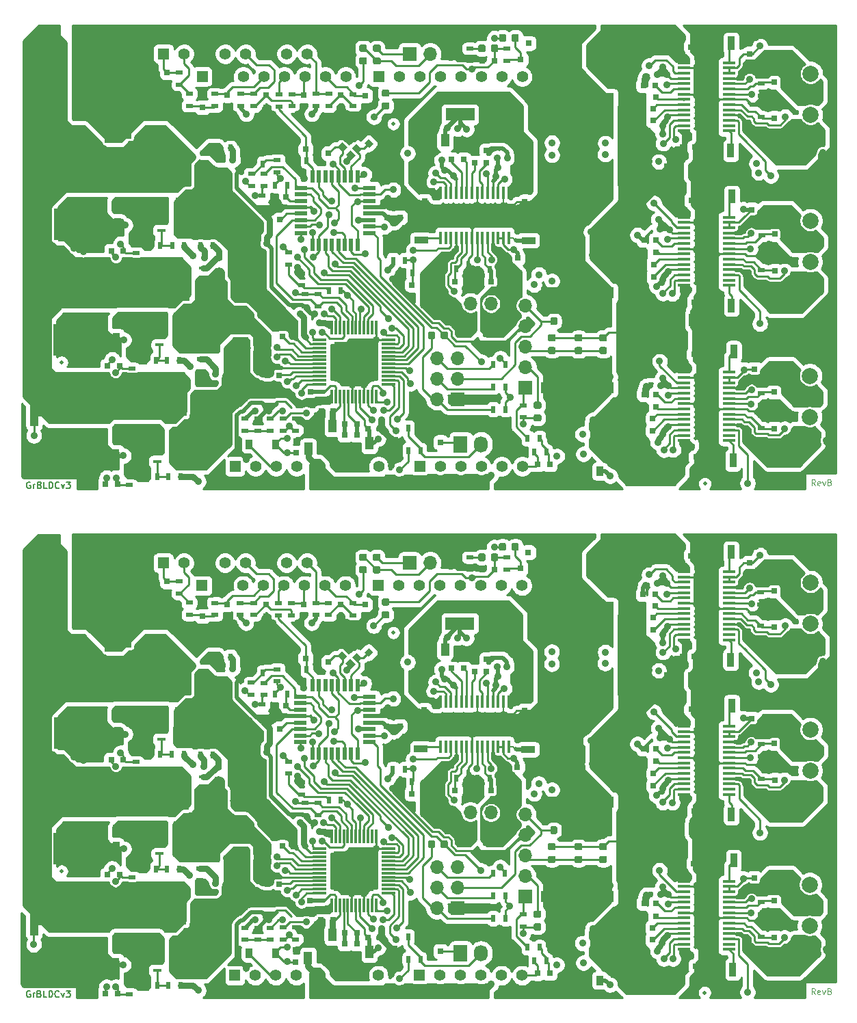
<source format=gtl>
%MOIN*%
%OFA0B0*%
%FSLAX46Y46*%
%IPPOS*%
%LPD*%
%ADD10C,0.0039370078740157488*%
%ADD11C,0.005905511811023622*%
%ADD12R,0.03937007874015748X0.03937007874015748*%
%ADD13C,0.01968503937007874*%
%ADD14R,0.062992125984251982X0.011811023622047244*%
%ADD15R,0.094488188976377951X0.25433070866141733*%
%ADD16R,0.055000000000000007X0.055000000000000007*%
%ADD17C,0.055000000000000007*%
%ADD18R,0.029527559055118113X0.031496062992125991*%
%ADD19R,0.35433070866141736X0.055118110236220472*%
%ADD20R,0.062992125984251982X0.03937007874015748*%
%ADD21R,0.031496062992125991X0.029527559055118113*%
%ADD22R,0.03937007874015748X0.062992125984251982*%
%ADD23R,0.094500000000000015X0.1575*%
%ADD24R,0.01968503937007874X0.035433070866141732*%
%ADD25R,0.035433070866141732X0.01968503937007874*%
%ADD26R,0.011811023622047244X0.062992125984251982*%
%ADD27R,0.25433070866141733X0.094488188976377951*%
%ADD28C,0.035*%
%ADD29R,0.042519685039370085X0.017716535433070866*%
%ADD30R,0.025590551181102365X0.017716535433070866*%
%ADD31R,0.1393700787401575X0.16771653543307086*%
%ADD32R,0.035433070866141732X0.066929133858267723*%
%ADD33C,0.07874015748031496*%
%ADD34R,0.14170000000000002X0.063*%
%ADD35C,0.0984251968503937*%
%ADD36R,0.068X0.08*%
%ADD37O,0.068X0.08*%
%ADD38R,0.062992125984251982X0.021653543307086617*%
%ADD39R,0.021653543307086617X0.062992125984251982*%
%ADD40R,0.0315X0.0315*%
%ADD41R,0.066929133858267723X0.035433070866141732*%
%ADD42O,0.066929133858267723X0.066929133858267723*%
%ADD43R,0.066929133858267723X0.066929133858267723*%
%ADD44R,0.011811023622047244X0.066929133858267723*%
%ADD45R,0.066929133858267723X0.011811023622047244*%
%ADD46R,0.19685039370078741X0.19685039370078741*%
%ADD47R,0.035433070866141732X0.047244094488188976*%
%ADD48C,0.01*%
%ADD49C,0.02*%
%ADD50C,0.006000000000000001*%
%ADD51C,0.030000000000000002*%
%ADD52C,0.04*%
%ADD63C,0.0039370078740157488*%
%ADD64C,0.005905511811023622*%
%ADD65R,0.03937007874015748X0.03937007874015748*%
%ADD66C,0.01968503937007874*%
%ADD67R,0.062992125984251982X0.011811023622047244*%
%ADD68R,0.094488188976377951X0.25433070866141733*%
%ADD69R,0.055000000000000007X0.055000000000000007*%
%ADD70C,0.055000000000000007*%
%ADD71R,0.029527559055118113X0.031496062992125991*%
%ADD72R,0.35433070866141736X0.055118110236220472*%
%ADD73R,0.062992125984251982X0.03937007874015748*%
%ADD74R,0.031496062992125991X0.029527559055118113*%
%ADD75R,0.03937007874015748X0.062992125984251982*%
%ADD76R,0.094500000000000015X0.1575*%
%ADD77R,0.01968503937007874X0.035433070866141732*%
%ADD78R,0.035433070866141732X0.01968503937007874*%
%ADD79R,0.011811023622047244X0.062992125984251982*%
%ADD80R,0.25433070866141733X0.094488188976377951*%
%ADD81C,0.035*%
%ADD82R,0.042519685039370085X0.017716535433070866*%
%ADD83R,0.025590551181102365X0.017716535433070866*%
%ADD84R,0.1393700787401575X0.16771653543307086*%
%ADD85R,0.035433070866141732X0.066929133858267723*%
%ADD86C,0.07874015748031496*%
%ADD87R,0.14170000000000002X0.063*%
%ADD88C,0.0984251968503937*%
%ADD89R,0.068X0.08*%
%ADD90O,0.068X0.08*%
%ADD91R,0.062992125984251982X0.021653543307086617*%
%ADD92R,0.021653543307086617X0.062992125984251982*%
%ADD93R,0.0315X0.0315*%
%ADD94R,0.066929133858267723X0.035433070866141732*%
%ADD95O,0.066929133858267723X0.066929133858267723*%
%ADD96R,0.066929133858267723X0.066929133858267723*%
%ADD97R,0.011811023622047244X0.066929133858267723*%
%ADD98R,0.066929133858267723X0.011811023622047244*%
%ADD99R,0.19685039370078741X0.19685039370078741*%
%ADD100R,0.035433070866141732X0.047244094488188976*%
%ADD101C,0.01*%
%ADD102C,0.02*%
%ADD103C,0.006000000000000001*%
%ADD104C,0.030000000000000002*%
%ADD105C,0.04*%
%LPD*%
D10*
X0003913054Y0000058976D02*
X0003903212Y0000073037D01*
X0003896181Y0000058976D02*
X0003896181Y0000088504D01*
X0003907430Y0000088504D01*
X0003910242Y0000087098D01*
X0003911648Y0000085692D01*
X0003913054Y0000082880D01*
X0003913054Y0000078661D01*
X0003911648Y0000075849D01*
X0003910242Y0000074443D01*
X0003907430Y0000073037D01*
X0003896181Y0000073037D01*
X0003936957Y0000060383D02*
X0003934145Y0000058976D01*
X0003928521Y0000058976D01*
X0003925709Y0000060383D01*
X0003924303Y0000063195D01*
X0003924303Y0000074443D01*
X0003925709Y0000077255D01*
X0003928521Y0000078661D01*
X0003934145Y0000078661D01*
X0003936957Y0000077255D01*
X0003938363Y0000074443D01*
X0003938363Y0000071631D01*
X0003924303Y0000068819D01*
X0003948206Y0000078661D02*
X0003955236Y0000058976D01*
X0003962267Y0000078661D01*
X0003983358Y0000074443D02*
X0003987576Y0000073037D01*
X0003988982Y0000071631D01*
X0003990388Y0000068819D01*
X0003990388Y0000064601D01*
X0003988982Y0000061789D01*
X0003987576Y0000060383D01*
X0003984764Y0000058976D01*
X0003973515Y0000058976D01*
X0003973515Y0000088504D01*
X0003983358Y0000088504D01*
X0003986170Y0000087098D01*
X0003987576Y0000085692D01*
X0003988982Y0000082880D01*
X0003988982Y0000080068D01*
X0003987576Y0000077255D01*
X0003986170Y0000075849D01*
X0003983358Y0000074443D01*
X0003973515Y0000074443D01*
D11*
X0000087335Y0000075248D02*
X0000084335Y0000076747D01*
X0000079836Y0000076747D01*
X0000075337Y0000075248D01*
X0000072337Y0000072248D01*
X0000070837Y0000069248D01*
X0000069337Y0000063249D01*
X0000069337Y0000058750D01*
X0000070837Y0000052750D01*
X0000072337Y0000049751D01*
X0000075337Y0000046751D01*
X0000079836Y0000045251D01*
X0000082836Y0000045251D01*
X0000087335Y0000046751D01*
X0000088835Y0000048251D01*
X0000088835Y0000058750D01*
X0000082836Y0000058750D01*
X0000102333Y0000045251D02*
X0000102333Y0000066249D01*
X0000102333Y0000060249D02*
X0000103833Y0000063249D01*
X0000105333Y0000064749D01*
X0000108332Y0000066249D01*
X0000111332Y0000066249D01*
X0000132329Y0000061749D02*
X0000136829Y0000060249D01*
X0000138329Y0000058750D01*
X0000139829Y0000055750D01*
X0000139829Y0000051251D01*
X0000138329Y0000048251D01*
X0000136829Y0000046751D01*
X0000133829Y0000045251D01*
X0000121831Y0000045251D01*
X0000121831Y0000076747D01*
X0000132329Y0000076747D01*
X0000135329Y0000075248D01*
X0000136829Y0000073748D01*
X0000138329Y0000070748D01*
X0000138329Y0000067748D01*
X0000136829Y0000064749D01*
X0000135329Y0000063249D01*
X0000132329Y0000061749D01*
X0000121831Y0000061749D01*
X0000168325Y0000045251D02*
X0000153327Y0000045251D01*
X0000153327Y0000076747D01*
X0000178824Y0000045251D02*
X0000178824Y0000076747D01*
X0000186323Y0000076747D01*
X0000190822Y0000075248D01*
X0000193822Y0000072248D01*
X0000195322Y0000069248D01*
X0000196821Y0000063249D01*
X0000196821Y0000058750D01*
X0000195322Y0000052750D01*
X0000193822Y0000049751D01*
X0000190822Y0000046751D01*
X0000186323Y0000045251D01*
X0000178824Y0000045251D01*
X0000228317Y0000048251D02*
X0000226818Y0000046751D01*
X0000222318Y0000045251D01*
X0000219319Y0000045251D01*
X0000214819Y0000046751D01*
X0000211820Y0000049751D01*
X0000210320Y0000052750D01*
X0000208820Y0000058750D01*
X0000208820Y0000063249D01*
X0000210320Y0000069248D01*
X0000211820Y0000072248D01*
X0000214819Y0000075248D01*
X0000219319Y0000076747D01*
X0000222318Y0000076747D01*
X0000226818Y0000075248D01*
X0000228317Y0000073748D01*
X0000238816Y0000066249D02*
X0000246315Y0000045251D01*
X0000253814Y0000066249D01*
X0000262813Y0000076747D02*
X0000282311Y0000076747D01*
X0000271812Y0000064749D01*
X0000276311Y0000064749D01*
X0000279311Y0000063249D01*
X0000280811Y0000061749D01*
X0000282311Y0000058750D01*
X0000282311Y0000051251D01*
X0000280811Y0000048251D01*
X0000279311Y0000046751D01*
X0000276311Y0000045251D01*
X0000267313Y0000045251D01*
X0000264313Y0000046751D01*
X0000262813Y0000048251D01*
D12*
X0000106192Y0000406980D03*
X0000106192Y0000367610D03*
D13*
X0003331425Y0001045767D03*
X0003382606Y0001045767D03*
X0003331425Y0001096948D03*
X0003433787Y0001096948D03*
X0003382606Y0001096948D03*
X0003331425Y0001148129D03*
X0003433787Y0001148129D03*
X0003382606Y0001148129D03*
X0003433787Y0001352854D03*
X0003331425Y0001352854D03*
X0003382606Y0001352854D03*
X0003433787Y0001301673D03*
X0003331425Y0001301673D03*
X0003382606Y0001301673D03*
X0003331425Y0001250492D03*
X0003433787Y0001250492D03*
X0003382606Y0001250492D03*
X0003331425Y0001199311D03*
X0003433787Y0001199311D03*
X0003433787Y0001045767D03*
X0003382606Y0001199311D03*
D14*
X0003492842Y0001187500D03*
X0003492842Y0001213090D03*
X0003492842Y0001238681D03*
X0003492842Y0001264271D03*
X0003272370Y0001110728D03*
X0003492842Y0001110728D03*
X0003492842Y0001136318D03*
X0003492842Y0001161909D03*
X0003272370Y0001289862D03*
X0003272370Y0001264271D03*
X0003272370Y0001238681D03*
X0003272370Y0001213090D03*
X0003272370Y0001187500D03*
X0003272370Y0001161909D03*
X0003492842Y0001289862D03*
X0003272370Y0001136318D03*
X0003492842Y0001085137D03*
X0003492842Y0001315452D03*
X0003272370Y0001315452D03*
X0003272370Y0001085137D03*
X0003492842Y0001059547D03*
X0003492842Y0001341043D03*
X0003272370Y0001341043D03*
X0003272370Y0001059547D03*
X0003492842Y0001033956D03*
X0003492842Y0001366633D03*
X0003272370Y0001366633D03*
X0003272370Y0001033956D03*
D15*
X0003382606Y0001187500D03*
D16*
X0001085000Y0000151499D03*
D17*
X0001185000Y0000151499D03*
X0001284999Y0000151499D03*
X0001384999Y0000151499D03*
X0001484999Y0000151499D03*
X0001585000Y0000151499D03*
X0001685000Y0000151499D03*
X0001785000Y0000151499D03*
D18*
X0001719500Y0001960027D03*
X0001719500Y0001900972D03*
D19*
X0002754480Y0000997511D03*
X0002754480Y0000536488D03*
D18*
X0002087295Y0000328633D03*
X0002087295Y0000269578D03*
D11*
G36*
X0002890432Y0000795934D02*
G01*
X0002891268Y0000795810D01*
X0002892088Y0000795605D01*
X0002892884Y0000795320D01*
X0002893648Y0000794959D01*
X0002894373Y0000794524D01*
X0002895052Y0000794021D01*
X0002895678Y0000793453D01*
X0002896245Y0000792827D01*
X0002896749Y0000792148D01*
X0002897183Y0000791423D01*
X0002897545Y0000790659D01*
X0002897829Y0000789864D01*
X0002898035Y0000789044D01*
X0002898159Y0000788208D01*
X0002898200Y0000787364D01*
X0002898200Y0000770139D01*
X0002898159Y0000769295D01*
X0002898035Y0000768459D01*
X0002897829Y0000767639D01*
X0002897545Y0000766844D01*
X0002897183Y0000766080D01*
X0002896749Y0000765355D01*
X0002896245Y0000764676D01*
X0002895678Y0000764050D01*
X0002895052Y0000763482D01*
X0002894373Y0000762978D01*
X0002893648Y0000762544D01*
X0002892884Y0000762183D01*
X0002892088Y0000761898D01*
X0002891268Y0000761693D01*
X0002890432Y0000761569D01*
X0002889588Y0000761527D01*
X0002869411Y0000761527D01*
X0002868567Y0000761569D01*
X0002867731Y0000761693D01*
X0002866911Y0000761898D01*
X0002866115Y0000762183D01*
X0002865351Y0000762544D01*
X0002864626Y0000762978D01*
X0002863947Y0000763482D01*
X0002863321Y0000764050D01*
X0002862754Y0000764676D01*
X0002862250Y0000765355D01*
X0002861816Y0000766080D01*
X0002861454Y0000766844D01*
X0002861170Y0000767639D01*
X0002860964Y0000768459D01*
X0002860840Y0000769295D01*
X0002860799Y0000770139D01*
X0002860799Y0000787364D01*
X0002860840Y0000788208D01*
X0002860964Y0000789044D01*
X0002861170Y0000789864D01*
X0002861454Y0000790659D01*
X0002861816Y0000791423D01*
X0002862250Y0000792148D01*
X0002862754Y0000792827D01*
X0002863321Y0000793453D01*
X0002863947Y0000794021D01*
X0002864626Y0000794524D01*
X0002865351Y0000794959D01*
X0002866115Y0000795320D01*
X0002866911Y0000795605D01*
X0002867731Y0000795810D01*
X0002868567Y0000795934D01*
X0002869411Y0000795976D01*
X0002889588Y0000795976D01*
X0002890432Y0000795934D01*
G37*
G36*
X0002890432Y0000733927D02*
G01*
X0002891268Y0000733803D01*
X0002892088Y0000733597D01*
X0002892884Y0000733312D01*
X0002893648Y0000732951D01*
X0002894373Y0000732517D01*
X0002895052Y0000732013D01*
X0002895678Y0000731446D01*
X0002896245Y0000730819D01*
X0002896749Y0000730140D01*
X0002897183Y0000729416D01*
X0002897545Y0000728652D01*
X0002897829Y0000727856D01*
X0002898035Y0000727036D01*
X0002898159Y0000726200D01*
X0002898200Y0000725356D01*
X0002898200Y0000708131D01*
X0002898159Y0000707287D01*
X0002898035Y0000706451D01*
X0002897829Y0000705631D01*
X0002897545Y0000704836D01*
X0002897183Y0000704072D01*
X0002896749Y0000703347D01*
X0002896245Y0000702668D01*
X0002895678Y0000702042D01*
X0002895052Y0000701474D01*
X0002894373Y0000700971D01*
X0002893648Y0000700536D01*
X0002892884Y0000700175D01*
X0002892088Y0000699890D01*
X0002891268Y0000699685D01*
X0002890432Y0000699561D01*
X0002889588Y0000699519D01*
X0002869411Y0000699519D01*
X0002868567Y0000699561D01*
X0002867731Y0000699685D01*
X0002866911Y0000699890D01*
X0002866115Y0000700175D01*
X0002865351Y0000700536D01*
X0002864626Y0000700971D01*
X0002863947Y0000701474D01*
X0002863321Y0000702042D01*
X0002862754Y0000702668D01*
X0002862250Y0000703347D01*
X0002861816Y0000704072D01*
X0002861454Y0000704836D01*
X0002861170Y0000705631D01*
X0002860964Y0000706451D01*
X0002860840Y0000707287D01*
X0002860799Y0000708131D01*
X0002860799Y0000725356D01*
X0002860840Y0000726200D01*
X0002860964Y0000727036D01*
X0002861170Y0000727856D01*
X0002861454Y0000728652D01*
X0002861816Y0000729416D01*
X0002862250Y0000730140D01*
X0002862754Y0000730819D01*
X0002863321Y0000731446D01*
X0002863947Y0000732013D01*
X0002864626Y0000732517D01*
X0002865351Y0000732951D01*
X0002866115Y0000733312D01*
X0002866911Y0000733597D01*
X0002867731Y0000733803D01*
X0002868567Y0000733927D01*
X0002869411Y0000733968D01*
X0002889588Y0000733968D01*
X0002890432Y0000733927D01*
G37*
G36*
X0002770432Y0000795639D02*
G01*
X0002771268Y0000795515D01*
X0002772088Y0000795310D01*
X0002772884Y0000795025D01*
X0002773648Y0000794664D01*
X0002774373Y0000794229D01*
X0002775052Y0000793726D01*
X0002775678Y0000793158D01*
X0002776245Y0000792532D01*
X0002776749Y0000791853D01*
X0002777183Y0000791128D01*
X0002777545Y0000790364D01*
X0002777829Y0000789568D01*
X0002778035Y0000788749D01*
X0002778159Y0000787913D01*
X0002778200Y0000787068D01*
X0002778200Y0000769844D01*
X0002778159Y0000769000D01*
X0002778035Y0000768164D01*
X0002777829Y0000767344D01*
X0002777545Y0000766548D01*
X0002777183Y0000765784D01*
X0002776749Y0000765059D01*
X0002776245Y0000764380D01*
X0002775678Y0000763754D01*
X0002775052Y0000763187D01*
X0002774373Y0000762683D01*
X0002773648Y0000762249D01*
X0002772884Y0000761887D01*
X0002772088Y0000761603D01*
X0002771268Y0000761397D01*
X0002770432Y0000761273D01*
X0002769588Y0000761232D01*
X0002749411Y0000761232D01*
X0002748567Y0000761273D01*
X0002747731Y0000761397D01*
X0002746911Y0000761603D01*
X0002746115Y0000761887D01*
X0002745351Y0000762249D01*
X0002744626Y0000762683D01*
X0002743947Y0000763187D01*
X0002743321Y0000763754D01*
X0002742754Y0000764380D01*
X0002742250Y0000765059D01*
X0002741816Y0000765784D01*
X0002741454Y0000766548D01*
X0002741170Y0000767344D01*
X0002740964Y0000768164D01*
X0002740840Y0000769000D01*
X0002740799Y0000769844D01*
X0002740799Y0000787068D01*
X0002740840Y0000787913D01*
X0002740964Y0000788749D01*
X0002741170Y0000789568D01*
X0002741454Y0000790364D01*
X0002741816Y0000791128D01*
X0002742250Y0000791853D01*
X0002742754Y0000792532D01*
X0002743321Y0000793158D01*
X0002743947Y0000793726D01*
X0002744626Y0000794229D01*
X0002745351Y0000794664D01*
X0002746115Y0000795025D01*
X0002746911Y0000795310D01*
X0002747731Y0000795515D01*
X0002748567Y0000795639D01*
X0002749411Y0000795681D01*
X0002769588Y0000795681D01*
X0002770432Y0000795639D01*
G37*
G36*
X0002770432Y0000733631D02*
G01*
X0002771268Y0000733507D01*
X0002772088Y0000733302D01*
X0002772884Y0000733017D01*
X0002773648Y0000732656D01*
X0002774373Y0000732221D01*
X0002775052Y0000731718D01*
X0002775678Y0000731150D01*
X0002776245Y0000730524D01*
X0002776749Y0000729845D01*
X0002777183Y0000729120D01*
X0002777545Y0000728356D01*
X0002777829Y0000727561D01*
X0002778035Y0000726741D01*
X0002778159Y0000725905D01*
X0002778200Y0000725061D01*
X0002778200Y0000707836D01*
X0002778159Y0000706992D01*
X0002778035Y0000706156D01*
X0002777829Y0000705336D01*
X0002777545Y0000704540D01*
X0002777183Y0000703776D01*
X0002776749Y0000703051D01*
X0002776245Y0000702373D01*
X0002775678Y0000701746D01*
X0002775052Y0000701179D01*
X0002774373Y0000700675D01*
X0002773648Y0000700241D01*
X0002772884Y0000699879D01*
X0002772088Y0000699595D01*
X0002771268Y0000699389D01*
X0002770432Y0000699265D01*
X0002769588Y0000699224D01*
X0002749411Y0000699224D01*
X0002748567Y0000699265D01*
X0002747731Y0000699389D01*
X0002746911Y0000699595D01*
X0002746115Y0000699879D01*
X0002745351Y0000700241D01*
X0002744626Y0000700675D01*
X0002743947Y0000701179D01*
X0002743321Y0000701746D01*
X0002742754Y0000702373D01*
X0002742250Y0000703051D01*
X0002741816Y0000703776D01*
X0002741454Y0000704540D01*
X0002741170Y0000705336D01*
X0002740964Y0000706156D01*
X0002740840Y0000706992D01*
X0002740799Y0000707836D01*
X0002740799Y0000725061D01*
X0002740840Y0000725905D01*
X0002740964Y0000726741D01*
X0002741170Y0000727561D01*
X0002741454Y0000728356D01*
X0002741816Y0000729120D01*
X0002742250Y0000729845D01*
X0002742754Y0000730524D01*
X0002743321Y0000731150D01*
X0002743947Y0000731718D01*
X0002744626Y0000732221D01*
X0002745351Y0000732656D01*
X0002746115Y0000733017D01*
X0002746911Y0000733302D01*
X0002747731Y0000733507D01*
X0002748567Y0000733631D01*
X0002749411Y0000733673D01*
X0002769588Y0000733673D01*
X0002770432Y0000733631D01*
G37*
G36*
X0002640432Y0000733927D02*
G01*
X0002641268Y0000733803D01*
X0002642088Y0000733597D01*
X0002642884Y0000733312D01*
X0002643648Y0000732951D01*
X0002644373Y0000732517D01*
X0002645052Y0000732013D01*
X0002645678Y0000731446D01*
X0002646245Y0000730819D01*
X0002646749Y0000730140D01*
X0002647183Y0000729416D01*
X0002647545Y0000728652D01*
X0002647829Y0000727856D01*
X0002648035Y0000727036D01*
X0002648159Y0000726200D01*
X0002648200Y0000725356D01*
X0002648200Y0000708131D01*
X0002648159Y0000707287D01*
X0002648035Y0000706451D01*
X0002647829Y0000705631D01*
X0002647545Y0000704836D01*
X0002647183Y0000704072D01*
X0002646749Y0000703347D01*
X0002646245Y0000702668D01*
X0002645678Y0000702042D01*
X0002645052Y0000701474D01*
X0002644373Y0000700971D01*
X0002643648Y0000700536D01*
X0002642884Y0000700175D01*
X0002642088Y0000699890D01*
X0002641268Y0000699685D01*
X0002640432Y0000699561D01*
X0002639588Y0000699519D01*
X0002619411Y0000699519D01*
X0002618567Y0000699561D01*
X0002617731Y0000699685D01*
X0002616911Y0000699890D01*
X0002616115Y0000700175D01*
X0002615351Y0000700536D01*
X0002614626Y0000700971D01*
X0002613947Y0000701474D01*
X0002613321Y0000702042D01*
X0002612754Y0000702668D01*
X0002612250Y0000703347D01*
X0002611816Y0000704072D01*
X0002611454Y0000704836D01*
X0002611170Y0000705631D01*
X0002610964Y0000706451D01*
X0002610840Y0000707287D01*
X0002610799Y0000708131D01*
X0002610799Y0000725356D01*
X0002610840Y0000726200D01*
X0002610964Y0000727036D01*
X0002611170Y0000727856D01*
X0002611454Y0000728652D01*
X0002611816Y0000729416D01*
X0002612250Y0000730140D01*
X0002612754Y0000730819D01*
X0002613321Y0000731446D01*
X0002613947Y0000732013D01*
X0002614626Y0000732517D01*
X0002615351Y0000732951D01*
X0002616115Y0000733312D01*
X0002616911Y0000733597D01*
X0002617731Y0000733803D01*
X0002618567Y0000733927D01*
X0002619411Y0000733968D01*
X0002639588Y0000733968D01*
X0002640432Y0000733927D01*
G37*
G36*
X0002640432Y0000795934D02*
G01*
X0002641268Y0000795810D01*
X0002642088Y0000795605D01*
X0002642884Y0000795320D01*
X0002643648Y0000794959D01*
X0002644373Y0000794524D01*
X0002645052Y0000794021D01*
X0002645678Y0000793453D01*
X0002646245Y0000792827D01*
X0002646749Y0000792148D01*
X0002647183Y0000791423D01*
X0002647545Y0000790659D01*
X0002647829Y0000789864D01*
X0002648035Y0000789044D01*
X0002648159Y0000788208D01*
X0002648200Y0000787364D01*
X0002648200Y0000770139D01*
X0002648159Y0000769295D01*
X0002648035Y0000768459D01*
X0002647829Y0000767639D01*
X0002647545Y0000766844D01*
X0002647183Y0000766080D01*
X0002646749Y0000765355D01*
X0002646245Y0000764676D01*
X0002645678Y0000764050D01*
X0002645052Y0000763482D01*
X0002644373Y0000762978D01*
X0002643648Y0000762544D01*
X0002642884Y0000762183D01*
X0002642088Y0000761898D01*
X0002641268Y0000761693D01*
X0002640432Y0000761569D01*
X0002639588Y0000761527D01*
X0002619411Y0000761527D01*
X0002618567Y0000761569D01*
X0002617731Y0000761693D01*
X0002616911Y0000761898D01*
X0002616115Y0000762183D01*
X0002615351Y0000762544D01*
X0002614626Y0000762978D01*
X0002613947Y0000763482D01*
X0002613321Y0000764050D01*
X0002612754Y0000764676D01*
X0002612250Y0000765355D01*
X0002611816Y0000766080D01*
X0002611454Y0000766844D01*
X0002611170Y0000767639D01*
X0002610964Y0000768459D01*
X0002610840Y0000769295D01*
X0002610799Y0000770139D01*
X0002610799Y0000787364D01*
X0002610840Y0000788208D01*
X0002610964Y0000789044D01*
X0002611170Y0000789864D01*
X0002611454Y0000790659D01*
X0002611816Y0000791423D01*
X0002612250Y0000792148D01*
X0002612754Y0000792827D01*
X0002613321Y0000793453D01*
X0002613947Y0000794021D01*
X0002614626Y0000794524D01*
X0002615351Y0000794959D01*
X0002616115Y0000795320D01*
X0002616911Y0000795605D01*
X0002617731Y0000795810D01*
X0002618567Y0000795934D01*
X0002619411Y0000795976D01*
X0002639588Y0000795976D01*
X0002640432Y0000795934D01*
G37*
D18*
X0001381783Y0000217610D03*
X0001381783Y0000276665D03*
D20*
X0000521999Y0000982555D03*
X0000521999Y0000864444D03*
D21*
X0001619972Y0000304500D03*
X0001679027Y0000304500D03*
X0001948318Y0001036507D03*
X0001889263Y0001036507D03*
D18*
X0003594000Y0002162972D03*
X0003594000Y0002222027D03*
X0003603000Y0001403472D03*
X0003603000Y0001462527D03*
X0003616500Y0000625972D03*
X0003616500Y0000685027D03*
D21*
X0002461672Y0001167000D03*
X0002520727Y0001167000D03*
D18*
X0003712700Y0001849872D03*
X0003712700Y0001908927D03*
X0003716200Y0001103972D03*
X0003716200Y0001163027D03*
X0003713600Y0000335772D03*
X0003713600Y0000394827D03*
D21*
X0002158172Y0001053500D03*
X0002217227Y0001053500D03*
D18*
X0003712700Y0002026927D03*
X0003712700Y0001967872D03*
X0003715200Y0001284027D03*
X0003715200Y0001224972D03*
X0003713600Y0000515327D03*
X0003713600Y0000456272D03*
D21*
X0002334227Y0001053500D03*
X0002275172Y0001053500D03*
X0003134527Y0002009000D03*
X0003075472Y0002009000D03*
X0003137827Y0001254800D03*
X0003078772Y0001254800D03*
X0003138127Y0000502900D03*
X0003079072Y0000502900D03*
D18*
X0002311200Y0001632472D03*
X0002311200Y0001691527D03*
D21*
X0003135027Y0001952999D03*
X0003075972Y0001952999D03*
D18*
X0003122500Y0001896527D03*
X0003122500Y0001837472D03*
D21*
X0003137327Y0001194800D03*
X0003078272Y0001194800D03*
D18*
X0003125300Y0001135327D03*
X0003125300Y0001076272D03*
D21*
X0003137627Y0000440400D03*
X0003078572Y0000440400D03*
D18*
X0003121200Y0000384027D03*
X0003121200Y0000324972D03*
X0002254199Y0001632472D03*
X0002254199Y0001691527D03*
D21*
X0002199727Y0001647999D03*
X0002140672Y0001647999D03*
X0003248972Y0002195499D03*
X0003308027Y0002195499D03*
X0003264072Y0000953000D03*
X0003323127Y0000953000D03*
X0003262972Y0000697000D03*
X0003322027Y0000697000D03*
D18*
X0002008699Y0001504027D03*
X0002008699Y0001444972D03*
X0001420000Y0001960527D03*
X0001420000Y0001901472D03*
X0001048000Y0001961027D03*
X0001048000Y0001901972D03*
X0001601500Y0001961027D03*
X0001601500Y0001901972D03*
X0001237688Y0001960917D03*
X0001237688Y0001901862D03*
X0000927000Y0001901972D03*
X0000927000Y0001961027D03*
D21*
X0003250472Y0001448500D03*
X0003309527Y0001448500D03*
X0003272972Y0000197000D03*
X0003332027Y0000197000D03*
D18*
X0002498200Y0001502527D03*
X0002498200Y0001443472D03*
D21*
X0001564127Y0000422700D03*
X0001505072Y0000422700D03*
D22*
X0001560055Y0000348300D03*
X0001441944Y0000348300D03*
D18*
X0001451862Y0000516035D03*
X0001451862Y0000456980D03*
D21*
X0001315641Y0000784145D03*
X0001374696Y0000784145D03*
X0001301468Y0000595956D03*
X0001242413Y0000595956D03*
D18*
X0002559342Y0000102649D03*
X0002559342Y0000161704D03*
D22*
X0001442019Y0000237688D03*
X0001560129Y0000237688D03*
D18*
X0002619972Y0000103043D03*
X0002619972Y0000162098D03*
D23*
X0000250000Y0001647000D03*
X0000250000Y0001332000D03*
D22*
X0003198644Y0000865500D03*
X0003316755Y0000865500D03*
D20*
X0000620000Y0000982555D03*
X0000620000Y0000864444D03*
X0000520000Y0000414555D03*
X0000520000Y0000296444D03*
D23*
X0000248000Y0001085000D03*
X0000248000Y0000770000D03*
D20*
X0000630000Y0001546555D03*
X0000630000Y0001428444D03*
X0000526000Y0001548555D03*
X0000526000Y0001430444D03*
D23*
X0000248000Y0000518999D03*
X0000248000Y0000204000D03*
D22*
X0001991144Y0001740999D03*
X0002109255Y0001740999D03*
D20*
X0000620000Y0000414555D03*
X0000620000Y0000296444D03*
D21*
X0003265972Y0001707000D03*
X0003325027Y0001707000D03*
X0002349027Y0002129499D03*
X0002289972Y0002129499D03*
X0001619972Y0000359500D03*
X0001679027Y0000359500D03*
D24*
X0001855405Y0001156586D03*
X0001914460Y0001156586D03*
X0001948712Y0001095956D03*
X0001889657Y0001095956D03*
D25*
X0003648800Y0001855472D03*
X0003648800Y0001914527D03*
X0003651200Y0001108972D03*
X0003651200Y0001168027D03*
X0003649500Y0000340272D03*
X0003649500Y0000399327D03*
D24*
X0002163922Y0001113750D03*
X0002222977Y0001113750D03*
D25*
X0003648800Y0002019027D03*
X0003648800Y0001959972D03*
X0003651700Y0001278027D03*
X0003651700Y0001218972D03*
X0003649500Y0000509727D03*
X0003649500Y0000450672D03*
D24*
X0002327727Y0001113000D03*
X0002268672Y0001113000D03*
D25*
X0002409499Y0002129972D03*
X0002409499Y0002189027D03*
X0002229500Y0002189027D03*
X0002229500Y0002129972D03*
X0001298499Y0001906472D03*
X0001298499Y0001965527D03*
X0001661000Y0001906972D03*
X0001661000Y0001966027D03*
X0001362000Y0001906972D03*
X0001362000Y0001966027D03*
X0000987000Y0001907972D03*
X0000987000Y0001967027D03*
D24*
X0002401862Y0000649893D03*
X0002342807Y0000649893D03*
D25*
X0001541999Y0001967027D03*
X0001541999Y0001907972D03*
X0001176000Y0001967027D03*
X0001176000Y0001907972D03*
X0000863000Y0001968027D03*
X0000863000Y0001908972D03*
D24*
X0002402334Y0000539893D03*
X0002343279Y0000539893D03*
X0002402807Y0000429893D03*
X0002343751Y0000429893D03*
D25*
X0001479000Y0001967027D03*
X0001479000Y0001907972D03*
X0001112000Y0001967027D03*
X0001112000Y0001907972D03*
X0000814460Y0002012492D03*
X0000814460Y0002071547D03*
X0000915000Y0000674027D03*
X0000915000Y0000614972D03*
X0000984145Y0000503437D03*
X0000984145Y0000562492D03*
D24*
X0000819527Y0000103500D03*
X0000760472Y0000103500D03*
X0002544381Y0000222334D03*
X0002603437Y0000222334D03*
X0000707527Y0000103500D03*
X0000648472Y0000103500D03*
X0000917472Y0001227500D03*
X0000976527Y0001227500D03*
D25*
X0001005000Y0001107972D03*
X0001005000Y0001167027D03*
D24*
X0000813527Y0000669500D03*
X0000754472Y0000669500D03*
X0000837527Y0001229500D03*
X0000778472Y0001229500D03*
X0001063027Y0001704000D03*
X0001003972Y0001704000D03*
D25*
X0001014999Y0001584472D03*
X0001014999Y0001643527D03*
D24*
X0000701527Y0000669500D03*
X0000642472Y0000669500D03*
X0000721527Y0001229500D03*
X0000662472Y0001229500D03*
X0002569972Y0000288476D03*
X0002510917Y0000288476D03*
D25*
X0002489500Y0000390444D03*
X0002489500Y0000449500D03*
D13*
X0003331318Y0001798767D03*
X0003382500Y0001798767D03*
X0003331318Y0001849948D03*
X0003433681Y0001849948D03*
X0003382500Y0001849948D03*
X0003331318Y0001901129D03*
X0003433681Y0001901129D03*
X0003382500Y0001901129D03*
X0003433681Y0002105854D03*
X0003331318Y0002105854D03*
X0003382500Y0002105854D03*
X0003433681Y0002054673D03*
X0003331318Y0002054673D03*
X0003382500Y0002054673D03*
X0003331318Y0002003492D03*
X0003433681Y0002003492D03*
X0003382500Y0002003492D03*
X0003331318Y0001952310D03*
X0003433681Y0001952310D03*
X0003433681Y0001798767D03*
X0003382500Y0001952310D03*
D14*
X0003492736Y0001940500D03*
X0003492736Y0001966090D03*
X0003492736Y0001991681D03*
X0003492736Y0002017271D03*
X0003272263Y0001863728D03*
X0003492736Y0001863728D03*
X0003492736Y0001889318D03*
X0003492736Y0001914909D03*
X0003272263Y0002042862D03*
X0003272263Y0002017271D03*
X0003272263Y0001991681D03*
X0003272263Y0001966090D03*
X0003272263Y0001940500D03*
X0003272263Y0001914909D03*
X0003492736Y0002042862D03*
X0003272263Y0001889318D03*
X0003492736Y0001838137D03*
X0003492736Y0002068452D03*
X0003272263Y0002068452D03*
X0003272263Y0001838137D03*
X0003492736Y0001812547D03*
X0003492736Y0002094043D03*
X0003272263Y0002094043D03*
X0003272263Y0001812547D03*
X0003492736Y0001786956D03*
X0003492736Y0002119633D03*
X0003272263Y0002119633D03*
X0003272263Y0001786956D03*
D15*
X0003382500Y0001940500D03*
D13*
X0003331224Y0000289767D03*
X0003382405Y0000289767D03*
X0003331224Y0000340948D03*
X0003433586Y0000340948D03*
X0003382405Y0000340948D03*
X0003331224Y0000392129D03*
X0003433586Y0000392129D03*
X0003382405Y0000392129D03*
X0003433586Y0000596854D03*
X0003331224Y0000596854D03*
X0003382405Y0000596854D03*
X0003433586Y0000545673D03*
X0003331224Y0000545673D03*
X0003382405Y0000545673D03*
X0003331224Y0000494492D03*
X0003433586Y0000494492D03*
X0003382405Y0000494492D03*
X0003331224Y0000443311D03*
X0003433586Y0000443311D03*
X0003433586Y0000289767D03*
X0003382405Y0000443311D03*
D14*
X0003492641Y0000431499D03*
X0003492641Y0000457090D03*
X0003492641Y0000482681D03*
X0003492641Y0000508271D03*
X0003272169Y0000354728D03*
X0003492641Y0000354728D03*
X0003492641Y0000380318D03*
X0003492641Y0000405909D03*
X0003272169Y0000533862D03*
X0003272169Y0000508271D03*
X0003272169Y0000482681D03*
X0003272169Y0000457090D03*
X0003272169Y0000431499D03*
X0003272169Y0000405909D03*
X0003492641Y0000533862D03*
X0003272169Y0000380318D03*
X0003492641Y0000329137D03*
X0003492641Y0000559452D03*
X0003272169Y0000559452D03*
X0003272169Y0000329137D03*
X0003492641Y0000303547D03*
X0003492641Y0000585043D03*
X0003272169Y0000585043D03*
X0003272169Y0000303547D03*
X0003492641Y0000277956D03*
X0003492641Y0000610633D03*
X0003272169Y0000610633D03*
X0003272169Y0000277956D03*
D15*
X0003382405Y0000431499D03*
D13*
X0002098467Y0001427181D03*
X0002098467Y0001375999D03*
X0002149648Y0001427181D03*
X0002149648Y0001324818D03*
X0002149648Y0001375999D03*
X0002200829Y0001427181D03*
X0002200829Y0001324818D03*
X0002200829Y0001375999D03*
X0002405554Y0001324818D03*
X0002405554Y0001427181D03*
X0002405554Y0001375999D03*
X0002354373Y0001324818D03*
X0002354373Y0001427181D03*
X0002354373Y0001375999D03*
X0002303192Y0001427181D03*
X0002303192Y0001324818D03*
X0002303192Y0001375999D03*
X0002252011Y0001427181D03*
X0002252011Y0001324818D03*
X0002098467Y0001324818D03*
X0002252011Y0001375999D03*
D26*
X0002240200Y0001265763D03*
X0002265790Y0001265763D03*
X0002291381Y0001265763D03*
X0002316971Y0001265763D03*
X0002163428Y0001486236D03*
X0002163428Y0001265763D03*
X0002189018Y0001265763D03*
X0002214609Y0001265763D03*
X0002342562Y0001486236D03*
X0002316971Y0001486236D03*
X0002291381Y0001486236D03*
X0002265790Y0001486236D03*
X0002240200Y0001486236D03*
X0002214609Y0001486236D03*
X0002342562Y0001265763D03*
X0002189018Y0001486236D03*
X0002137837Y0001265763D03*
X0002368152Y0001265763D03*
X0002368152Y0001486236D03*
X0002137837Y0001486236D03*
X0002112247Y0001265763D03*
X0002393743Y0001265763D03*
X0002393743Y0001486236D03*
X0002112247Y0001486236D03*
X0002086656Y0001265763D03*
X0002419333Y0001265763D03*
X0002419333Y0001486236D03*
X0002086656Y0001486236D03*
D27*
X0002240200Y0001375999D03*
D16*
X0001985000Y0000151499D03*
D17*
X0002084999Y0000151499D03*
X0002184999Y0000151499D03*
X0002284999Y0000151499D03*
X0002385000Y0000151499D03*
X0002485000Y0000151499D03*
D16*
X0000737000Y0002162499D03*
D17*
X0000837000Y0002162499D03*
X0000937000Y0002162499D03*
X0001037000Y0002162499D03*
X0001137000Y0002162499D03*
X0001237000Y0002162499D03*
X0001336999Y0002162499D03*
X0001437000Y0002162499D03*
X0001537000Y0002162499D03*
D16*
X0000925000Y0002051500D03*
D17*
X0001025000Y0002051500D03*
X0001125000Y0002051500D03*
X0001225000Y0002051500D03*
X0001325000Y0002051500D03*
X0001425000Y0002051500D03*
X0001525000Y0002051500D03*
X0001625000Y0002051500D03*
D16*
X0001785000Y0002051500D03*
D17*
X0001885000Y0002051500D03*
X0001985000Y0002051500D03*
X0002084999Y0002051500D03*
X0002184999Y0002051500D03*
X0002284999Y0002051500D03*
X0002385000Y0002051500D03*
X0002485000Y0002051500D03*
D16*
X0000718791Y0001780208D03*
D17*
X0000718791Y0001880208D03*
D28*
X0000775842Y0000392917D03*
X0000775842Y0000570082D03*
X0000726629Y0000540555D03*
X0000775842Y0000511027D03*
X0000775842Y0000451972D03*
X0000825055Y0000422444D03*
X0000726629Y0000422444D03*
X0000726629Y0000481500D03*
X0000825055Y0000481500D03*
X0000825055Y0000540555D03*
D29*
X0000918362Y0000406499D03*
X0000918362Y0000456499D03*
X0000918362Y0000506500D03*
D30*
X0000696314Y0000456499D03*
X0000696314Y0000506500D03*
X0000696314Y0000556500D03*
D29*
X0000918362Y0000556500D03*
D31*
X0000778795Y0000481500D03*
D30*
X0000696314Y0000406499D03*
D28*
X0000848157Y0000340082D03*
X0000848157Y0000162917D03*
X0000897370Y0000192444D03*
X0000848157Y0000221972D03*
X0000848157Y0000281027D03*
X0000798944Y0000310555D03*
X0000897370Y0000310555D03*
X0000897370Y0000251500D03*
X0000798944Y0000251500D03*
X0000798944Y0000192444D03*
D29*
X0000705637Y0000326499D03*
X0000705637Y0000276500D03*
X0000705637Y0000226500D03*
D30*
X0000927685Y0000276500D03*
X0000927685Y0000226500D03*
X0000927685Y0000176500D03*
D29*
X0000705637Y0000176500D03*
D31*
X0000845204Y0000251500D03*
D30*
X0000927685Y0000326499D03*
D28*
X0000788842Y0000954917D03*
X0000788842Y0001132082D03*
X0000739629Y0001102555D03*
X0000788842Y0001073027D03*
X0000788842Y0001013972D03*
X0000838055Y0000984444D03*
X0000739629Y0000984444D03*
X0000739629Y0001043500D03*
X0000838055Y0001043500D03*
X0000838055Y0001102555D03*
D29*
X0000931362Y0000968500D03*
X0000931362Y0001018500D03*
X0000931362Y0001068500D03*
D30*
X0000709314Y0001018500D03*
X0000709314Y0001068500D03*
X0000709314Y0001118500D03*
D29*
X0000931362Y0001118500D03*
D31*
X0000791795Y0001043500D03*
D30*
X0000709314Y0000968500D03*
D28*
X0000860157Y0000908082D03*
X0000860157Y0000730917D03*
X0000909370Y0000760444D03*
X0000860157Y0000789972D03*
X0000860157Y0000849027D03*
X0000810944Y0000878555D03*
X0000909370Y0000878555D03*
X0000909370Y0000819500D03*
X0000810944Y0000819500D03*
X0000810944Y0000760444D03*
D29*
X0000717637Y0000894500D03*
X0000717637Y0000844500D03*
X0000717637Y0000794500D03*
D30*
X0000939685Y0000844500D03*
X0000939685Y0000794500D03*
X0000939685Y0000744500D03*
D29*
X0000717637Y0000744500D03*
D31*
X0000857204Y0000819500D03*
D30*
X0000939685Y0000894500D03*
D28*
X0000795842Y0001518917D03*
X0000795842Y0001696082D03*
X0000746629Y0001666555D03*
X0000795842Y0001637027D03*
X0000795842Y0001577972D03*
X0000845055Y0001548444D03*
X0000746629Y0001548444D03*
X0000746629Y0001607500D03*
X0000845055Y0001607500D03*
X0000845055Y0001666555D03*
D29*
X0000938362Y0001532500D03*
X0000938362Y0001582499D03*
X0000938362Y0001632500D03*
D30*
X0000716314Y0001582499D03*
X0000716314Y0001632500D03*
X0000716314Y0001682499D03*
D29*
X0000938362Y0001682499D03*
D31*
X0000798795Y0001607500D03*
D30*
X0000716314Y0001532500D03*
D28*
X0000868157Y0001466082D03*
X0000868157Y0001288917D03*
X0000917370Y0001318444D03*
X0000868157Y0001347972D03*
X0000868157Y0001407027D03*
X0000818944Y0001436555D03*
X0000917370Y0001436555D03*
X0000917370Y0001377499D03*
X0000818944Y0001377499D03*
X0000818944Y0001318444D03*
D29*
X0000725637Y0001452499D03*
X0000725637Y0001402500D03*
X0000725637Y0001352500D03*
D30*
X0000947685Y0001402500D03*
X0000947685Y0001352500D03*
X0000947685Y0001302500D03*
D29*
X0000725637Y0001302500D03*
D31*
X0000865204Y0001377499D03*
D30*
X0000947685Y0001452499D03*
D32*
X0000504913Y0000203500D03*
X0000619086Y0000203500D03*
X0000506913Y0000769500D03*
X0000621086Y0000769500D03*
X0000512913Y0001329499D03*
X0000627086Y0001329499D03*
D22*
X0000351389Y0001759500D03*
X0000469500Y0001759500D03*
D20*
X0000549500Y0001650444D03*
X0000549500Y0001768555D03*
D33*
X0003886500Y0000493409D03*
X0003886500Y0000593409D03*
X0003886500Y0000393409D03*
X0003886500Y0000293409D03*
X0003890200Y0001966400D03*
X0003890200Y0002066399D03*
X0003890200Y0001866400D03*
X0003890200Y0001766400D03*
X0003889100Y0001249200D03*
X0003889100Y0001349200D03*
X0003889100Y0001149200D03*
X0003889100Y0001049200D03*
D34*
X0002890800Y0002164500D03*
X0002674200Y0002164500D03*
X0002890300Y0001240500D03*
X0002673700Y0001240500D03*
X0002890300Y0000322500D03*
X0002673700Y0000322500D03*
X0002398500Y0001867000D03*
X0002181900Y0001867000D03*
D19*
X0002754480Y0001945511D03*
X0002754480Y0001484488D03*
D22*
X0003209644Y0000117499D03*
X0003327755Y0000117499D03*
X0003196944Y0001598500D03*
X0003315055Y0001598500D03*
D35*
X0000538700Y0002146500D03*
X0000341850Y0002146500D03*
X0000145000Y0002146500D03*
X0001112000Y0000728000D03*
X0001112000Y0000865795D03*
X0001112000Y0001003590D03*
D24*
X0001989027Y0000339499D03*
X0001929972Y0000339499D03*
X0001989027Y0000229500D03*
X0001929972Y0000229500D03*
D36*
X0002184539Y0000259736D03*
D37*
X0002284539Y0000259736D03*
X0002384539Y0000259736D03*
D18*
X0000754618Y0002012098D03*
X0000754618Y0002071153D03*
D38*
X0001740122Y0001289363D03*
X0001740122Y0001320859D03*
X0001740122Y0001352355D03*
X0001740122Y0001383851D03*
X0001740122Y0001415347D03*
X0001740122Y0001446844D03*
X0001740122Y0001478340D03*
X0001740122Y0001509836D03*
D39*
X0001683036Y0001566922D03*
X0001651540Y0001566922D03*
X0001620044Y0001566922D03*
X0001588548Y0001566922D03*
X0001557051Y0001566922D03*
X0001525555Y0001566922D03*
X0001494059Y0001566922D03*
X0001462563Y0001566922D03*
D38*
X0001405477Y0001509836D03*
X0001405477Y0001478340D03*
X0001405477Y0001446844D03*
X0001405477Y0001415347D03*
X0001405477Y0001383851D03*
X0001405477Y0001352355D03*
X0001405477Y0001320859D03*
X0001405477Y0001289363D03*
D39*
X0001462563Y0001232277D03*
X0001494059Y0001232277D03*
X0001525555Y0001232277D03*
X0001557051Y0001232277D03*
X0001588548Y0001232277D03*
X0001620044Y0001232277D03*
X0001651540Y0001232277D03*
X0001683036Y0001232277D03*
D11*
G36*
X0001702961Y0001698932D02*
G01*
X0001680690Y0001676661D01*
X0001655635Y0001701716D01*
X0001677906Y0001723987D01*
X0001702961Y0001698932D01*
G37*
G36*
X0001663987Y0001737906D02*
G01*
X0001641716Y0001715635D01*
X0001616661Y0001740690D01*
X0001638932Y0001762961D01*
X0001663987Y0001737906D01*
G37*
G36*
X0001633364Y0001707283D02*
G01*
X0001611093Y0001685012D01*
X0001586038Y0001710067D01*
X0001608309Y0001732338D01*
X0001633364Y0001707283D01*
G37*
G36*
X0001672338Y0001668309D02*
G01*
X0001650067Y0001646038D01*
X0001625012Y0001671093D01*
X0001647283Y0001693364D01*
X0001672338Y0001668309D01*
G37*
D21*
X0000453830Y0000063673D03*
X0000512885Y0000063673D03*
X0000464854Y0000642019D03*
X0000523909Y0000642019D03*
X0000482572Y0001203200D03*
X0000541627Y0001203200D03*
D25*
X0001347137Y0001135326D03*
X0001347137Y0001194381D03*
X0001290838Y0001643988D03*
X0001290838Y0001584933D03*
X0001256980Y0000384145D03*
X0001256980Y0000325090D03*
X0001195562Y0000384145D03*
X0001195562Y0000325090D03*
D24*
X0001601468Y0001007374D03*
X0001542413Y0001007374D03*
D25*
X0001410917Y0001092807D03*
X0001410917Y0001033751D03*
X0001165248Y0001518791D03*
X0001165248Y0001577846D03*
D24*
X0001162492Y0001626665D03*
X0001221547Y0001626665D03*
D25*
X0001319185Y0000325877D03*
X0001319185Y0000384933D03*
X0001490051Y0000991625D03*
X0001490051Y0000932570D03*
X0001227059Y0001518397D03*
X0001227059Y0001577452D03*
X0000570366Y0000119578D03*
X0000570366Y0000060523D03*
X0001380602Y0000384933D03*
X0001380602Y0000325877D03*
X0000583751Y0000688082D03*
X0000583751Y0000629027D03*
X0001425877Y0000932177D03*
X0001425877Y0000991232D03*
X0000602600Y0001250227D03*
X0000602600Y0001191172D03*
X0001218003Y0001414066D03*
X0001218003Y0001473122D03*
D11*
G36*
X0001716304Y0001726816D02*
G01*
X0001737183Y0001747695D01*
X0001759454Y0001725424D01*
X0001738575Y0001704545D01*
X0001716304Y0001726816D01*
G37*
G36*
X0001674545Y0001768575D02*
G01*
X0001695424Y0001789454D01*
X0001717695Y0001767183D01*
X0001696816Y0001746304D01*
X0001674545Y0001768575D01*
G37*
D18*
X0001541232Y0001736901D03*
X0001541232Y0001677846D03*
D21*
X0001275484Y0001466822D03*
X0001334539Y0001466822D03*
D18*
X0001304618Y0001354224D03*
X0001304618Y0001413279D03*
X0001825000Y0001423727D03*
X0001825000Y0001364672D03*
X0001888999Y0001424527D03*
X0001888999Y0001365472D03*
D21*
X0001429027Y0001697137D03*
X0001488082Y0001697137D03*
X0001794027Y0000334500D03*
X0001734972Y0000334500D03*
D22*
X0001740444Y0000264500D03*
X0001858555Y0000264500D03*
D40*
X0002477846Y0002135326D03*
X0002552649Y0002135326D03*
X0002515247Y0002214026D03*
D32*
X0003503586Y0002214999D03*
X0003389413Y0002214999D03*
X0003507086Y0001467499D03*
X0003392913Y0001467499D03*
X0003515586Y0000712000D03*
X0003401413Y0000712000D03*
D41*
X0002515200Y0001253413D03*
X0002515200Y0001367586D03*
D32*
X0003501586Y0001690500D03*
X0003387413Y0001690500D03*
X0003504586Y0000936500D03*
X0003390413Y0000936500D03*
X0003511886Y0000180500D03*
X0003397713Y0000180500D03*
D41*
X0001991700Y0001255413D03*
X0001991700Y0001369586D03*
D24*
X0001434933Y0001641232D03*
X0001493988Y0001641232D03*
X0001281389Y0001522728D03*
X0001340444Y0001522728D03*
D25*
X0001133751Y0000324696D03*
X0001133751Y0000383751D03*
D42*
X0002069500Y0000679500D03*
X0002169500Y0000679500D03*
X0002069500Y0000579499D03*
X0002169500Y0000579499D03*
X0002069500Y0000479500D03*
D43*
X0002169500Y0000479500D03*
X0002232570Y0000844775D03*
D42*
X0002232570Y0000944775D03*
X0002332570Y0000844775D03*
X0002332570Y0000944775D03*
D43*
X0001936507Y0002162885D03*
D42*
X0002036507Y0002162885D03*
X0002136507Y0002162885D03*
D11*
G36*
X0002570668Y0000405068D02*
G01*
X0002571504Y0000404944D01*
X0002572324Y0000404739D01*
X0002573120Y0000404454D01*
X0002573884Y0000404093D01*
X0002574609Y0000403658D01*
X0002575288Y0000403155D01*
X0002575914Y0000402587D01*
X0002576482Y0000401961D01*
X0002576985Y0000401282D01*
X0002577420Y0000400557D01*
X0002577781Y0000399793D01*
X0002578066Y0000398997D01*
X0002578271Y0000398178D01*
X0002578395Y0000397342D01*
X0002578437Y0000396498D01*
X0002578437Y0000379273D01*
X0002578395Y0000378429D01*
X0002578271Y0000377593D01*
X0002578066Y0000376773D01*
X0002577781Y0000375977D01*
X0002577420Y0000375213D01*
X0002576985Y0000374488D01*
X0002576482Y0000373810D01*
X0002575914Y0000373183D01*
X0002575288Y0000372616D01*
X0002574609Y0000372112D01*
X0002573884Y0000371678D01*
X0002573120Y0000371316D01*
X0002572324Y0000371032D01*
X0002571504Y0000370826D01*
X0002570668Y0000370702D01*
X0002569824Y0000370661D01*
X0002549647Y0000370661D01*
X0002548803Y0000370702D01*
X0002547967Y0000370826D01*
X0002547147Y0000371032D01*
X0002546351Y0000371316D01*
X0002545587Y0000371678D01*
X0002544862Y0000372112D01*
X0002544184Y0000372616D01*
X0002543557Y0000373183D01*
X0002542990Y0000373810D01*
X0002542486Y0000374488D01*
X0002542052Y0000375213D01*
X0002541690Y0000375977D01*
X0002541406Y0000376773D01*
X0002541200Y0000377593D01*
X0002541076Y0000378429D01*
X0002541035Y0000379273D01*
X0002541035Y0000396498D01*
X0002541076Y0000397342D01*
X0002541200Y0000398178D01*
X0002541406Y0000398997D01*
X0002541690Y0000399793D01*
X0002542052Y0000400557D01*
X0002542486Y0000401282D01*
X0002542990Y0000401961D01*
X0002543557Y0000402587D01*
X0002544184Y0000403155D01*
X0002544862Y0000403658D01*
X0002545587Y0000404093D01*
X0002546351Y0000404454D01*
X0002547147Y0000404739D01*
X0002547967Y0000404944D01*
X0002548803Y0000405068D01*
X0002549647Y0000405110D01*
X0002569824Y0000405110D01*
X0002570668Y0000405068D01*
G37*
G36*
X0002570668Y0000467076D02*
G01*
X0002571504Y0000466952D01*
X0002572324Y0000466747D01*
X0002573120Y0000466462D01*
X0002573884Y0000466101D01*
X0002574609Y0000465666D01*
X0002575288Y0000465163D01*
X0002575914Y0000464595D01*
X0002576482Y0000463969D01*
X0002576985Y0000463290D01*
X0002577420Y0000462565D01*
X0002577781Y0000461801D01*
X0002578066Y0000461005D01*
X0002578271Y0000460186D01*
X0002578395Y0000459350D01*
X0002578437Y0000458505D01*
X0002578437Y0000441281D01*
X0002578395Y0000440437D01*
X0002578271Y0000439601D01*
X0002578066Y0000438781D01*
X0002577781Y0000437985D01*
X0002577420Y0000437221D01*
X0002576985Y0000436496D01*
X0002576482Y0000435817D01*
X0002575914Y0000435191D01*
X0002575288Y0000434624D01*
X0002574609Y0000434120D01*
X0002573884Y0000433686D01*
X0002573120Y0000433324D01*
X0002572324Y0000433040D01*
X0002571504Y0000432834D01*
X0002570668Y0000432710D01*
X0002569824Y0000432669D01*
X0002549647Y0000432669D01*
X0002548803Y0000432710D01*
X0002547967Y0000432834D01*
X0002547147Y0000433040D01*
X0002546351Y0000433324D01*
X0002545587Y0000433686D01*
X0002544862Y0000434120D01*
X0002544184Y0000434624D01*
X0002543557Y0000435191D01*
X0002542990Y0000435817D01*
X0002542486Y0000436496D01*
X0002542052Y0000437221D01*
X0002541690Y0000437985D01*
X0002541406Y0000438781D01*
X0002541200Y0000439601D01*
X0002541076Y0000440437D01*
X0002541035Y0000441281D01*
X0002541035Y0000458505D01*
X0002541076Y0000459350D01*
X0002541200Y0000460186D01*
X0002541406Y0000461005D01*
X0002541690Y0000461801D01*
X0002542052Y0000462565D01*
X0002542486Y0000463290D01*
X0002542990Y0000463969D01*
X0002543557Y0000464595D01*
X0002544184Y0000465163D01*
X0002544862Y0000465666D01*
X0002545587Y0000466101D01*
X0002546351Y0000466462D01*
X0002547147Y0000466747D01*
X0002547967Y0000466952D01*
X0002548803Y0000467076D01*
X0002549647Y0000467118D01*
X0002569824Y0000467118D01*
X0002570668Y0000467076D01*
G37*
G36*
X0002460531Y0002259497D02*
G01*
X0002461367Y0002259373D01*
X0002462187Y0002259168D01*
X0002462982Y0002258883D01*
X0002463746Y0002258522D01*
X0002464471Y0002258087D01*
X0002465150Y0002257584D01*
X0002465776Y0002257016D01*
X0002466344Y0002256390D01*
X0002466847Y0002255711D01*
X0002467282Y0002254986D01*
X0002467643Y0002254222D01*
X0002467928Y0002253427D01*
X0002468133Y0002252607D01*
X0002468257Y0002251771D01*
X0002468299Y0002250927D01*
X0002468299Y0002230749D01*
X0002468257Y0002229905D01*
X0002468133Y0002229069D01*
X0002467928Y0002228250D01*
X0002467643Y0002227454D01*
X0002467282Y0002226690D01*
X0002466847Y0002225965D01*
X0002466344Y0002225286D01*
X0002465776Y0002224660D01*
X0002465150Y0002224092D01*
X0002464471Y0002223589D01*
X0002463746Y0002223154D01*
X0002462982Y0002222793D01*
X0002462187Y0002222508D01*
X0002461367Y0002222303D01*
X0002460531Y0002222179D01*
X0002459687Y0002222137D01*
X0002442462Y0002222137D01*
X0002441618Y0002222179D01*
X0002440782Y0002222303D01*
X0002439962Y0002222508D01*
X0002439166Y0002222793D01*
X0002438402Y0002223154D01*
X0002437677Y0002223589D01*
X0002436999Y0002224092D01*
X0002436372Y0002224660D01*
X0002435805Y0002225286D01*
X0002435301Y0002225965D01*
X0002434867Y0002226690D01*
X0002434505Y0002227454D01*
X0002434221Y0002228250D01*
X0002434015Y0002229069D01*
X0002433891Y0002229905D01*
X0002433850Y0002230749D01*
X0002433850Y0002250927D01*
X0002433891Y0002251771D01*
X0002434015Y0002252607D01*
X0002434221Y0002253427D01*
X0002434505Y0002254222D01*
X0002434867Y0002254986D01*
X0002435301Y0002255711D01*
X0002435805Y0002256390D01*
X0002436372Y0002257016D01*
X0002436999Y0002257584D01*
X0002437677Y0002258087D01*
X0002438402Y0002258522D01*
X0002439166Y0002258883D01*
X0002439962Y0002259168D01*
X0002440782Y0002259373D01*
X0002441618Y0002259497D01*
X0002442462Y0002259539D01*
X0002459687Y0002259539D01*
X0002460531Y0002259497D01*
G37*
G36*
X0002398523Y0002259497D02*
G01*
X0002399359Y0002259373D01*
X0002400179Y0002259168D01*
X0002400974Y0002258883D01*
X0002401738Y0002258522D01*
X0002402463Y0002258087D01*
X0002403142Y0002257584D01*
X0002403768Y0002257016D01*
X0002404336Y0002256390D01*
X0002404839Y0002255711D01*
X0002405274Y0002254986D01*
X0002405635Y0002254222D01*
X0002405920Y0002253427D01*
X0002406125Y0002252607D01*
X0002406249Y0002251771D01*
X0002406291Y0002250927D01*
X0002406291Y0002230749D01*
X0002406249Y0002229905D01*
X0002406125Y0002229069D01*
X0002405920Y0002228250D01*
X0002405635Y0002227454D01*
X0002405274Y0002226690D01*
X0002404839Y0002225965D01*
X0002404336Y0002225286D01*
X0002403768Y0002224660D01*
X0002403142Y0002224092D01*
X0002402463Y0002223589D01*
X0002401738Y0002223154D01*
X0002400974Y0002222793D01*
X0002400179Y0002222508D01*
X0002399359Y0002222303D01*
X0002398523Y0002222179D01*
X0002397679Y0002222137D01*
X0002380454Y0002222137D01*
X0002379610Y0002222179D01*
X0002378774Y0002222303D01*
X0002377954Y0002222508D01*
X0002377158Y0002222793D01*
X0002376394Y0002223154D01*
X0002375670Y0002223589D01*
X0002374991Y0002224092D01*
X0002374364Y0002224660D01*
X0002373797Y0002225286D01*
X0002373293Y0002225965D01*
X0002372859Y0002226690D01*
X0002372498Y0002227454D01*
X0002372213Y0002228250D01*
X0002372007Y0002229069D01*
X0002371883Y0002229905D01*
X0002371842Y0002230749D01*
X0002371842Y0002250927D01*
X0002371883Y0002251771D01*
X0002372007Y0002252607D01*
X0002372213Y0002253427D01*
X0002372498Y0002254222D01*
X0002372859Y0002254986D01*
X0002373293Y0002255711D01*
X0002373797Y0002256390D01*
X0002374364Y0002257016D01*
X0002374991Y0002257584D01*
X0002375670Y0002258087D01*
X0002376394Y0002258522D01*
X0002377158Y0002258883D01*
X0002377954Y0002259168D01*
X0002378774Y0002259373D01*
X0002379610Y0002259497D01*
X0002380454Y0002259539D01*
X0002397679Y0002259539D01*
X0002398523Y0002259497D01*
G37*
G36*
X0002648956Y0000878159D02*
G01*
X0002649792Y0000878035D01*
X0002650612Y0000877829D01*
X0002651407Y0000877545D01*
X0002652171Y0000877183D01*
X0002652896Y0000876749D01*
X0002653575Y0000876245D01*
X0002654201Y0000875678D01*
X0002654769Y0000875052D01*
X0002655272Y0000874373D01*
X0002655707Y0000873648D01*
X0002656068Y0000872884D01*
X0002656353Y0000872088D01*
X0002656558Y0000871268D01*
X0002656682Y0000870432D01*
X0002656724Y0000869588D01*
X0002656724Y0000849411D01*
X0002656682Y0000848567D01*
X0002656558Y0000847731D01*
X0002656353Y0000846911D01*
X0002656068Y0000846115D01*
X0002655707Y0000845351D01*
X0002655272Y0000844626D01*
X0002654769Y0000843947D01*
X0002654201Y0000843321D01*
X0002653575Y0000842754D01*
X0002652896Y0000842250D01*
X0002652171Y0000841816D01*
X0002651407Y0000841454D01*
X0002650612Y0000841170D01*
X0002649792Y0000840964D01*
X0002648956Y0000840840D01*
X0002648112Y0000840799D01*
X0002630887Y0000840799D01*
X0002630043Y0000840840D01*
X0002629207Y0000840964D01*
X0002628387Y0000841170D01*
X0002627592Y0000841454D01*
X0002626828Y0000841816D01*
X0002626103Y0000842250D01*
X0002625424Y0000842754D01*
X0002624798Y0000843321D01*
X0002624230Y0000843947D01*
X0002623727Y0000844626D01*
X0002623292Y0000845351D01*
X0002622931Y0000846115D01*
X0002622646Y0000846911D01*
X0002622441Y0000847731D01*
X0002622317Y0000848567D01*
X0002622275Y0000849411D01*
X0002622275Y0000869588D01*
X0002622317Y0000870432D01*
X0002622441Y0000871268D01*
X0002622646Y0000872088D01*
X0002622931Y0000872884D01*
X0002623292Y0000873648D01*
X0002623727Y0000874373D01*
X0002624230Y0000875052D01*
X0002624798Y0000875678D01*
X0002625424Y0000876245D01*
X0002626103Y0000876749D01*
X0002626828Y0000877183D01*
X0002627592Y0000877545D01*
X0002628387Y0000877829D01*
X0002629207Y0000878035D01*
X0002630043Y0000878159D01*
X0002630887Y0000878200D01*
X0002648112Y0000878200D01*
X0002648956Y0000878159D01*
G37*
G36*
X0002710964Y0000878159D02*
G01*
X0002711800Y0000878035D01*
X0002712620Y0000877829D01*
X0002713415Y0000877545D01*
X0002714179Y0000877183D01*
X0002714904Y0000876749D01*
X0002715583Y0000876245D01*
X0002716209Y0000875678D01*
X0002716777Y0000875052D01*
X0002717280Y0000874373D01*
X0002717715Y0000873648D01*
X0002718076Y0000872884D01*
X0002718361Y0000872088D01*
X0002718566Y0000871268D01*
X0002718690Y0000870432D01*
X0002718732Y0000869588D01*
X0002718732Y0000849411D01*
X0002718690Y0000848567D01*
X0002718566Y0000847731D01*
X0002718361Y0000846911D01*
X0002718076Y0000846115D01*
X0002717715Y0000845351D01*
X0002717280Y0000844626D01*
X0002716777Y0000843947D01*
X0002716209Y0000843321D01*
X0002715583Y0000842754D01*
X0002714904Y0000842250D01*
X0002714179Y0000841816D01*
X0002713415Y0000841454D01*
X0002712620Y0000841170D01*
X0002711800Y0000840964D01*
X0002710964Y0000840840D01*
X0002710120Y0000840799D01*
X0002692895Y0000840799D01*
X0002692051Y0000840840D01*
X0002691215Y0000840964D01*
X0002690395Y0000841170D01*
X0002689599Y0000841454D01*
X0002688835Y0000841816D01*
X0002688110Y0000842250D01*
X0002687432Y0000842754D01*
X0002686805Y0000843321D01*
X0002686238Y0000843947D01*
X0002685734Y0000844626D01*
X0002685300Y0000845351D01*
X0002684939Y0000846115D01*
X0002684654Y0000846911D01*
X0002684448Y0000847731D01*
X0002684324Y0000848567D01*
X0002684283Y0000849411D01*
X0002684283Y0000869588D01*
X0002684324Y0000870432D01*
X0002684448Y0000871268D01*
X0002684654Y0000872088D01*
X0002684939Y0000872884D01*
X0002685300Y0000873648D01*
X0002685734Y0000874373D01*
X0002686238Y0000875052D01*
X0002686805Y0000875678D01*
X0002687432Y0000876245D01*
X0002688110Y0000876749D01*
X0002688835Y0000877183D01*
X0002689599Y0000877545D01*
X0002690395Y0000877829D01*
X0002691215Y0000878035D01*
X0002692051Y0000878159D01*
X0002692895Y0000878200D01*
X0002710120Y0000878200D01*
X0002710964Y0000878159D01*
G37*
G36*
X0002359960Y0002208159D02*
G01*
X0002360796Y0002208035D01*
X0002361616Y0002207829D01*
X0002362411Y0002207545D01*
X0002363175Y0002207183D01*
X0002363900Y0002206749D01*
X0002364579Y0002206245D01*
X0002365205Y0002205678D01*
X0002365773Y0002205052D01*
X0002366276Y0002204373D01*
X0002366711Y0002203648D01*
X0002367072Y0002202884D01*
X0002367357Y0002202088D01*
X0002367562Y0002201268D01*
X0002367686Y0002200432D01*
X0002367728Y0002199588D01*
X0002367728Y0002179411D01*
X0002367686Y0002178567D01*
X0002367562Y0002177731D01*
X0002367357Y0002176911D01*
X0002367072Y0002176115D01*
X0002366711Y0002175351D01*
X0002366276Y0002174626D01*
X0002365773Y0002173947D01*
X0002365205Y0002173321D01*
X0002364579Y0002172754D01*
X0002363900Y0002172250D01*
X0002363175Y0002171816D01*
X0002362411Y0002171454D01*
X0002361616Y0002171170D01*
X0002360796Y0002170964D01*
X0002359960Y0002170840D01*
X0002359116Y0002170799D01*
X0002341891Y0002170799D01*
X0002341047Y0002170840D01*
X0002340211Y0002170964D01*
X0002339391Y0002171170D01*
X0002338595Y0002171454D01*
X0002337831Y0002171816D01*
X0002337107Y0002172250D01*
X0002336428Y0002172754D01*
X0002335801Y0002173321D01*
X0002335234Y0002173947D01*
X0002334730Y0002174626D01*
X0002334296Y0002175351D01*
X0002333935Y0002176115D01*
X0002333650Y0002176911D01*
X0002333445Y0002177731D01*
X0002333320Y0002178567D01*
X0002333279Y0002179411D01*
X0002333279Y0002199588D01*
X0002333320Y0002200432D01*
X0002333445Y0002201268D01*
X0002333650Y0002202088D01*
X0002333935Y0002202884D01*
X0002334296Y0002203648D01*
X0002334730Y0002204373D01*
X0002335234Y0002205052D01*
X0002335801Y0002205678D01*
X0002336428Y0002206245D01*
X0002337107Y0002206749D01*
X0002337831Y0002207183D01*
X0002338595Y0002207545D01*
X0002339391Y0002207829D01*
X0002340211Y0002208035D01*
X0002341047Y0002208159D01*
X0002341891Y0002208200D01*
X0002359116Y0002208200D01*
X0002359960Y0002208159D01*
G37*
G36*
X0002297952Y0002208159D02*
G01*
X0002298788Y0002208035D01*
X0002299608Y0002207829D01*
X0002300404Y0002207545D01*
X0002301167Y0002207183D01*
X0002301892Y0002206749D01*
X0002302571Y0002206245D01*
X0002303198Y0002205678D01*
X0002303765Y0002205052D01*
X0002304269Y0002204373D01*
X0002304703Y0002203648D01*
X0002305064Y0002202884D01*
X0002305349Y0002202088D01*
X0002305555Y0002201268D01*
X0002305678Y0002200432D01*
X0002305720Y0002199588D01*
X0002305720Y0002179411D01*
X0002305678Y0002178567D01*
X0002305555Y0002177731D01*
X0002305349Y0002176911D01*
X0002305064Y0002176115D01*
X0002304703Y0002175351D01*
X0002304269Y0002174626D01*
X0002303765Y0002173947D01*
X0002303198Y0002173321D01*
X0002302571Y0002172754D01*
X0002301892Y0002172250D01*
X0002301167Y0002171816D01*
X0002300404Y0002171454D01*
X0002299608Y0002171170D01*
X0002298788Y0002170964D01*
X0002297952Y0002170840D01*
X0002297108Y0002170799D01*
X0002279883Y0002170799D01*
X0002279039Y0002170840D01*
X0002278203Y0002170964D01*
X0002277383Y0002171170D01*
X0002276588Y0002171454D01*
X0002275824Y0002171816D01*
X0002275099Y0002172250D01*
X0002274420Y0002172754D01*
X0002273794Y0002173321D01*
X0002273226Y0002173947D01*
X0002272723Y0002174626D01*
X0002272288Y0002175351D01*
X0002271927Y0002176115D01*
X0002271642Y0002176911D01*
X0002271437Y0002177731D01*
X0002271313Y0002178567D01*
X0002271271Y0002179411D01*
X0002271271Y0002199588D01*
X0002271313Y0002200432D01*
X0002271437Y0002201268D01*
X0002271642Y0002202088D01*
X0002271927Y0002202884D01*
X0002272288Y0002203648D01*
X0002272723Y0002204373D01*
X0002273226Y0002205052D01*
X0002273794Y0002205678D01*
X0002274420Y0002206245D01*
X0002275099Y0002206749D01*
X0002275824Y0002207183D01*
X0002276588Y0002207545D01*
X0002277383Y0002207829D01*
X0002278203Y0002208035D01*
X0002279039Y0002208159D01*
X0002279883Y0002208200D01*
X0002297108Y0002208200D01*
X0002297952Y0002208159D01*
G37*
G36*
X0001787598Y0002207430D02*
G01*
X0001788434Y0002207306D01*
X0001789253Y0002207101D01*
X0001790049Y0002206816D01*
X0001790813Y0002206455D01*
X0001791538Y0002206021D01*
X0001792217Y0002205517D01*
X0001792843Y0002204950D01*
X0001793411Y0002204323D01*
X0001793914Y0002203644D01*
X0001794349Y0002202919D01*
X0001794710Y0002202155D01*
X0001794995Y0002201360D01*
X0001795200Y0002200540D01*
X0001795324Y0002199704D01*
X0001795366Y0002198860D01*
X0001795366Y0002181635D01*
X0001795324Y0002180791D01*
X0001795200Y0002179955D01*
X0001794995Y0002179135D01*
X0001794710Y0002178340D01*
X0001794349Y0002177576D01*
X0001793914Y0002176851D01*
X0001793411Y0002176172D01*
X0001792843Y0002175546D01*
X0001792217Y0002174978D01*
X0001791538Y0002174475D01*
X0001790813Y0002174040D01*
X0001790049Y0002173679D01*
X0001789253Y0002173394D01*
X0001788434Y0002173189D01*
X0001787598Y0002173065D01*
X0001786753Y0002173023D01*
X0001766576Y0002173023D01*
X0001765732Y0002173065D01*
X0001764896Y0002173189D01*
X0001764076Y0002173394D01*
X0001763281Y0002173679D01*
X0001762516Y0002174040D01*
X0001761792Y0002174475D01*
X0001761113Y0002174978D01*
X0001760487Y0002175546D01*
X0001759919Y0002176172D01*
X0001759415Y0002176851D01*
X0001758981Y0002177576D01*
X0001758620Y0002178340D01*
X0001758335Y0002179135D01*
X0001758130Y0002179955D01*
X0001758005Y0002180791D01*
X0001757964Y0002181635D01*
X0001757964Y0002198860D01*
X0001758005Y0002199704D01*
X0001758130Y0002200540D01*
X0001758335Y0002201360D01*
X0001758620Y0002202155D01*
X0001758981Y0002202919D01*
X0001759415Y0002203644D01*
X0001759919Y0002204323D01*
X0001760487Y0002204950D01*
X0001761113Y0002205517D01*
X0001761792Y0002206021D01*
X0001762516Y0002206455D01*
X0001763281Y0002206816D01*
X0001764076Y0002207101D01*
X0001764896Y0002207306D01*
X0001765732Y0002207430D01*
X0001766576Y0002207472D01*
X0001786753Y0002207472D01*
X0001787598Y0002207430D01*
G37*
G36*
X0001787598Y0002145423D02*
G01*
X0001788434Y0002145299D01*
X0001789253Y0002145093D01*
X0001790049Y0002144808D01*
X0001790813Y0002144447D01*
X0001791538Y0002144013D01*
X0001792217Y0002143509D01*
X0001792843Y0002142942D01*
X0001793411Y0002142315D01*
X0001793914Y0002141637D01*
X0001794349Y0002140912D01*
X0001794710Y0002140148D01*
X0001794995Y0002139352D01*
X0001795200Y0002138532D01*
X0001795324Y0002137696D01*
X0001795366Y0002136852D01*
X0001795366Y0002119627D01*
X0001795324Y0002118783D01*
X0001795200Y0002117947D01*
X0001794995Y0002117127D01*
X0001794710Y0002116332D01*
X0001794349Y0002115568D01*
X0001793914Y0002114843D01*
X0001793411Y0002114164D01*
X0001792843Y0002113538D01*
X0001792217Y0002112970D01*
X0001791538Y0002112467D01*
X0001790813Y0002112032D01*
X0001790049Y0002111671D01*
X0001789253Y0002111386D01*
X0001788434Y0002111181D01*
X0001787598Y0002111057D01*
X0001786753Y0002111015D01*
X0001766576Y0002111015D01*
X0001765732Y0002111057D01*
X0001764896Y0002111181D01*
X0001764076Y0002111386D01*
X0001763281Y0002111671D01*
X0001762516Y0002112032D01*
X0001761792Y0002112467D01*
X0001761113Y0002112970D01*
X0001760487Y0002113538D01*
X0001759919Y0002114164D01*
X0001759415Y0002114843D01*
X0001758981Y0002115568D01*
X0001758620Y0002116332D01*
X0001758335Y0002117127D01*
X0001758130Y0002117947D01*
X0001758005Y0002118783D01*
X0001757964Y0002119627D01*
X0001757964Y0002136852D01*
X0001758005Y0002137696D01*
X0001758130Y0002138532D01*
X0001758335Y0002139352D01*
X0001758620Y0002140148D01*
X0001758981Y0002140912D01*
X0001759415Y0002141637D01*
X0001759919Y0002142315D01*
X0001760487Y0002142942D01*
X0001761113Y0002143509D01*
X0001761792Y0002144013D01*
X0001762516Y0002144447D01*
X0001763281Y0002144808D01*
X0001764076Y0002145093D01*
X0001764896Y0002145299D01*
X0001765732Y0002145423D01*
X0001766576Y0002145464D01*
X0001786753Y0002145464D01*
X0001787598Y0002145423D01*
G37*
G36*
X0001720432Y0002145678D02*
G01*
X0001721268Y0002145555D01*
X0001722088Y0002145349D01*
X0001722884Y0002145064D01*
X0001723648Y0002144703D01*
X0001724373Y0002144269D01*
X0001725052Y0002143765D01*
X0001725678Y0002143198D01*
X0001726245Y0002142571D01*
X0001726749Y0002141892D01*
X0001727183Y0002141167D01*
X0001727545Y0002140404D01*
X0001727829Y0002139608D01*
X0001728035Y0002138788D01*
X0001728159Y0002137952D01*
X0001728200Y0002137108D01*
X0001728200Y0002119883D01*
X0001728159Y0002119039D01*
X0001728035Y0002118203D01*
X0001727829Y0002117383D01*
X0001727545Y0002116588D01*
X0001727183Y0002115824D01*
X0001726749Y0002115099D01*
X0001726245Y0002114420D01*
X0001725678Y0002113794D01*
X0001725052Y0002113226D01*
X0001724373Y0002112723D01*
X0001723648Y0002112288D01*
X0001722884Y0002111927D01*
X0001722088Y0002111642D01*
X0001721268Y0002111437D01*
X0001720432Y0002111313D01*
X0001719588Y0002111271D01*
X0001699411Y0002111271D01*
X0001698567Y0002111313D01*
X0001697731Y0002111437D01*
X0001696911Y0002111642D01*
X0001696115Y0002111927D01*
X0001695351Y0002112288D01*
X0001694626Y0002112723D01*
X0001693947Y0002113226D01*
X0001693321Y0002113794D01*
X0001692754Y0002114420D01*
X0001692250Y0002115099D01*
X0001691816Y0002115824D01*
X0001691454Y0002116588D01*
X0001691170Y0002117383D01*
X0001690964Y0002118203D01*
X0001690840Y0002119039D01*
X0001690799Y0002119883D01*
X0001690799Y0002137108D01*
X0001690840Y0002137952D01*
X0001690964Y0002138788D01*
X0001691170Y0002139608D01*
X0001691454Y0002140404D01*
X0001691816Y0002141167D01*
X0001692250Y0002141892D01*
X0001692754Y0002142571D01*
X0001693321Y0002143198D01*
X0001693947Y0002143765D01*
X0001694626Y0002144269D01*
X0001695351Y0002144703D01*
X0001696115Y0002145064D01*
X0001696911Y0002145349D01*
X0001697731Y0002145555D01*
X0001698567Y0002145678D01*
X0001699411Y0002145720D01*
X0001719588Y0002145720D01*
X0001720432Y0002145678D01*
G37*
G36*
X0001720432Y0002207686D02*
G01*
X0001721268Y0002207562D01*
X0001722088Y0002207357D01*
X0001722884Y0002207072D01*
X0001723648Y0002206711D01*
X0001724373Y0002206276D01*
X0001725052Y0002205773D01*
X0001725678Y0002205205D01*
X0001726245Y0002204579D01*
X0001726749Y0002203900D01*
X0001727183Y0002203175D01*
X0001727545Y0002202411D01*
X0001727829Y0002201616D01*
X0001728035Y0002200796D01*
X0001728159Y0002199960D01*
X0001728200Y0002199116D01*
X0001728200Y0002181891D01*
X0001728159Y0002181047D01*
X0001728035Y0002180211D01*
X0001727829Y0002179391D01*
X0001727545Y0002178595D01*
X0001727183Y0002177831D01*
X0001726749Y0002177107D01*
X0001726245Y0002176428D01*
X0001725678Y0002175801D01*
X0001725052Y0002175234D01*
X0001724373Y0002174730D01*
X0001723648Y0002174296D01*
X0001722884Y0002173935D01*
X0001722088Y0002173650D01*
X0001721268Y0002173445D01*
X0001720432Y0002173320D01*
X0001719588Y0002173279D01*
X0001699411Y0002173279D01*
X0001698567Y0002173320D01*
X0001697731Y0002173445D01*
X0001696911Y0002173650D01*
X0001696115Y0002173935D01*
X0001695351Y0002174296D01*
X0001694626Y0002174730D01*
X0001693947Y0002175234D01*
X0001693321Y0002175801D01*
X0001692754Y0002176428D01*
X0001692250Y0002177107D01*
X0001691816Y0002177831D01*
X0001691454Y0002178595D01*
X0001691170Y0002179391D01*
X0001690964Y0002180211D01*
X0001690840Y0002181047D01*
X0001690799Y0002181891D01*
X0001690799Y0002199116D01*
X0001690840Y0002199960D01*
X0001690964Y0002200796D01*
X0001691170Y0002201616D01*
X0001691454Y0002202411D01*
X0001691816Y0002203175D01*
X0001692250Y0002203900D01*
X0001692754Y0002204579D01*
X0001693321Y0002205205D01*
X0001693947Y0002205773D01*
X0001694626Y0002206276D01*
X0001695351Y0002206711D01*
X0001696115Y0002207072D01*
X0001696911Y0002207357D01*
X0001697731Y0002207562D01*
X0001698567Y0002207686D01*
X0001699411Y0002207728D01*
X0001719588Y0002207728D01*
X0001720432Y0002207686D01*
G37*
G36*
X0001830432Y0001926682D02*
G01*
X0001831268Y0001926558D01*
X0001832088Y0001926353D01*
X0001832884Y0001926068D01*
X0001833648Y0001925707D01*
X0001834373Y0001925272D01*
X0001835052Y0001924769D01*
X0001835678Y0001924201D01*
X0001836245Y0001923575D01*
X0001836749Y0001922896D01*
X0001837183Y0001922171D01*
X0001837545Y0001921407D01*
X0001837829Y0001920612D01*
X0001838035Y0001919792D01*
X0001838159Y0001918956D01*
X0001838200Y0001918112D01*
X0001838200Y0001900887D01*
X0001838159Y0001900043D01*
X0001838035Y0001899207D01*
X0001837829Y0001898387D01*
X0001837545Y0001897592D01*
X0001837183Y0001896828D01*
X0001836749Y0001896103D01*
X0001836245Y0001895424D01*
X0001835678Y0001894797D01*
X0001835052Y0001894230D01*
X0001834373Y0001893727D01*
X0001833648Y0001893292D01*
X0001832884Y0001892931D01*
X0001832088Y0001892646D01*
X0001831268Y0001892441D01*
X0001830432Y0001892317D01*
X0001829588Y0001892275D01*
X0001809411Y0001892275D01*
X0001808567Y0001892317D01*
X0001807731Y0001892441D01*
X0001806911Y0001892646D01*
X0001806115Y0001892931D01*
X0001805351Y0001893292D01*
X0001804626Y0001893727D01*
X0001803947Y0001894230D01*
X0001803321Y0001894797D01*
X0001802754Y0001895424D01*
X0001802250Y0001896103D01*
X0001801816Y0001896828D01*
X0001801454Y0001897592D01*
X0001801170Y0001898387D01*
X0001800964Y0001899207D01*
X0001800840Y0001900043D01*
X0001800799Y0001900887D01*
X0001800799Y0001918112D01*
X0001800840Y0001918956D01*
X0001800964Y0001919792D01*
X0001801170Y0001920612D01*
X0001801454Y0001921407D01*
X0001801816Y0001922171D01*
X0001802250Y0001922896D01*
X0001802754Y0001923575D01*
X0001803321Y0001924201D01*
X0001803947Y0001924769D01*
X0001804626Y0001925272D01*
X0001805351Y0001925707D01*
X0001806115Y0001926068D01*
X0001806911Y0001926353D01*
X0001807731Y0001926558D01*
X0001808567Y0001926682D01*
X0001809411Y0001926724D01*
X0001829588Y0001926724D01*
X0001830432Y0001926682D01*
G37*
G36*
X0001830432Y0001988690D02*
G01*
X0001831268Y0001988566D01*
X0001832088Y0001988361D01*
X0001832884Y0001988076D01*
X0001833648Y0001987715D01*
X0001834373Y0001987280D01*
X0001835052Y0001986777D01*
X0001835678Y0001986209D01*
X0001836245Y0001985583D01*
X0001836749Y0001984904D01*
X0001837183Y0001984179D01*
X0001837545Y0001983415D01*
X0001837829Y0001982620D01*
X0001838035Y0001981800D01*
X0001838159Y0001980964D01*
X0001838200Y0001980120D01*
X0001838200Y0001962895D01*
X0001838159Y0001962051D01*
X0001838035Y0001961215D01*
X0001837829Y0001960395D01*
X0001837545Y0001959599D01*
X0001837183Y0001958835D01*
X0001836749Y0001958110D01*
X0001836245Y0001957432D01*
X0001835678Y0001956805D01*
X0001835052Y0001956238D01*
X0001834373Y0001955734D01*
X0001833648Y0001955300D01*
X0001832884Y0001954939D01*
X0001832088Y0001954654D01*
X0001831268Y0001954448D01*
X0001830432Y0001954324D01*
X0001829588Y0001954283D01*
X0001809411Y0001954283D01*
X0001808567Y0001954324D01*
X0001807731Y0001954448D01*
X0001806911Y0001954654D01*
X0001806115Y0001954939D01*
X0001805351Y0001955300D01*
X0001804626Y0001955734D01*
X0001803947Y0001956238D01*
X0001803321Y0001956805D01*
X0001802754Y0001957432D01*
X0001802250Y0001958110D01*
X0001801816Y0001958835D01*
X0001801454Y0001959599D01*
X0001801170Y0001960395D01*
X0001800964Y0001961215D01*
X0001800840Y0001962051D01*
X0001800799Y0001962895D01*
X0001800799Y0001980120D01*
X0001800840Y0001980964D01*
X0001800964Y0001981800D01*
X0001801170Y0001982620D01*
X0001801454Y0001983415D01*
X0001801816Y0001984179D01*
X0001802250Y0001984904D01*
X0001802754Y0001985583D01*
X0001803321Y0001986209D01*
X0001803947Y0001986777D01*
X0001804626Y0001987280D01*
X0001805351Y0001987715D01*
X0001806115Y0001988076D01*
X0001806911Y0001988361D01*
X0001807731Y0001988566D01*
X0001808567Y0001988690D01*
X0001809411Y0001988732D01*
X0001829588Y0001988732D01*
X0001830432Y0001988690D01*
G37*
G36*
X0002114665Y0000809891D02*
G01*
X0002115501Y0000809767D01*
X0002116320Y0000809562D01*
X0002117116Y0000809277D01*
X0002117880Y0000808916D01*
X0002118605Y0000808481D01*
X0002119284Y0000807978D01*
X0002119910Y0000807410D01*
X0002120478Y0000806784D01*
X0002120981Y0000806105D01*
X0002121416Y0000805380D01*
X0002121777Y0000804616D01*
X0002122062Y0000803820D01*
X0002122267Y0000803001D01*
X0002122391Y0000802165D01*
X0002122433Y0000801320D01*
X0002122433Y0000781143D01*
X0002122391Y0000780299D01*
X0002122267Y0000779463D01*
X0002122062Y0000778643D01*
X0002121777Y0000777847D01*
X0002121416Y0000777083D01*
X0002120981Y0000776359D01*
X0002120478Y0000775680D01*
X0002119910Y0000775053D01*
X0002119284Y0000774486D01*
X0002118605Y0000773982D01*
X0002117880Y0000773548D01*
X0002117116Y0000773187D01*
X0002116320Y0000772902D01*
X0002115501Y0000772696D01*
X0002114665Y0000772572D01*
X0002113820Y0000772531D01*
X0002096596Y0000772531D01*
X0002095752Y0000772572D01*
X0002094916Y0000772696D01*
X0002094096Y0000772902D01*
X0002093300Y0000773187D01*
X0002092536Y0000773548D01*
X0002091811Y0000773982D01*
X0002091132Y0000774486D01*
X0002090506Y0000775053D01*
X0002089939Y0000775680D01*
X0002089435Y0000776359D01*
X0002089001Y0000777083D01*
X0002088639Y0000777847D01*
X0002088355Y0000778643D01*
X0002088149Y0000779463D01*
X0002088025Y0000780299D01*
X0002087984Y0000781143D01*
X0002087984Y0000801320D01*
X0002088025Y0000802165D01*
X0002088149Y0000803001D01*
X0002088355Y0000803820D01*
X0002088639Y0000804616D01*
X0002089001Y0000805380D01*
X0002089435Y0000806105D01*
X0002089939Y0000806784D01*
X0002090506Y0000807410D01*
X0002091132Y0000807978D01*
X0002091811Y0000808481D01*
X0002092536Y0000808916D01*
X0002093300Y0000809277D01*
X0002094096Y0000809562D01*
X0002094916Y0000809767D01*
X0002095752Y0000809891D01*
X0002096596Y0000809933D01*
X0002113820Y0000809933D01*
X0002114665Y0000809891D01*
G37*
G36*
X0002052657Y0000809891D02*
G01*
X0002053493Y0000809767D01*
X0002054312Y0000809562D01*
X0002055108Y0000809277D01*
X0002055872Y0000808916D01*
X0002056597Y0000808481D01*
X0002057276Y0000807978D01*
X0002057902Y0000807410D01*
X0002058470Y0000806784D01*
X0002058973Y0000806105D01*
X0002059408Y0000805380D01*
X0002059769Y0000804616D01*
X0002060054Y0000803820D01*
X0002060259Y0000803001D01*
X0002060383Y0000802165D01*
X0002060425Y0000801320D01*
X0002060425Y0000781143D01*
X0002060383Y0000780299D01*
X0002060259Y0000779463D01*
X0002060054Y0000778643D01*
X0002059769Y0000777847D01*
X0002059408Y0000777083D01*
X0002058973Y0000776359D01*
X0002058470Y0000775680D01*
X0002057902Y0000775053D01*
X0002057276Y0000774486D01*
X0002056597Y0000773982D01*
X0002055872Y0000773548D01*
X0002055108Y0000773187D01*
X0002054312Y0000772902D01*
X0002053493Y0000772696D01*
X0002052657Y0000772572D01*
X0002051812Y0000772531D01*
X0002034588Y0000772531D01*
X0002033744Y0000772572D01*
X0002032908Y0000772696D01*
X0002032088Y0000772902D01*
X0002031292Y0000773187D01*
X0002030528Y0000773548D01*
X0002029803Y0000773982D01*
X0002029125Y0000774486D01*
X0002028498Y0000775053D01*
X0002027931Y0000775680D01*
X0002027427Y0000776359D01*
X0002026993Y0000777083D01*
X0002026631Y0000777847D01*
X0002026347Y0000778643D01*
X0002026141Y0000779463D01*
X0002026017Y0000780299D01*
X0002025976Y0000781143D01*
X0002025976Y0000801320D01*
X0002026017Y0000802165D01*
X0002026141Y0000803001D01*
X0002026347Y0000803820D01*
X0002026631Y0000804616D01*
X0002026993Y0000805380D01*
X0002027427Y0000806105D01*
X0002027931Y0000806784D01*
X0002028498Y0000807410D01*
X0002029125Y0000807978D01*
X0002029803Y0000808481D01*
X0002030528Y0000808916D01*
X0002031292Y0000809277D01*
X0002032088Y0000809562D01*
X0002032908Y0000809767D01*
X0002033744Y0000809891D01*
X0002034588Y0000809933D01*
X0002051812Y0000809933D01*
X0002052657Y0000809891D01*
G37*
D44*
X0001556732Y0000491208D03*
X0001576417Y0000491208D03*
X0001596102Y0000491208D03*
X0001615787Y0000491208D03*
X0001635472Y0000491208D03*
X0001655157Y0000491208D03*
X0001674842Y0000491208D03*
X0001694527Y0000491208D03*
X0001714212Y0000491208D03*
X0001733897Y0000491208D03*
X0001753582Y0000491208D03*
X0001773267Y0000491208D03*
D45*
X0001834291Y0000552232D03*
X0001834291Y0000571917D03*
X0001834291Y0000591602D03*
X0001834291Y0000611287D03*
X0001834291Y0000630972D03*
X0001834291Y0000650657D03*
X0001834291Y0000670342D03*
X0001834291Y0000690027D03*
X0001834291Y0000709712D03*
X0001834291Y0000729397D03*
X0001834291Y0000749082D03*
X0001834291Y0000768767D03*
D44*
X0001773267Y0000829791D03*
X0001753582Y0000829791D03*
X0001733897Y0000829791D03*
X0001714212Y0000829791D03*
X0001694527Y0000829791D03*
X0001674842Y0000829791D03*
X0001655157Y0000829791D03*
X0001635472Y0000829791D03*
X0001615787Y0000829791D03*
X0001596102Y0000829791D03*
X0001576417Y0000829791D03*
X0001556732Y0000829791D03*
D45*
X0001495708Y0000768767D03*
X0001495708Y0000749082D03*
X0001495708Y0000729397D03*
X0001495708Y0000709712D03*
X0001495708Y0000690027D03*
X0001495708Y0000670342D03*
X0001495708Y0000650657D03*
X0001495708Y0000630972D03*
X0001495708Y0000611287D03*
X0001495708Y0000591602D03*
X0001495708Y0000571917D03*
X0001495708Y0000552232D03*
D46*
X0001665000Y0000660500D03*
D43*
X0002499893Y0000536114D03*
D42*
X0002499893Y0000636114D03*
X0002499893Y0000736114D03*
X0002499893Y0000836114D03*
X0002499893Y0000936114D03*
D47*
X0001154539Y0000259500D03*
X0001284460Y0000259500D03*
X0002863279Y0000127452D03*
X0002733358Y0000127452D03*
D13*
X0003375090Y0000067610D03*
X0000241232Y0000659736D03*
X0001857373Y0001821547D03*
D28*
X0002398200Y0001779000D03*
X0002988500Y0001886500D03*
X0003138500Y0000845500D03*
X0003107500Y0000805500D03*
X0003106000Y0000882000D03*
X0003249500Y0002159000D03*
X0002949500Y0002096500D03*
X0002908000Y0002098000D03*
X0002868000Y0002098000D03*
X0002826000Y0002096500D03*
X0001948200Y0001804000D03*
X0001970700Y0001834999D03*
X0002444700Y0001517500D03*
X0000167500Y0000406499D03*
X0000162500Y0000454000D03*
X0000164000Y0000505000D03*
X0000165000Y0000549999D03*
X0000160000Y0000594499D03*
X0000155500Y0000956500D03*
X0000155500Y0001008500D03*
X0000156500Y0001057000D03*
X0000158500Y0001106500D03*
X0000158000Y0001155000D03*
X0000627500Y0001598000D03*
X0002959500Y0000381500D03*
X0002953500Y0000268500D03*
X0002911000Y0000267000D03*
X0002869000Y0000265500D03*
X0002829000Y0000265500D03*
X0002916500Y0000380999D03*
X0002872000Y0000378500D03*
X0002829000Y0000378500D03*
X0002937000Y0001296000D03*
X0002951000Y0001188000D03*
X0002909000Y0001185000D03*
X0002868500Y0001185000D03*
X0002827500Y0001182500D03*
X0002896000Y0001294500D03*
X0002858000Y0001294500D03*
X0002819500Y0001294500D03*
X0002449700Y0001770500D03*
X0002354199Y0001777500D03*
X0000521999Y0001032000D03*
X0000619499Y0001029500D03*
X0000520000Y0000469999D03*
X0000620000Y0000469999D03*
X0000489657Y0001594775D03*
X0001783358Y0000286507D03*
X0003147137Y0001551468D03*
X0003102255Y0001638082D03*
X0003192600Y0001260199D03*
X0003189000Y0002011000D03*
X0003644000Y0000847000D03*
X0003697000Y0001568999D03*
X0003584000Y0000070000D03*
X0001954499Y0001204500D03*
X0001927452Y0001677846D03*
X0002654500Y0000202500D03*
X0003175500Y0000232400D03*
X0002063700Y0001581500D03*
X0003171300Y0000994700D03*
X0003171940Y0001725484D03*
X0001684933Y0001441625D03*
X0001688082Y0001352649D03*
X0000364000Y0000115500D03*
X0003953000Y0000749000D03*
X0003422000Y0000838000D03*
X0003966000Y0000278000D03*
X0003988870Y0000171940D03*
X0001714500Y0000549500D03*
X0000326499Y0000135999D03*
X0001229814Y0001386507D03*
X0000541300Y0000203700D03*
X0000543500Y0000768300D03*
X0000549700Y0001327700D03*
X0001799499Y0000379499D03*
X0002648500Y0000258000D03*
X0001335999Y0000107499D03*
X0001250287Y0000421940D03*
X0001473122Y0000894775D03*
X0001390444Y0001121153D03*
X0001140051Y0000185326D03*
X0001502255Y0000389657D03*
X0001774500Y0000768767D03*
X0001655157Y0000549500D03*
X0001829421Y0001457374D03*
X0001631389Y0001640051D03*
X0002244700Y0001079500D03*
X0001854224Y0001063673D03*
X0001469599Y0001396900D03*
X0001421940Y0001553830D03*
X0002411700Y0001655600D03*
X0002677000Y0001540000D03*
X0002618500Y0002098000D03*
X0002805500Y0001887000D03*
X0002806000Y0001539499D03*
X0002672500Y0001882000D03*
X0002669000Y0002098699D03*
X0002585000Y0001879999D03*
X0002591500Y0000937000D03*
X0002734500Y0000256000D03*
X0003896000Y0000838500D03*
X0003955500Y0000904000D03*
X0003933000Y0001480000D03*
X0003950000Y0001431499D03*
X0003949000Y0001683000D03*
X0003917500Y0002202999D03*
X0003796000Y0002241500D03*
X0003722500Y0002243499D03*
X0003869500Y0002239500D03*
X0003947000Y0002161500D03*
X0003780000Y0001510000D03*
X0003833000Y0000806500D03*
X0003624000Y0002242500D03*
X0003367000Y0000838500D03*
X0003086000Y0002053000D03*
X0003682000Y0000425499D03*
X0003649500Y0000423999D03*
X0003682500Y0001937500D03*
X0003649000Y0001936000D03*
X0003685000Y0001196500D03*
X0003650500Y0001193000D03*
X0002120200Y0001800499D03*
X0002169200Y0001797000D03*
X0002214200Y0001795000D03*
X0002287200Y0001084500D03*
X0002242450Y0001113750D03*
X0002690000Y0000257500D03*
X0002740500Y0000383000D03*
X0002694499Y0000380500D03*
X0002912500Y0000589000D03*
X0002865000Y0000589000D03*
X0002818000Y0000587500D03*
X0002775000Y0000588499D03*
X0002731999Y0000586500D03*
X0002690000Y0000588499D03*
X0002645500Y0000591000D03*
X0002894000Y0000941500D03*
X0002717500Y0000937000D03*
X0002676500Y0000937000D03*
X0002636000Y0000937500D03*
X0002740000Y0001178500D03*
X0002698000Y0001177000D03*
X0002738500Y0001296999D03*
X0002698500Y0001299999D03*
X0002894000Y0001541000D03*
X0002848000Y0001538999D03*
X0002764500Y0001538999D03*
X0002722000Y0001539499D03*
X0002888500Y0001887000D03*
X0002846000Y0001886500D03*
X0002761500Y0001882500D03*
X0002713500Y0001884000D03*
X0002630000Y0001880500D03*
X0002714500Y0002094500D03*
X0002759500Y0002095499D03*
X0000323499Y0000685000D03*
X0000326499Y0000279500D03*
X0000346000Y0001198500D03*
X0000366499Y0000859000D03*
X0000367999Y0000159000D03*
X0000369000Y0000203500D03*
X0000363499Y0000254500D03*
X0000326250Y0000180750D03*
X0000326499Y0000230500D03*
X0000361000Y0000712000D03*
X0000360499Y0000756000D03*
X0000364000Y0000810500D03*
X0000321999Y0000736500D03*
X0000323499Y0000785500D03*
X0000324999Y0000835500D03*
X0000351000Y0001347999D03*
X0000386999Y0001302500D03*
X0000374000Y0001249500D03*
X0000315500Y0001275500D03*
X0000310000Y0001332000D03*
X0000301000Y0001215000D03*
X0000336000Y0001245000D03*
X0000349000Y0001293000D03*
X0001079500Y0001869499D03*
X0001269500Y0001869499D03*
X0001389499Y0001869499D03*
X0003090051Y0000543594D03*
X0001847925Y0000156192D03*
X0002852500Y0000939500D03*
X0001239657Y0001239263D03*
X0003801862Y0000064066D03*
X0001629027Y0001873122D03*
X0002662492Y0001148712D03*
X0002662492Y0001322728D03*
X0002646744Y0000380996D03*
X0003479500Y0000089500D03*
X0003047137Y0001279421D03*
X0001306586Y0001555011D03*
X0001184539Y0000422334D03*
X0001759500Y0000424500D03*
X0002053699Y0001537499D03*
X0002335400Y0001160100D03*
X0003643600Y0002200900D03*
X0003593300Y0002039700D03*
X0003563000Y0001404499D03*
X0003601200Y0001288100D03*
X0003216600Y0000993800D03*
X0003220800Y0000233300D03*
X0003565000Y0000623500D03*
X0002442700Y0001210000D03*
X0003602700Y0000524600D03*
X0002349499Y0002239500D03*
X0001139500Y0001869499D03*
X0001459500Y0001869499D03*
X0001829027Y0001108555D03*
X0002489657Y0000356980D03*
X0002425484Y0000488082D03*
X0002378240Y0000679027D03*
X0001856586Y0001340051D03*
X0001321153Y0001222334D03*
X0002332964Y0000107767D03*
X0002912885Y0000105405D03*
X0001898842Y0000088999D03*
X0001495169Y0001327846D03*
X0001409342Y0000509342D03*
X0000991232Y0000600287D03*
X0000906586Y0000077846D03*
X0001382570Y0000543988D03*
X0000935000Y0001169500D03*
X0001331389Y0000663673D03*
X0000865248Y0000639263D03*
X0001290000Y0000685000D03*
X0000879000Y0001179500D03*
X0001464460Y0000806586D03*
X0001074500Y0001646499D03*
X0001402649Y0000895169D03*
X0002310200Y0001577500D03*
X0003198200Y0000499700D03*
X0002543400Y0001037300D03*
X0002889000Y0001673000D03*
X0003638000Y0001583500D03*
X0002629500Y0001669500D03*
X0001952255Y0001158555D03*
X0002152800Y0001005800D03*
X0003764400Y0000335599D03*
X0003766500Y0001856100D03*
X0003763400Y0001104200D03*
X0003168600Y0000310100D03*
X0003195000Y0000345800D03*
X0003145200Y0000270200D03*
X0003198000Y0000545000D03*
X0003169185Y0000582964D03*
X0003159342Y0000545562D03*
X0002151200Y0001567499D03*
X0002092200Y0001644000D03*
X0002108200Y0001595500D03*
X0002366199Y0001609499D03*
X0002356200Y0001565999D03*
X0002364699Y0001654499D03*
X0003170000Y0001812499D03*
X0003193000Y0001854000D03*
X0003170759Y0001772334D03*
X0003142500Y0002063000D03*
X0003189000Y0002063000D03*
X0003169500Y0002099500D03*
X0003139500Y0001028000D03*
X0003196500Y0001101500D03*
X0003171000Y0001063400D03*
X0003203100Y0001304299D03*
X0003157500Y0001308799D03*
X0003149106Y0001356586D03*
X0000459342Y0000096744D03*
X0001349500Y0000348318D03*
X0001557374Y0000919972D03*
X0000505011Y0000096744D03*
X0001510129Y0000805405D03*
X0001315641Y0000422728D03*
X0000486114Y0000673515D03*
X0001380602Y0000998318D03*
X0000503043Y0000610129D03*
X0001632964Y0000985720D03*
X0001182570Y0001473122D03*
X0001389263Y0001170759D03*
X0000504618Y0001170759D03*
X0001135326Y0001540838D03*
X0001422728Y0001208161D03*
X0000528240Y0001236507D03*
X0000659342Y0000239263D03*
X0001340051Y0000564854D03*
X0000669185Y0000816429D03*
X0001290000Y0000730500D03*
X0001498318Y0000853043D03*
X0000673200Y0001322000D03*
X0001466822Y0001172728D03*
X0001432177Y0000411704D03*
X0001518791Y0000896744D03*
X0001543200Y0001378633D03*
X0001557500Y0001444900D03*
X0001698712Y0000919185D03*
X0001569972Y0001339263D03*
X0001668397Y0001507373D03*
X0001850287Y0000824303D03*
X0001714500Y0001574500D03*
X0001809342Y0000804224D03*
X0001521153Y0001095956D03*
X0001832964Y0000872334D03*
X0001464854Y0001290444D03*
X0001936114Y0000618791D03*
X0001567610Y0001292807D03*
X0001572334Y0001138082D03*
X0001870999Y0000326000D03*
X0001875000Y0000382000D03*
X0001939999Y0000555999D03*
X0001808500Y0000423999D03*
X0001754499Y0000379499D03*
X0000105011Y0000301862D03*
X0002565800Y0001086700D03*
X0002889800Y0001727499D03*
X0002629500Y0001729500D03*
X0003626000Y0001627499D03*
X0003600600Y0000456499D03*
X0003597000Y0001211300D03*
X0002265200Y0001158500D03*
X0003602700Y0001964100D03*
X0002239500Y0002089499D03*
X0003154842Y0000663842D03*
X0001806980Y0000507374D03*
X0001339263Y0000288476D03*
X0003103830Y0002104618D03*
X0002398712Y0001550681D03*
X0002630208Y0001055405D03*
X0001339500Y0000219500D03*
X0003126665Y0001435326D03*
X0002783358Y0000212098D03*
X0001887688Y0000134539D03*
X0002285326Y0000662098D03*
X0001689500Y0002009500D03*
X0001814460Y0001319972D03*
X0001564460Y0001626665D03*
X0001855799Y0001500287D03*
X0001762098Y0001855405D03*
X0001405799Y0001259736D03*
X0001827452Y0000464854D03*
X0001719185Y0001188082D03*
X0003233358Y0001743988D03*
X0002779027Y0000308555D03*
X0003150681Y0001637688D03*
D48*
X0001674842Y0000491208D02*
X0001674842Y0000422188D01*
X0001717216Y0000379814D02*
X0001674842Y0000422188D01*
X0001717216Y0000379814D02*
X0001717216Y0000352255D01*
X0001734972Y0000334500D02*
X0001717216Y0000352255D01*
X0001674842Y0000422188D02*
X0001677452Y0000419578D01*
D49*
X0001740444Y0000264500D02*
X0001740444Y0000329027D01*
X0001740444Y0000329027D02*
X0001734972Y0000334500D01*
D48*
X0001724499Y0000344972D02*
X0001734972Y0000334500D01*
D49*
X0002398500Y0001867000D02*
X0002398500Y0001779299D01*
X0002398500Y0001779299D02*
X0002398200Y0001779000D01*
D48*
X0002099700Y0001955500D02*
X0002310000Y0001955500D01*
X0002398500Y0001867000D02*
X0002310000Y0001955500D01*
X0001991144Y0001846944D02*
X0002099700Y0001955500D01*
X0001991144Y0001846944D02*
X0001991144Y0001740999D01*
X0003138500Y0000845500D02*
X0003138500Y0000836500D01*
X0003138500Y0000836500D02*
X0003107500Y0000805500D01*
X0003138500Y0000845500D02*
X0003138500Y0000849500D01*
X0003158500Y0000865500D02*
X0003138500Y0000845500D01*
X0003198644Y0000865500D02*
X0003158500Y0000865500D01*
X0003138500Y0000849500D02*
X0003106000Y0000882000D01*
X0003196944Y0001598500D02*
X0003196944Y0001569944D01*
D50*
X0003265972Y0001707000D02*
X0003265972Y0001667527D01*
X0002890800Y0002164500D02*
X0002980500Y0002164500D01*
X0002890800Y0002164500D02*
X0003021500Y0002164500D01*
X0002890800Y0002164500D02*
X0003062500Y0002164500D01*
X0003272263Y0002119633D02*
X0003272263Y0002136236D01*
X0003272263Y0002136236D02*
X0003249500Y0002159000D01*
D49*
X0002890800Y0002164500D02*
X0002890800Y0002155199D01*
X0002890800Y0002155199D02*
X0002949500Y0002096500D01*
X0002890800Y0002164500D02*
X0002890800Y0002115199D01*
X0002890800Y0002115199D02*
X0002908000Y0002098000D01*
X0002890800Y0002164500D02*
X0002890800Y0002120800D01*
X0002890800Y0002120800D02*
X0002868000Y0002098000D01*
X0002890800Y0002164500D02*
X0002890800Y0002161300D01*
X0002890800Y0002161300D02*
X0002826000Y0002096500D01*
X0001948200Y0001804000D02*
X0001991144Y0001761055D01*
X0001991144Y0001814555D02*
X0001970700Y0001834999D01*
X0001991144Y0001740999D02*
X0001991144Y0001814555D01*
X0002473200Y0001489000D02*
X0002444700Y0001517500D01*
X0002473200Y0001486236D02*
X0002473200Y0001489000D01*
X0000248000Y0000518999D02*
X0000248000Y0000487000D01*
X0000248000Y0000487000D02*
X0000167500Y0000406499D01*
X0000248000Y0000518999D02*
X0000227500Y0000518999D01*
X0000227500Y0000518999D02*
X0000162500Y0000454000D01*
X0000248000Y0000518999D02*
X0000178000Y0000518999D01*
X0000178000Y0000518999D02*
X0000164000Y0000505000D01*
X0000248000Y0000518999D02*
X0000196000Y0000518999D01*
X0000196000Y0000518999D02*
X0000165000Y0000549999D01*
X0000248000Y0000518999D02*
X0000235500Y0000518999D01*
X0000235500Y0000518999D02*
X0000160000Y0000594499D01*
X0000248000Y0001085000D02*
X0000248000Y0001049000D01*
X0000248000Y0001049000D02*
X0000155500Y0000956500D01*
X0000248000Y0001085000D02*
X0000232000Y0001085000D01*
X0000232000Y0001085000D02*
X0000155500Y0001008500D01*
X0000248000Y0001085000D02*
X0000184500Y0001085000D01*
X0000184500Y0001085000D02*
X0000156500Y0001057000D01*
X0000248000Y0001085000D02*
X0000180000Y0001085000D01*
X0000180000Y0001085000D02*
X0000158500Y0001106500D01*
X0000248000Y0001085000D02*
X0000228000Y0001085000D01*
X0000228000Y0001085000D02*
X0000158000Y0001155000D01*
X0000630000Y0001546555D02*
X0000630000Y0001595500D01*
X0000630000Y0001595500D02*
X0000627500Y0001598000D01*
D51*
X0002959500Y0000381500D02*
X0002900500Y0000322500D01*
X0002890300Y0000322500D02*
X0002899500Y0000322500D01*
X0002899500Y0000322500D02*
X0002953500Y0000268500D01*
X0002890300Y0000322500D02*
X0002890300Y0000287700D01*
X0002890300Y0000287700D02*
X0002911000Y0000267000D01*
X0002890300Y0000322500D02*
X0002890300Y0000286800D01*
X0002890300Y0000286800D02*
X0002869000Y0000265500D01*
X0002890300Y0000322500D02*
X0002886000Y0000322500D01*
X0002886000Y0000322500D02*
X0002829000Y0000265500D01*
X0002890300Y0000322500D02*
X0002900500Y0000322500D01*
X0002890300Y0000322500D02*
X0002890300Y0000354800D01*
X0002890300Y0000354800D02*
X0002916500Y0000380999D01*
X0002890300Y0000322500D02*
X0002890300Y0000360200D01*
X0002890300Y0000360200D02*
X0002872000Y0000378500D01*
X0002890300Y0000322500D02*
X0002885000Y0000322500D01*
X0002885000Y0000322500D02*
X0002829000Y0000378500D01*
X0002890300Y0001249300D02*
X0002937000Y0001296000D01*
X0002890300Y0001240500D02*
X0002898500Y0001240500D01*
X0002898500Y0001240500D02*
X0002951000Y0001188000D01*
X0002890300Y0001240500D02*
X0002890300Y0001203700D01*
X0002890300Y0001203700D02*
X0002909000Y0001185000D01*
X0002890300Y0001240500D02*
X0002890300Y0001206800D01*
X0002890300Y0001206800D02*
X0002868500Y0001185000D01*
X0002890300Y0001240500D02*
X0002885500Y0001240500D01*
X0002885500Y0001240500D02*
X0002827500Y0001182500D01*
X0002890300Y0001240500D02*
X0002890300Y0001249300D01*
X0002890300Y0001240500D02*
X0002890300Y0001288800D01*
X0002890300Y0001288800D02*
X0002896000Y0001294500D01*
X0002890300Y0001240500D02*
X0002890300Y0001262200D01*
X0002890300Y0001262200D02*
X0002858000Y0001294500D01*
D49*
X0002890300Y0001240500D02*
X0002873500Y0001240500D01*
X0002873500Y0001240500D02*
X0002819500Y0001294500D01*
X0002398500Y0001867000D02*
X0002398500Y0001821700D01*
X0002398500Y0001821700D02*
X0002449700Y0001770500D01*
X0002398500Y0001867000D02*
X0002398500Y0001821800D01*
X0002398500Y0001821800D02*
X0002354199Y0001777500D01*
X0002254199Y0001691527D02*
X0002254199Y0001722700D01*
X0002254199Y0001722700D02*
X0002398500Y0001867000D01*
X0000158944Y0002132555D02*
X0000145000Y0002146500D01*
X0000250000Y0001647000D02*
X0000268055Y0001647000D01*
X0000250000Y0001647000D02*
X0000250000Y0001657500D01*
X0000250000Y0001657500D02*
X0000158944Y0001748555D01*
X0000158944Y0001748555D02*
X0000158944Y0001866000D01*
D48*
X0003209644Y0000117499D02*
X0003095300Y0000117499D01*
X0003095300Y0000117499D02*
X0002890300Y0000322500D01*
X0003272972Y0000197000D02*
X0003272972Y0000180827D01*
X0003272972Y0000180827D02*
X0003209644Y0000117499D01*
X0003078572Y0000440400D02*
X0003008200Y0000440400D01*
X0003008200Y0000440400D02*
X0002999400Y0000431599D01*
X0002999400Y0000431599D02*
X0002890300Y0000322500D01*
X0003262972Y0000697000D02*
X0003246300Y0000697000D01*
X0003198644Y0000744655D02*
X0003198644Y0000865500D01*
X0003246300Y0000697000D02*
X0003198644Y0000744655D01*
X0003272169Y0000610633D02*
X0003272169Y0000687803D01*
X0003272169Y0000687803D02*
X0003262972Y0000697000D01*
X0003272972Y0000197000D02*
X0003272972Y0000277153D01*
X0003272972Y0000277153D02*
X0003272169Y0000277956D01*
X0003198644Y0000865500D02*
X0003180800Y0000865500D01*
X0003180800Y0000865500D02*
X0003004200Y0001042100D01*
X0003004200Y0001042100D02*
X0003004200Y0001189700D01*
X0003078272Y0001194800D02*
X0002936000Y0001194800D01*
X0002936000Y0001194800D02*
X0002890300Y0001240500D01*
X0003272370Y0001366633D02*
X0003272370Y0001383829D01*
X0003250472Y0001405727D02*
X0003250472Y0001448500D01*
X0003272370Y0001383829D02*
X0003250472Y0001405727D01*
X0003264072Y0000953000D02*
X0003264072Y0000943672D01*
X0003264072Y0000943672D02*
X0003198644Y0000878244D01*
X0003198644Y0000878244D02*
X0003198644Y0000865500D01*
X0003264072Y0000953000D02*
X0003264072Y0001025659D01*
X0003264072Y0001025659D02*
X0003272370Y0001033956D01*
X0002498200Y0001544999D02*
X0002498200Y0001550000D01*
D49*
X0002498200Y0001502527D02*
X0002498200Y0001544999D01*
D48*
X0002449700Y0001815800D02*
X0002398500Y0001867000D01*
X0002449700Y0001598500D02*
X0002449700Y0001815800D01*
X0002498200Y0001550000D02*
X0002449700Y0001598500D01*
X0002890300Y0001240500D02*
X0002890300Y0001246300D01*
X0002890300Y0001246300D02*
X0003146027Y0001502027D01*
X0003146027Y0001502027D02*
X0003196944Y0001502027D01*
X0003075972Y0001952999D02*
X0003041500Y0001952999D01*
X0003041500Y0001952999D02*
X0003019000Y0001975499D01*
X0002994500Y0002060799D02*
X0002890800Y0002164500D01*
X0003019000Y0001975499D02*
X0002994500Y0002000000D01*
X0002994500Y0002000000D02*
X0002994500Y0002060799D01*
X0003196944Y0001598500D02*
X0003196944Y0001502027D01*
X0003196944Y0001502027D02*
X0003250472Y0001448500D01*
X0003265972Y0001667527D02*
X0003196944Y0001598500D01*
X0003265972Y0001707000D02*
X0003265972Y0001780665D01*
X0003265972Y0001780665D02*
X0003272263Y0001786956D01*
X0003272263Y0002119633D02*
X0003253366Y0002119633D01*
X0003253366Y0002119633D02*
X0003208500Y0002164500D01*
X0003208500Y0002164500D02*
X0002890800Y0002164500D01*
X0003272263Y0002119633D02*
X0003272263Y0002172208D01*
X0003272263Y0002172208D02*
X0003248972Y0002195499D01*
D49*
X0002008699Y0001504027D02*
X0002008699Y0001723444D01*
X0002008699Y0001723444D02*
X0001991144Y0001740999D01*
X0002498200Y0001536500D02*
X0002498200Y0001502527D01*
D48*
X0002419333Y0001486236D02*
X0002473200Y0001486236D01*
X0002473200Y0001486236D02*
X0002481908Y0001486236D01*
X0002481908Y0001486236D02*
X0002498200Y0001502527D01*
X0000838055Y0001102555D02*
X0000818370Y0001102555D01*
X0000818370Y0001102555D02*
X0000788842Y0001073027D01*
X0000696314Y0000406499D02*
X0000710685Y0000406499D01*
X0000710685Y0000406499D02*
X0000726629Y0000422444D01*
X0000775842Y0000570082D02*
X0000775842Y0000511027D01*
X0000248000Y0001085000D02*
X0000241500Y0001085000D01*
X0000241500Y0001085000D02*
X0000090000Y0000933500D01*
X0000090000Y0000676999D02*
X0000248000Y0000518999D01*
X0000090000Y0000933500D02*
X0000090000Y0000676999D01*
X0000250000Y0001647000D02*
X0000211000Y0001647000D01*
X0000211000Y0001647000D02*
X0000097499Y0001533500D01*
X0000097499Y0001235500D02*
X0000248000Y0001085000D01*
X0000097499Y0001533500D02*
X0000097499Y0001235500D01*
X0000788842Y0001013972D02*
X0000769157Y0001013972D01*
X0000769157Y0001013972D02*
X0000739629Y0001043500D01*
X0000788842Y0001073027D02*
X0000788842Y0001013972D01*
X0000788842Y0001132082D02*
X0000788842Y0001073027D01*
X0000818370Y0001102555D02*
X0000788842Y0001132082D01*
X0000838055Y0001043500D02*
X0000838055Y0001102555D01*
X0000838055Y0000984444D02*
X0000838055Y0001043500D01*
X0000788842Y0000954917D02*
X0000808527Y0000954917D01*
X0000808527Y0000954917D02*
X0000838055Y0000984444D01*
X0000788842Y0001013972D02*
X0000788842Y0000954917D01*
X0000739629Y0000984444D02*
X0000759314Y0000984444D01*
X0000759314Y0000984444D02*
X0000788842Y0001013972D01*
X0000788842Y0001132082D02*
X0000769157Y0001132082D01*
X0000769157Y0001132082D02*
X0000739629Y0001102555D01*
X0000695500Y0001102555D02*
X0000695500Y0001104685D01*
X0000695500Y0001104685D02*
X0000709314Y0001118500D01*
X0000521999Y0001079000D02*
X0000545555Y0001102555D01*
X0000620000Y0000503500D02*
X0000635500Y0000518999D01*
X0000520000Y0000506000D02*
X0000533000Y0000518999D01*
X0000620000Y0000982555D02*
X0000521999Y0000982555D01*
X0000709314Y0001068500D02*
X0000709314Y0001118500D01*
X0000709314Y0001018500D02*
X0000709314Y0001068500D01*
X0000709314Y0000968500D02*
X0000709314Y0001018500D01*
X0000739629Y0000984444D02*
X0000621889Y0000984444D01*
X0000621889Y0000984444D02*
X0000620000Y0000982555D01*
X0000261444Y0001658444D02*
X0000250000Y0001647000D01*
X0000795842Y0001577972D02*
X0000795842Y0001637027D01*
X0000845055Y0001548444D02*
X0000825370Y0001548444D01*
X0000825370Y0001548444D02*
X0000795842Y0001577972D01*
X0000825370Y0001548444D02*
X0000795842Y0001518917D01*
X0000845055Y0001607500D02*
X0000845055Y0001548444D01*
X0000845055Y0001666555D02*
X0000845055Y0001607500D01*
X0000795842Y0001696082D02*
X0000815527Y0001696082D01*
X0000815527Y0001696082D02*
X0000845055Y0001666555D01*
X0000746629Y0001666555D02*
X0000766314Y0001666555D01*
X0000766314Y0001666555D02*
X0000795842Y0001696082D01*
X0000746629Y0001607500D02*
X0000746629Y0001666555D01*
X0000795842Y0001577972D02*
X0000776157Y0001577972D01*
X0000776157Y0001577972D02*
X0000746629Y0001607500D01*
X0000795842Y0001518917D02*
X0000795842Y0001577972D01*
X0000795842Y0001518917D02*
X0000776157Y0001518917D01*
X0000776157Y0001518917D02*
X0000746629Y0001548444D01*
X0000716314Y0001532500D02*
X0000644055Y0001532500D01*
X0000644055Y0001532500D02*
X0000630000Y0001546555D01*
X0000716314Y0001582499D02*
X0000716314Y0001604685D01*
X0000716314Y0001604685D02*
X0000688500Y0001632500D01*
X0000716314Y0001682499D02*
X0000716314Y0001672814D01*
X0000716314Y0001672814D02*
X0000676000Y0001632500D01*
X0000746629Y0001666555D02*
X0000746629Y0001662814D01*
X0000746629Y0001662814D02*
X0000716314Y0001632500D01*
X0000630000Y0001546555D02*
X0000630000Y0001618499D01*
X0000630000Y0001618499D02*
X0000616000Y0001632500D01*
X0000716314Y0001632500D02*
X0000688500Y0001632500D01*
X0000688500Y0001632500D02*
X0000676000Y0001632500D01*
X0000676000Y0001632500D02*
X0000616000Y0001632500D01*
X0000616000Y0001632500D02*
X0000534500Y0001632500D01*
X0000264500Y0001632500D02*
X0000250000Y0001647000D01*
X0000248000Y0000518999D02*
X0000533000Y0000518999D01*
X0000533000Y0000518999D02*
X0000635500Y0000518999D01*
X0000635500Y0000518999D02*
X0000689129Y0000518999D01*
X0000689129Y0000518999D02*
X0000726629Y0000481500D01*
X0000739629Y0001102555D02*
X0000695500Y0001102555D01*
X0000695500Y0001102555D02*
X0000545555Y0001102555D01*
X0000545555Y0001102555D02*
X0000265555Y0001102555D01*
X0000265555Y0001102555D02*
X0000248000Y0001085000D01*
X0002086656Y0001486236D02*
X0002069463Y0001486236D01*
X0002051672Y0001504027D02*
X0002008699Y0001504027D01*
X0002069463Y0001486236D02*
X0002051672Y0001504027D01*
D49*
X0000158944Y0001879818D02*
X0000158944Y0002132555D01*
X0000158944Y0001866000D02*
X0000158944Y0001879818D01*
X0000250000Y0001658110D02*
X0000351389Y0001759500D01*
X0000250000Y0001647000D02*
X0000250000Y0001658110D01*
D48*
X0000521999Y0001032000D02*
X0000521999Y0001079000D01*
X0000521999Y0000982555D02*
X0000521999Y0001032000D01*
D49*
X0000620000Y0001029000D02*
X0000619499Y0001029500D01*
X0000620000Y0000982555D02*
X0000620000Y0001029000D01*
D48*
X0000520000Y0000469999D02*
X0000520000Y0000506000D01*
X0000520000Y0000414555D02*
X0000520000Y0000469999D01*
X0000620000Y0000469999D02*
X0000620000Y0000503500D01*
X0000620000Y0000414555D02*
X0000620000Y0000469999D01*
X0002999400Y0000590300D02*
X0002999400Y0000431599D01*
X0003125135Y0000716035D02*
X0002999400Y0000590300D01*
X0003243937Y0000716035D02*
X0003125135Y0000716035D01*
X0003262972Y0000697000D02*
X0003243937Y0000716035D01*
X0002906248Y0000805500D02*
X0002879500Y0000778751D01*
X0003107500Y0000805500D02*
X0002906248Y0000805500D01*
X0002879500Y0000778751D02*
X0002629500Y0000778751D01*
D49*
X0000589027Y0001650444D02*
X0000718791Y0001780208D01*
X0000549500Y0001650444D02*
X0000589027Y0001650444D01*
X0000526000Y0001558433D02*
X0000489657Y0001594775D01*
X0000526000Y0001548555D02*
X0000526000Y0001558433D01*
X0000471618Y0001612814D02*
X0000471618Y0001632500D01*
X0000489657Y0001594775D02*
X0000471618Y0001612814D01*
D48*
X0000471618Y0001632500D02*
X0000264500Y0001632500D01*
X0000534500Y0001632500D02*
X0000471618Y0001632500D01*
X0003113992Y0001686507D02*
X0003019000Y0001781499D01*
X0003211507Y0001686507D02*
X0003113992Y0001686507D01*
X0003019000Y0001781499D02*
X0003019000Y0001975499D01*
X0003232000Y0001707000D02*
X0003211507Y0001686507D01*
X0003265972Y0001707000D02*
X0003232000Y0001707000D01*
D49*
X0001761350Y0000264500D02*
X0001783358Y0000286507D01*
X0001740444Y0000264500D02*
X0001761350Y0000264500D01*
X0003194169Y0001598500D02*
X0003147137Y0001551468D01*
X0003196944Y0001598500D02*
X0003194169Y0001598500D01*
D48*
X0003102255Y0001621484D02*
X0003102255Y0001638082D01*
X0003133689Y0001590051D02*
X0003102255Y0001621484D01*
X0003188496Y0001590051D02*
X0003133689Y0001590051D01*
X0003196944Y0001598500D02*
X0003188496Y0001590051D01*
X0002549137Y0000151499D02*
X0002559342Y0000161704D01*
X0002485000Y0000151499D02*
X0002549137Y0000151499D01*
X0002544381Y0000222334D02*
X0002544381Y0000214618D01*
X0002559342Y0000199657D02*
X0002559342Y0000161704D01*
X0002544381Y0000214618D02*
X0002559342Y0000199657D01*
X0001420000Y0001960527D02*
X0001420000Y0002046500D01*
X0001420000Y0002046500D02*
X0001425000Y0002051500D01*
X0001362000Y0001966027D02*
X0001414500Y0001966027D01*
X0001414500Y0001966027D02*
X0001420000Y0001960527D01*
X0001298499Y0002024999D02*
X0001325000Y0002051500D01*
X0001298499Y0001965527D02*
X0001298499Y0002024999D01*
X0001048000Y0001961027D02*
X0001048000Y0001976500D01*
X0001048000Y0001976500D02*
X0001074000Y0002002499D01*
X0001176000Y0002002499D02*
X0001225000Y0002051500D01*
X0001074000Y0002002499D02*
X0001176000Y0002002499D01*
X0000987000Y0001967027D02*
X0001042000Y0001967027D01*
X0001042000Y0001967027D02*
X0001048000Y0001961027D01*
X0003196671Y0001264271D02*
X0003192600Y0001260199D01*
X0003272370Y0001264271D02*
X0003196671Y0001264271D01*
X0003195271Y0002017271D02*
X0003189000Y0002011000D01*
X0003272263Y0002017271D02*
X0003195271Y0002017271D01*
X0003644000Y0000847000D02*
X0003644000Y0000909500D01*
X0003537662Y0001085137D02*
X0003542400Y0001080400D01*
X0003542400Y0001080400D02*
X0003542400Y0001011100D01*
X0003542400Y0001011100D02*
X0003569000Y0000984500D01*
X0003537662Y0001085137D02*
X0003492842Y0001085137D01*
X0003644000Y0000909500D02*
X0003569000Y0000984500D01*
X0003492736Y0001838137D02*
X0003533862Y0001838137D01*
X0003540200Y0001770600D02*
X0003565650Y0001745149D01*
X0003540200Y0001831799D02*
X0003540200Y0001770600D01*
X0003533862Y0001838137D02*
X0003540200Y0001831799D01*
X0003644000Y0000847000D02*
X0003646000Y0000845000D01*
X0003646000Y0000844500D02*
X0003646000Y0000845000D01*
X0003671000Y0001595000D02*
X0003697000Y0001568999D01*
X0003671000Y0001640000D02*
X0003671000Y0001595000D01*
X0003565850Y0001745149D02*
X0003671000Y0001640000D01*
X0003565650Y0001745149D02*
X0003565850Y0001745149D01*
X0003565650Y0001745149D02*
X0003565800Y0001745000D01*
X0003584000Y0000070000D02*
X0003584000Y0000207000D01*
X0003584000Y0000207000D02*
X0003580100Y0000210900D01*
X0003579800Y0000210900D02*
X0003580100Y0000210900D01*
X0003538962Y0000329137D02*
X0003540000Y0000328099D01*
X0003540000Y0000328099D02*
X0003540000Y0000250699D01*
X0003540000Y0000250699D02*
X0003579800Y0000210900D01*
X0003538962Y0000329137D02*
X0003492641Y0000329137D01*
X0002074000Y0001214000D02*
X0002072200Y0001212200D01*
X0002137837Y0001226137D02*
X0002125699Y0001214000D01*
X0002137837Y0001265763D02*
X0002137837Y0001226137D01*
X0002064500Y0001204500D02*
X0001954499Y0001204500D01*
X0002072200Y0001212200D02*
X0002064500Y0001204500D01*
X0002125699Y0001214000D02*
X0002074000Y0001214000D01*
X0003225053Y0000329137D02*
X0003272169Y0000329137D01*
X0003225053Y0000329137D02*
X0003204099Y0000308184D01*
X0003204099Y0000308184D02*
X0003204099Y0000263999D01*
X0003204099Y0000263999D02*
X0003175500Y0000235400D01*
X0003175500Y0000235400D02*
X0003175500Y0000232400D01*
X0002108200Y0001559999D02*
X0002085199Y0001559999D01*
X0002137837Y0001486236D02*
X0002137837Y0001530362D01*
X0002137837Y0001530362D02*
X0002108200Y0001559999D01*
X0002085199Y0001559999D02*
X0002063700Y0001581500D01*
X0003226853Y0001085137D02*
X0003205200Y0001063484D01*
X0003205200Y0001063484D02*
X0003205200Y0001033400D01*
X0003205200Y0001033400D02*
X0003171300Y0000999500D01*
X0003171300Y0000999500D02*
X0003171300Y0000994700D01*
X0003226853Y0001085137D02*
X0003272370Y0001085137D01*
X0003272263Y0001838137D02*
X0003224358Y0001838137D01*
X0003224358Y0001838137D02*
X0003203259Y0001817039D01*
X0003203259Y0001817039D02*
X0003203259Y0001758377D01*
X0003203259Y0001756803D02*
X0003171940Y0001725484D01*
X0003203259Y0001758377D02*
X0003203259Y0001756803D01*
X0000984145Y0000562492D02*
X0000924354Y0000562492D01*
X0000924354Y0000562492D02*
X0000918362Y0000556500D01*
X0000918362Y0000556500D02*
X0000918362Y0000611610D01*
X0000918362Y0000611610D02*
X0000915000Y0000614972D01*
X0000916944Y0000613027D02*
X0000915000Y0000614972D01*
D51*
X0000996527Y0001167027D02*
X0000948000Y0001118500D01*
X0000948000Y0001118500D02*
X0000931362Y0001118500D01*
X0000976527Y0001227500D02*
X0000979000Y0001227500D01*
X0000979000Y0001227500D02*
X0001005000Y0001201500D01*
D48*
X0000931834Y0001118027D02*
X0000931362Y0001118500D01*
D51*
X0001005000Y0001167027D02*
X0000996527Y0001167027D01*
X0001005000Y0001201500D02*
X0001005000Y0001167027D01*
D48*
X0000938362Y0001682499D02*
X0000982472Y0001682499D01*
X0000982472Y0001682499D02*
X0001003972Y0001704000D01*
X0001014999Y0001692972D02*
X0001003972Y0001704000D01*
X0001014999Y0001643527D02*
X0001014999Y0001692972D01*
X0000760472Y0000103500D02*
X0000707527Y0000103500D01*
X0000707527Y0000103500D02*
X0000707527Y0000174610D01*
X0000707527Y0000174610D02*
X0000705637Y0000176500D01*
X0000754472Y0000669500D02*
X0000701527Y0000669500D01*
X0000717637Y0000744500D02*
X0000717637Y0000685610D01*
X0000717637Y0000685610D02*
X0000701527Y0000669500D01*
X0000721527Y0001229500D02*
X0000778472Y0001229500D01*
X0000725637Y0001302500D02*
X0000725637Y0001233610D01*
X0000725637Y0001233610D02*
X0000721527Y0001229500D01*
X0001683036Y0001300963D02*
X0001683036Y0001232277D01*
X0001654499Y0001421822D02*
X0001654499Y0001329499D01*
X0001679521Y0001446844D02*
X0001654499Y0001421822D01*
X0001654499Y0001329499D02*
X0001683036Y0001300963D01*
X0001740122Y0001446844D02*
X0001679521Y0001446844D01*
X0002342807Y0000648021D02*
X0002342807Y0000649893D01*
X0002324285Y0000629499D02*
X0002342807Y0000648021D01*
X0002119500Y0000629499D02*
X0002324285Y0000629499D01*
X0002069500Y0000679500D02*
X0002119500Y0000629499D01*
D49*
X0001688376Y0001352355D02*
X0001688082Y0001352649D01*
X0001740122Y0001352355D02*
X0001688376Y0001352355D01*
D48*
X0002119500Y0000529500D02*
X0002069500Y0000579499D01*
X0002332885Y0000529500D02*
X0002343279Y0000539893D01*
X0002119500Y0000529500D02*
X0002332885Y0000529500D01*
X0002119106Y0000429893D02*
X0002069500Y0000479500D01*
X0002343751Y0000429893D02*
X0002119106Y0000429893D01*
X0002069500Y0000479500D02*
X0002049027Y0000479500D01*
X0002049027Y0000479500D02*
X0002000287Y0000528240D01*
X0002000287Y0000528240D02*
X0002000287Y0000686114D01*
X0002043200Y0000729027D02*
X0002026074Y0000711901D01*
X0002043200Y0000791232D02*
X0002043200Y0000729027D01*
X0002000287Y0000686114D02*
X0002026074Y0000711901D01*
D51*
X0001451862Y0000456980D02*
X0001386901Y0000456980D01*
X0001181783Y0000515641D02*
X0001112000Y0000585425D01*
X0001328240Y0000515641D02*
X0001181783Y0000515641D01*
X0001386901Y0000456980D02*
X0001328240Y0000515641D01*
D48*
X0000984145Y0000503437D02*
X0001030011Y0000503437D01*
X0001030011Y0000503437D02*
X0001112000Y0000585425D01*
X0000984145Y0000503437D02*
X0000921425Y0000503437D01*
X0000921425Y0000503437D02*
X0000918362Y0000506500D01*
D51*
X0001112000Y0000585425D02*
X0001112000Y0000728000D01*
D48*
X0000798944Y0000192444D02*
X0000798944Y0000251500D01*
X0000848157Y0000162917D02*
X0000828472Y0000162917D01*
X0000828472Y0000162917D02*
X0000798944Y0000192444D01*
X0000848157Y0000221972D02*
X0000848157Y0000162917D01*
X0000897370Y0000192444D02*
X0000897370Y0000199334D01*
X0000897370Y0000199334D02*
X0000874732Y0000221972D01*
X0000874732Y0000221972D02*
X0000848157Y0000221972D01*
X0000927685Y0000176500D02*
X0000913314Y0000176500D01*
X0000913314Y0000176500D02*
X0000897370Y0000192444D01*
X0000927685Y0000226500D02*
X0000927685Y0000176500D01*
X0000927685Y0000276500D02*
X0000927685Y0000238314D01*
X0000927685Y0000238314D02*
X0000930500Y0000235500D01*
X0000897370Y0000251500D02*
X0000902685Y0000251500D01*
X0000902685Y0000251500D02*
X0000927685Y0000276500D01*
X0000848157Y0000281027D02*
X0000867842Y0000281027D01*
X0000867842Y0000281027D02*
X0000897370Y0000251500D01*
X0000798944Y0000310555D02*
X0000818629Y0000310555D01*
X0000818629Y0000310555D02*
X0000848157Y0000281027D01*
X0000848157Y0000340082D02*
X0000828472Y0000340082D01*
X0000828472Y0000340082D02*
X0000798944Y0000310555D01*
X0000897370Y0000310555D02*
X0000877685Y0000310555D01*
X0000877685Y0000310555D02*
X0000848157Y0000340082D01*
X0000918362Y0000406499D02*
X0000918362Y0000331547D01*
X0000918362Y0000331547D02*
X0000897370Y0000310555D01*
X0000918362Y0000456499D02*
X0000918362Y0000406499D01*
X0000918362Y0000506500D02*
X0000918362Y0000456499D01*
X0001543200Y0000456980D02*
X0001451862Y0000456980D01*
X0001556732Y0000470511D02*
X0001543200Y0000456980D01*
X0001556732Y0000491208D02*
X0001556732Y0000470511D01*
X0001176000Y0000828000D02*
X0001112000Y0000828000D01*
X0001230472Y0000663015D02*
X0001230472Y0000773527D01*
D51*
X0001005000Y0001107972D02*
X0001005000Y0001081500D01*
X0001005000Y0001081500D02*
X0000992000Y0001068500D01*
D52*
X0001038622Y0000828000D02*
X0001074204Y0000828000D01*
X0001074204Y0000828000D02*
X0001112000Y0000865795D01*
D51*
X0000992000Y0001068500D02*
X0000931362Y0001068500D01*
D48*
X0000939685Y0000794500D02*
X0001005000Y0000794500D01*
X0001038500Y0000828000D02*
X0001038622Y0000828000D01*
X0001038622Y0000828000D02*
X0001112000Y0000828000D01*
X0001005000Y0000794500D02*
X0001038500Y0000828000D01*
X0000810944Y0000819500D02*
X0000810944Y0000878555D01*
X0000810944Y0000760444D02*
X0000810944Y0000819500D01*
X0000860157Y0000730917D02*
X0000840472Y0000730917D01*
X0000840472Y0000730917D02*
X0000810944Y0000760444D01*
X0000860157Y0000789972D02*
X0000860157Y0000730917D01*
X0000860157Y0000849027D02*
X0000860157Y0000789972D01*
X0000860157Y0000908082D02*
X0000860157Y0000849027D01*
X0000860157Y0000908082D02*
X0000860157Y0000822452D01*
X0000860157Y0000822452D02*
X0000857204Y0000819500D01*
X0000909370Y0000878555D02*
X0000889685Y0000878555D01*
X0000889685Y0000878555D02*
X0000860157Y0000908082D01*
X0000909370Y0000819500D02*
X0000909370Y0000878555D01*
X0000909370Y0000760444D02*
X0000909370Y0000819500D01*
X0000939685Y0000744500D02*
X0000925314Y0000744500D01*
X0000925314Y0000744500D02*
X0000909370Y0000760444D01*
X0000939685Y0000794500D02*
X0000939685Y0000744500D01*
X0000939685Y0000844500D02*
X0000939685Y0000794500D01*
X0001242413Y0000651074D02*
X0001230472Y0000663015D01*
X0001242413Y0000595956D02*
X0001242413Y0000651074D01*
X0001277429Y0000630972D02*
X0001242413Y0000595956D01*
X0001311681Y0000630972D02*
X0001277429Y0000630972D01*
X0001357744Y0000630972D02*
X0001357018Y0000630972D01*
X0001495708Y0000630972D02*
X0001357744Y0000630972D01*
X0001357744Y0000630972D02*
X0001311681Y0000630972D01*
D49*
X0001242413Y0000595956D02*
X0001260208Y0000595956D01*
X0001260208Y0000595956D02*
X0001265720Y0000601468D01*
X0001265720Y0000601468D02*
X0001265720Y0000619775D01*
X0001265720Y0000619775D02*
X0001276665Y0000630720D01*
X0001311429Y0000630720D02*
X0001311681Y0000630972D01*
X0001276665Y0000630720D02*
X0001311429Y0000630720D01*
X0001242413Y0000595956D02*
X0001217216Y0000595956D01*
X0001217216Y0000595956D02*
X0001188476Y0000624696D01*
X0001188476Y0000815523D02*
X0001179755Y0000824244D01*
D48*
X0001179755Y0000824244D02*
X0001176000Y0000828000D01*
D49*
X0001188476Y0000624696D02*
X0001188476Y0000815523D01*
D48*
X0001230472Y0000773527D02*
X0001179755Y0000824244D01*
X0001112000Y0001003590D02*
X0001112000Y0001206000D01*
X0000999555Y0001318444D02*
X0001112000Y0001206000D01*
X0000999555Y0001318444D02*
X0000917370Y0001318444D01*
X0000818944Y0001436555D02*
X0000838629Y0001436555D01*
X0000838629Y0001436555D02*
X0000868157Y0001407027D01*
X0000868157Y0001466082D02*
X0000848472Y0001466082D01*
X0000848472Y0001466082D02*
X0000818944Y0001436555D01*
X0000868157Y0001407027D02*
X0000868157Y0001466082D01*
X0000868157Y0001347972D02*
X0000868157Y0001407027D01*
X0000818944Y0001377499D02*
X0000838629Y0001377499D01*
X0000838629Y0001377499D02*
X0000868157Y0001347972D01*
X0000818944Y0001318444D02*
X0000818944Y0001377499D01*
X0000868157Y0001288917D02*
X0000848472Y0001288917D01*
X0000848472Y0001288917D02*
X0000818944Y0001318444D01*
X0000917370Y0001318444D02*
X0000897685Y0001318444D01*
X0000897685Y0001318444D02*
X0000868157Y0001288917D01*
X0000947685Y0001302500D02*
X0000933314Y0001302500D01*
X0000933314Y0001302500D02*
X0000917370Y0001318444D01*
X0000947685Y0001352500D02*
X0000947685Y0001302500D01*
X0001014999Y0001584472D02*
X0000940334Y0001584472D01*
X0000940334Y0001584472D02*
X0000938362Y0001582499D01*
X0000938362Y0001582499D02*
X0000938362Y0001632500D01*
X0000938362Y0001532500D02*
X0000938362Y0001582499D01*
X0000947685Y0001352500D02*
X0000942370Y0001352500D01*
X0000942370Y0001352500D02*
X0000917370Y0001377499D01*
X0000947685Y0001402500D02*
X0000947685Y0001406240D01*
X0000947685Y0001406240D02*
X0000917370Y0001436555D01*
X0000938362Y0001532500D02*
X0000938362Y0001457547D01*
X0000938362Y0001457547D02*
X0000917370Y0001436555D01*
X0001429444Y0000729397D02*
X0001374696Y0000784145D01*
X0001495708Y0000729397D02*
X0001429444Y0000729397D01*
D49*
X0001374696Y0000798712D02*
X0001374696Y0000784145D01*
X0001169818Y0001003590D02*
X0001374696Y0000798712D01*
X0001112000Y0001003590D02*
X0001169818Y0001003590D01*
D48*
X0002614854Y0000210917D02*
X0002603437Y0000222334D01*
X0002614854Y0000162098D02*
X0002614854Y0000210917D01*
X0002603437Y0000222334D02*
X0002603437Y0000235562D01*
X0002603437Y0000235562D02*
X0002579500Y0000259500D01*
X0002579500Y0000278948D02*
X0002569972Y0000288476D01*
X0002579500Y0000259500D02*
X0002579500Y0000278948D01*
X0001362000Y0001906972D02*
X0001362000Y0001927944D01*
X0001262098Y0001936507D02*
X0001237688Y0001960917D01*
X0001353437Y0001936507D02*
X0001262098Y0001936507D01*
X0001362000Y0001927944D02*
X0001353437Y0001936507D01*
X0001176000Y0001907645D02*
X0001176000Y0001907972D01*
X0001176000Y0001907972D02*
X0001184744Y0001907972D01*
X0001184744Y0001907972D02*
X0001237688Y0001960917D01*
X0000927000Y0001901972D02*
X0000981000Y0001901972D01*
X0000981000Y0001901972D02*
X0000987000Y0001907972D01*
X0000863000Y0001908972D02*
X0000920000Y0001908972D01*
X0000920000Y0001908972D02*
X0000927000Y0001901972D01*
X0002477400Y0000513620D02*
X0002499893Y0000536114D01*
X0002510917Y0000288476D02*
X0002510917Y0000278082D01*
X0002489500Y0000525720D02*
X0002499893Y0000536114D01*
X0002489500Y0000449500D02*
X0002489500Y0000525720D01*
X0002510917Y0000288476D02*
X0002510917Y0000298082D01*
X0002479499Y0000449500D02*
X0002489500Y0000449500D01*
X0002456192Y0000426192D02*
X0002479499Y0000449500D01*
X0002456192Y0000343988D02*
X0002456192Y0000426192D01*
X0002510917Y0000289263D02*
X0002456192Y0000343988D01*
X0002510917Y0000288476D02*
X0002510917Y0000289263D01*
X0001176000Y0001967027D02*
X0001112000Y0001967027D01*
X0001274999Y0002027000D02*
X0001246000Y0001997999D01*
X0001246000Y0001997999D02*
X0001206972Y0001997999D01*
X0001206972Y0001997999D02*
X0001176000Y0001967027D01*
X0001274999Y0002027000D02*
X0001274999Y0002084000D01*
X0001274999Y0002084000D02*
X0001249500Y0002109500D01*
X0001190000Y0002109500D02*
X0001137000Y0002162499D01*
X0001249500Y0002109500D02*
X0001190000Y0002109500D01*
X0000818535Y0002012492D02*
X0000863000Y0001968027D01*
X0000814460Y0002012492D02*
X0000818535Y0002012492D01*
X0000859500Y0002092000D02*
X0000859500Y0002057531D01*
X0000837000Y0002114499D02*
X0000859500Y0002092000D01*
X0000859500Y0002057531D02*
X0000814460Y0002012492D01*
X0000837000Y0002162499D02*
X0000837000Y0002114499D01*
X0001237000Y0002162499D02*
X0001237000Y0002142999D01*
X0003394500Y0000865500D02*
X0003422000Y0000838000D01*
X0003394500Y0000865500D02*
X0003316755Y0000865500D01*
D49*
X0003970750Y0000282750D02*
X0003966000Y0000278000D01*
X0003970750Y0000282750D02*
X0003981750Y0000282750D01*
X0003981750Y0000282750D02*
X0003963500Y0000264500D01*
D48*
X0001502255Y0000389657D02*
X0001502255Y0000332964D01*
X0001516035Y0000306586D02*
X0001560129Y0000262492D01*
X0001516035Y0000319185D02*
X0001516035Y0000306586D01*
X0001502255Y0000332964D02*
X0001516035Y0000319185D01*
X0001560129Y0000262492D02*
X0001560129Y0000237688D01*
X0001714212Y0000549212D02*
X0001714500Y0000549500D01*
X0001714212Y0000549212D02*
X0001714212Y0000544500D01*
D49*
X0001858555Y0000264500D02*
X0001858555Y0000280444D01*
X0001858555Y0000280444D02*
X0001804500Y0000334500D01*
X0001804500Y0000334500D02*
X0001794027Y0000334500D01*
D51*
X0000261704Y0000106192D02*
X0000354692Y0000106192D01*
D49*
X0000364000Y0000115500D02*
X0000275500Y0000204000D01*
D51*
X0000354692Y0000106192D02*
X0000364000Y0000115500D01*
X0000291511Y0000135999D02*
X0000326499Y0000135999D01*
D49*
X0000326499Y0000135999D02*
X0000258500Y0000204000D01*
D51*
X0000291511Y0000135999D02*
X0000261704Y0000106192D01*
X0000261704Y0000106192D02*
X0000057767Y0000106192D01*
X0000057767Y0000106192D02*
X0000055799Y0000108161D01*
X0000055799Y0000108161D02*
X0000055799Y0000133751D01*
X0000055799Y0000133751D02*
X0000126047Y0000204000D01*
X0000126047Y0000204000D02*
X0000248000Y0000204000D01*
D49*
X0001218003Y0001414066D02*
X0001218003Y0001398318D01*
X0001218003Y0001398318D02*
X0001229814Y0001386507D01*
X0001252649Y0001356192D02*
X0001252649Y0001375090D01*
X0001252649Y0001375090D02*
X0001290838Y0001413279D01*
X0001290838Y0001413279D02*
X0001304618Y0001413279D01*
X0001275484Y0001466822D02*
X0001275484Y0001435720D01*
X0001275484Y0001435720D02*
X0001226271Y0001386507D01*
X0001226271Y0001386507D02*
X0001222334Y0001386507D01*
X0001222334Y0001386507D02*
X0001249106Y0001386507D01*
X0001275877Y0001413279D02*
X0001304618Y0001413279D01*
X0001249106Y0001386507D02*
X0001275877Y0001413279D01*
X0001222334Y0001386507D02*
X0001226271Y0001386507D01*
X0001226271Y0001386507D02*
X0001253830Y0001414066D01*
X0001222334Y0001386507D02*
X0001215641Y0001386507D01*
X0001215641Y0001386507D02*
X0001188082Y0001414066D01*
X0001222334Y0001386507D02*
X0001222334Y0001409736D01*
X0001222334Y0001409736D02*
X0001218003Y0001414066D01*
D51*
X0001252649Y0001316429D02*
X0001252649Y0001356192D01*
D49*
X0001222334Y0001386507D02*
X0001218003Y0001390838D01*
D51*
X0001252649Y0001356192D02*
X0001222334Y0001386507D01*
D49*
X0000504913Y0000203500D02*
X0000541100Y0000203500D01*
X0000541100Y0000203500D02*
X0000541300Y0000203700D01*
X0000506913Y0000769500D02*
X0000542300Y0000769500D01*
X0000542300Y0000769500D02*
X0000543500Y0000768300D01*
X0000512913Y0001329499D02*
X0000547900Y0001329499D01*
X0000547900Y0001329499D02*
X0000549700Y0001327700D01*
X0001794027Y0000334500D02*
X0001794027Y0000374027D01*
X0001794027Y0000374027D02*
X0001799499Y0000379499D01*
X0002673700Y0000322500D02*
X0002673700Y0000283200D01*
X0002673700Y0000283200D02*
X0002648500Y0000258000D01*
X0001250287Y0000421940D02*
X0001250287Y0000428712D01*
X0001094066Y0000234066D02*
X0001079972Y0000219972D01*
X0001094066Y0000401074D02*
X0001094066Y0000234066D01*
X0001112492Y0000419499D02*
X0001094066Y0000401074D01*
X0001123043Y0000419499D02*
X0001112492Y0000419499D01*
X0001164381Y0000460838D02*
X0001123043Y0000419499D01*
X0001218161Y0000460838D02*
X0001164381Y0000460838D01*
X0001250287Y0000428712D02*
X0001218161Y0000460838D01*
D48*
X0001250287Y0000421940D02*
X0001250287Y0000430287D01*
X0001329499Y0000469500D02*
X0001359499Y0000439500D01*
X0001289499Y0000469500D02*
X0001329499Y0000469500D01*
X0001250287Y0000430287D02*
X0001289499Y0000469500D01*
D49*
X0001162492Y0001626665D02*
X0001142807Y0001626665D01*
X0001094775Y0001507373D02*
X0001188082Y0001414066D01*
X0001094775Y0001578633D02*
X0001094775Y0001507373D01*
X0001142807Y0001626665D02*
X0001094775Y0001578633D01*
X0001188082Y0001414066D02*
X0001218003Y0001414066D01*
D48*
X0001162492Y0001626665D02*
X0001162492Y0001636901D01*
X0001162492Y0001636901D02*
X0001212098Y0001686507D01*
X0001421940Y0001585720D02*
X0001421940Y0001553830D01*
X0001321153Y0001686507D02*
X0001421940Y0001585720D01*
X0001212098Y0001686507D02*
X0001321153Y0001686507D01*
D49*
X0001218003Y0001414066D02*
X0001253830Y0001414066D01*
X0001253830Y0001414066D02*
X0001303830Y0001414066D01*
X0001303830Y0001414066D02*
X0001304618Y0001413279D01*
X0001380602Y0000384933D02*
X0001405311Y0000384933D01*
X0001405311Y0000384933D02*
X0001441944Y0000348300D01*
X0001237295Y0000421940D02*
X0001250287Y0000421940D01*
X0001199500Y0000384145D02*
X0001237295Y0000421940D01*
X0001195562Y0000384145D02*
X0001199500Y0000384145D01*
X0001456980Y0000894775D02*
X0001473122Y0000894775D01*
X0001425877Y0000925877D02*
X0001456980Y0000894775D01*
X0001425877Y0000932177D02*
X0001425877Y0000925877D01*
D51*
X0001505072Y0000392474D02*
X0001502255Y0000389657D01*
X0001505072Y0000422700D02*
X0001505072Y0000392474D01*
D48*
X0001493988Y0001641232D02*
X0001493988Y0001691232D01*
X0001493988Y0001691232D02*
X0001539657Y0001736901D01*
X0001539657Y0001736901D02*
X0001541232Y0001736901D01*
X0001417999Y0001899472D02*
X0001420000Y0001901472D01*
D49*
X0001304618Y0001413279D02*
X0001304618Y0001437688D01*
X0001304618Y0001437688D02*
X0001275484Y0001466822D01*
X0001405477Y0001415347D02*
X0001306686Y0001415347D01*
X0001306686Y0001415347D02*
X0001304618Y0001413279D01*
X0001794027Y0000334500D02*
X0001794027Y0000329027D01*
X0001794027Y0000329027D02*
X0001858555Y0000264500D01*
D51*
X0001560129Y0000237688D02*
X0001560129Y0000176370D01*
X0001560129Y0000176370D02*
X0001585000Y0000151499D01*
X0001825000Y0001452952D02*
X0001829421Y0001457374D01*
X0001825000Y0001423727D02*
X0001825000Y0001452952D01*
D48*
X0001648675Y0001657337D02*
X0001631389Y0001640051D01*
X0001541232Y0001736901D02*
X0001546350Y0001736901D01*
X0001546350Y0001736901D02*
X0001558948Y0001749500D01*
X0001558948Y0001749500D02*
X0001614500Y0001749500D01*
X0001648675Y0001669701D02*
X0001648675Y0001657337D01*
D49*
X0002268672Y0001103472D02*
X0002244700Y0001079500D01*
X0001854224Y0001063673D02*
X0001881389Y0001036507D01*
X0001889263Y0001036507D02*
X0001881389Y0001036507D01*
X0001889263Y0001036507D02*
X0001886114Y0001036507D01*
X0001889263Y0001036507D02*
X0001889263Y0001095562D01*
X0001889263Y0001095562D02*
X0001889657Y0001095956D01*
D48*
X0001404196Y0001414066D02*
X0001405477Y0001415347D01*
X0001405477Y0001415347D02*
X0001451151Y0001415347D01*
X0001451151Y0001415347D02*
X0001469599Y0001396900D01*
X0001424972Y0001556862D02*
X0001421940Y0001553830D01*
X0001640324Y0001739298D02*
X0001667540Y0001739298D01*
X0001667540Y0001739298D02*
X0001696120Y0001767879D01*
X0001614500Y0001749500D02*
X0001624701Y0001739298D01*
X0001624701Y0001739298D02*
X0001640324Y0001739298D01*
X0001834291Y0000768767D02*
X0001774500Y0000768767D01*
X0001774500Y0000768767D02*
X0001773267Y0000768767D01*
X0001773267Y0000768767D02*
X0001665000Y0000660500D01*
X0001773267Y0000829791D02*
X0001773267Y0000768767D01*
X0001773267Y0000768767D02*
X0001665000Y0000660500D01*
X0001655157Y0000491208D02*
X0001655157Y0000549500D01*
X0001655157Y0000549500D02*
X0001655157Y0000650657D01*
X0001655157Y0000650657D02*
X0001665000Y0000660500D01*
X0001714212Y0000491208D02*
X0001714212Y0000544500D01*
X0001714212Y0000544500D02*
X0001714212Y0000611287D01*
X0001714212Y0000611287D02*
X0001665000Y0000660500D01*
D49*
X0002323427Y0001691527D02*
X0002332500Y0001700600D01*
X0002332500Y0001700600D02*
X0002391600Y0001700600D01*
X0002391600Y0001700600D02*
X0002411700Y0001680500D01*
X0002411700Y0001680500D02*
X0002411700Y0001655600D01*
D51*
X0001441944Y0000348300D02*
X0001441944Y0000359572D01*
X0001441944Y0000359572D02*
X0001505072Y0000422700D01*
D49*
X0001740122Y0001415347D02*
X0001816620Y0001415347D01*
X0001816620Y0001415347D02*
X0001825000Y0001423727D01*
X0002618500Y0002098000D02*
X0002674200Y0002153699D01*
D48*
X0001719500Y0001900972D02*
X0001719500Y0001904927D01*
D49*
X0001825000Y0001423727D02*
X0001888200Y0001423727D01*
X0001888200Y0001423727D02*
X0001888999Y0001424527D01*
X0002805500Y0001887000D02*
X0002805500Y0001540000D01*
X0002754480Y0001938019D02*
X0002805500Y0001887000D01*
X0002806000Y0001539499D02*
X0002754480Y0001487980D01*
X0002805500Y0001540000D02*
X0002806000Y0001539499D01*
X0002736011Y0001945511D02*
X0002672500Y0001882000D01*
X0002677000Y0001540000D02*
X0002732511Y0001484488D01*
X0002672500Y0001544500D02*
X0002677000Y0001540000D01*
X0002311200Y0001691527D02*
X0002323427Y0001691527D01*
X0002674200Y0002164500D02*
X0002674200Y0002103900D01*
X0002674200Y0002103900D02*
X0002669000Y0002098699D01*
X0002650511Y0001945511D02*
X0002585000Y0001879999D01*
X0002673700Y0000316799D02*
X0002734500Y0000256000D01*
X0003896000Y0000838500D02*
X0003896000Y0000844500D01*
X0003953000Y0000749000D02*
X0003953000Y0000781500D01*
X0003953000Y0000781500D02*
X0003896000Y0000838500D01*
X0003896000Y0000844500D02*
X0003955500Y0000904000D01*
X0003933000Y0001480000D02*
X0003933000Y0001448500D01*
X0003903000Y0001510000D02*
X0003933000Y0001480000D01*
X0003933000Y0001448500D02*
X0003950000Y0001431499D01*
X0003937000Y0001644999D02*
X0003903000Y0001610999D01*
X0003937000Y0001644999D02*
X0003937000Y0001671000D01*
X0003903000Y0001510000D02*
X0003903000Y0001610999D01*
X0003937000Y0001671000D02*
X0003949000Y0001683000D01*
X0003917500Y0002202999D02*
X0003917500Y0002190999D01*
X0003881000Y0002239500D02*
X0003917500Y0002202999D01*
X0003796000Y0002241500D02*
X0003867500Y0002241500D01*
X0003794000Y0002243499D02*
X0003796000Y0002241500D01*
X0003625000Y0002244500D02*
X0003721500Y0002244500D01*
X0003721500Y0002244500D02*
X0003722500Y0002243499D01*
X0003722500Y0002243499D02*
X0003794000Y0002243499D01*
X0003867500Y0002241500D02*
X0003869500Y0002239500D01*
X0003869500Y0002239500D02*
X0003881000Y0002239500D01*
X0003917500Y0002190999D02*
X0003947000Y0002161500D01*
X0003896000Y0001510000D02*
X0003903000Y0001510000D01*
X0003953000Y0000749000D02*
X0003953000Y0000704000D01*
X0003999500Y0000300500D02*
X0003981750Y0000282750D01*
X0003999500Y0000657500D02*
X0003999500Y0000300500D01*
X0003953000Y0000704000D02*
X0003999500Y0000657500D01*
X0003896000Y0000838500D02*
X0003865000Y0000838500D01*
X0003780000Y0001510000D02*
X0003896000Y0001510000D01*
X0003896000Y0001510000D02*
X0003901000Y0001510000D01*
X0003901000Y0001510000D02*
X0003998000Y0001413000D01*
X0003998000Y0001413000D02*
X0003998000Y0000794000D01*
X0003998000Y0000794000D02*
X0003953000Y0000749000D01*
X0003732527Y0001462527D02*
X0003780000Y0001510000D01*
X0003603000Y0001462527D02*
X0003732527Y0001462527D01*
X0003865000Y0000838500D02*
X0003833000Y0000806500D01*
D48*
X0003594000Y0002222027D02*
X0003602527Y0002222027D01*
X0003602527Y0002222027D02*
X0003625000Y0002244500D01*
X0003624000Y0002242500D02*
X0003624000Y0002244999D01*
X0003316755Y0000865500D02*
X0003340000Y0000865500D01*
X0003340000Y0000865500D02*
X0003367000Y0000838500D01*
D49*
X0003075472Y0002009000D02*
X0003075472Y0002042472D01*
X0003075472Y0002042472D02*
X0003086000Y0002053000D01*
X0003649500Y0000450672D02*
X0003656827Y0000450672D01*
X0003656827Y0000450672D02*
X0003682000Y0000425499D01*
X0003649500Y0000450672D02*
X0003649500Y0000423999D01*
X0003648800Y0001959972D02*
X0003660027Y0001959972D01*
X0003660027Y0001959972D02*
X0003682500Y0001937500D01*
X0003648800Y0001959972D02*
X0003648800Y0001936200D01*
X0003648800Y0001936200D02*
X0003649000Y0001936000D01*
X0003651700Y0001218972D02*
X0003662527Y0001218972D01*
X0003662527Y0001218972D02*
X0003685000Y0001196500D01*
X0003651700Y0001218972D02*
X0003651700Y0001194200D01*
X0003651700Y0001194200D02*
X0003650500Y0001193000D01*
X0002646011Y0001484488D02*
X0002590500Y0001540000D01*
X0002181900Y0001867000D02*
X0002181900Y0001862199D01*
X0002181900Y0001862199D02*
X0002120200Y0001800499D01*
X0002181900Y0001867000D02*
X0002181900Y0001809700D01*
X0002181900Y0001809700D02*
X0002169200Y0001797000D01*
X0002181900Y0001867000D02*
X0002181900Y0001827299D01*
X0002181900Y0001827299D02*
X0002214200Y0001795000D01*
X0002275172Y0001053500D02*
X0002275172Y0001072472D01*
X0002275172Y0001072472D02*
X0002287200Y0001084500D01*
X0002268672Y0001113000D02*
X0002268672Y0001103472D01*
X0002268672Y0001113000D02*
X0002243200Y0001113000D01*
X0002243200Y0001113000D02*
X0002242450Y0001113750D01*
X0002673700Y0000322500D02*
X0002673700Y0000316799D01*
X0002673700Y0000322500D02*
X0002673700Y0000273800D01*
X0002673700Y0000273800D02*
X0002690000Y0000257500D01*
X0002673700Y0000322500D02*
X0002670000Y0000322500D01*
X0002673700Y0000322500D02*
X0002680000Y0000322500D01*
X0002680000Y0000322500D02*
X0002740500Y0000383000D01*
X0002673700Y0000322500D02*
X0002673700Y0000359699D01*
X0002673700Y0000359699D02*
X0002694499Y0000380500D01*
X0002673700Y0000322500D02*
X0002673700Y0000355800D01*
X0002673700Y0000322500D02*
X0002667500Y0000322500D01*
X0002754480Y0000536488D02*
X0002859988Y0000536488D01*
X0002859988Y0000536488D02*
X0002912500Y0000589000D01*
X0002754480Y0000536488D02*
X0002812488Y0000536488D01*
X0002812488Y0000536488D02*
X0002865000Y0000589000D01*
X0002754480Y0000536488D02*
X0002766988Y0000536488D01*
X0002766988Y0000536488D02*
X0002818000Y0000587500D01*
X0002754480Y0000536488D02*
X0002754480Y0000567980D01*
X0002754480Y0000567980D02*
X0002775000Y0000588499D01*
X0002754480Y0000536488D02*
X0002754480Y0000564019D01*
X0002754480Y0000564019D02*
X0002731999Y0000586500D01*
X0002754480Y0000536488D02*
X0002742011Y0000536488D01*
X0002742011Y0000536488D02*
X0002690000Y0000588499D01*
X0002754480Y0000536488D02*
X0002700011Y0000536488D01*
X0002700011Y0000536488D02*
X0002645500Y0000591000D01*
X0002754480Y0000536488D02*
X0002647011Y0000536488D01*
X0002754480Y0000997511D02*
X0002837988Y0000997511D01*
X0002837988Y0000997511D02*
X0002894000Y0000941500D01*
X0002754480Y0000997511D02*
X0002794488Y0000997511D01*
X0002794488Y0000997511D02*
X0002852500Y0000939500D01*
X0002754480Y0000997511D02*
X0002754480Y0000993019D01*
X0002754480Y0000997511D02*
X0002754480Y0000973980D01*
X0002754480Y0000973980D02*
X0002717500Y0000937000D01*
X0002754480Y0000997511D02*
X0002737011Y0000997511D01*
X0002737011Y0000997511D02*
X0002676500Y0000937000D01*
X0002754480Y0000997511D02*
X0002696011Y0000997511D01*
X0002696011Y0000997511D02*
X0002636000Y0000937500D01*
X0002754480Y0000997511D02*
X0002652011Y0000997511D01*
X0002652011Y0000997511D02*
X0002591500Y0000937000D01*
X0002673700Y0001240500D02*
X0002678000Y0001240500D01*
X0002678000Y0001240500D02*
X0002740000Y0001178500D01*
X0002673700Y0001240500D02*
X0002673700Y0001201300D01*
X0002673700Y0001201300D02*
X0002698000Y0001177000D01*
X0002673700Y0001240500D02*
X0002673700Y0001233700D01*
X0002673700Y0001240500D02*
X0002682000Y0001240500D01*
X0002682000Y0001240500D02*
X0002738500Y0001296999D01*
X0002673700Y0001240500D02*
X0002673700Y0001275199D01*
X0002673700Y0001275199D02*
X0002698500Y0001299999D01*
X0002673700Y0001240500D02*
X0002673700Y0001280800D01*
X0002673700Y0001240500D02*
X0002671500Y0001240500D01*
X0002754480Y0001484488D02*
X0002837488Y0001484488D01*
X0002837488Y0001484488D02*
X0002894000Y0001541000D01*
X0002754480Y0001484488D02*
X0002793488Y0001484488D01*
X0002793488Y0001484488D02*
X0002848000Y0001538999D01*
X0002754480Y0001484488D02*
X0002754480Y0001487980D01*
X0002754480Y0001484488D02*
X0002754480Y0001528980D01*
X0002754480Y0001528980D02*
X0002764500Y0001538999D01*
X0002754480Y0001484488D02*
X0002754480Y0001507019D01*
X0002754480Y0001507019D02*
X0002722000Y0001539499D01*
X0002754480Y0001484488D02*
X0002732511Y0001484488D01*
X0002754480Y0001484488D02*
X0002693011Y0001484488D01*
X0002693011Y0001484488D02*
X0002635500Y0001541999D01*
X0002754480Y0001484488D02*
X0002646011Y0001484488D01*
X0002754480Y0001945511D02*
X0002829988Y0001945511D01*
X0002829988Y0001945511D02*
X0002888500Y0001887000D01*
X0002754480Y0001945511D02*
X0002786988Y0001945511D01*
X0002786988Y0001945511D02*
X0002846000Y0001886500D01*
X0002754480Y0001945511D02*
X0002754480Y0001938019D01*
X0002754480Y0001945511D02*
X0002754480Y0001889519D01*
X0002754480Y0001889519D02*
X0002761500Y0001882500D01*
X0002754480Y0001945511D02*
X0002754480Y0001924980D01*
X0002754480Y0001924980D02*
X0002713500Y0001884000D01*
X0002754480Y0001945511D02*
X0002736011Y0001945511D01*
X0002754480Y0001945511D02*
X0002695011Y0001945511D01*
X0002695011Y0001945511D02*
X0002630000Y0001880500D01*
X0002754480Y0001945511D02*
X0002650511Y0001945511D01*
X0002674200Y0002164500D02*
X0002674200Y0002153699D01*
X0002674200Y0002164500D02*
X0002674200Y0002134800D01*
X0002674200Y0002134800D02*
X0002714500Y0002094500D01*
X0002674200Y0002164500D02*
X0002690500Y0002164500D01*
X0002690500Y0002164500D02*
X0002759500Y0002095499D01*
X0002754480Y0002084219D02*
X0002674200Y0002164500D01*
X0002754480Y0001945511D02*
X0002754480Y0002084219D01*
X0002674200Y0002164500D02*
X0002680000Y0002164500D01*
X0000248000Y0000760500D02*
X0000323499Y0000685000D01*
X0000326499Y0000279500D02*
X0000251000Y0000204000D01*
X0000250000Y0001294500D02*
X0000346000Y0001198500D01*
X0000366499Y0000859000D02*
X0000277500Y0000770000D01*
X0000248000Y0000204000D02*
X0000275500Y0000204000D01*
X0000248000Y0000204000D02*
X0000323000Y0000204000D01*
X0000323000Y0000204000D02*
X0000367999Y0000159000D01*
X0000248000Y0000204000D02*
X0000368500Y0000204000D01*
X0000368500Y0000204000D02*
X0000369000Y0000203500D01*
X0000248000Y0000204000D02*
X0000313000Y0000204000D01*
X0000313000Y0000204000D02*
X0000363499Y0000254500D01*
X0000248000Y0000204000D02*
X0000258500Y0000204000D01*
X0000248000Y0000204000D02*
X0000303000Y0000204000D01*
X0000303000Y0000204000D02*
X0000326250Y0000180750D01*
X0000326250Y0000180750D02*
X0000327000Y0000180000D01*
X0000248000Y0000204000D02*
X0000300000Y0000204000D01*
X0000300000Y0000204000D02*
X0000326499Y0000230500D01*
X0000248000Y0000204000D02*
X0000251000Y0000204000D01*
X0000248000Y0000770000D02*
X0000277500Y0000770000D01*
X0000248000Y0000770000D02*
X0000303000Y0000770000D01*
X0000303000Y0000770000D02*
X0000361000Y0000712000D01*
X0000248000Y0000770000D02*
X0000346500Y0000770000D01*
X0000346500Y0000770000D02*
X0000360499Y0000756000D01*
X0000248000Y0000770000D02*
X0000323499Y0000770000D01*
X0000323499Y0000770000D02*
X0000364000Y0000810500D01*
X0000248000Y0000770000D02*
X0000248000Y0000760500D01*
X0000248000Y0000770000D02*
X0000288500Y0000770000D01*
X0000288500Y0000770000D02*
X0000321999Y0000736500D01*
X0000248000Y0000770000D02*
X0000308000Y0000770000D01*
X0000308000Y0000770000D02*
X0000323499Y0000785500D01*
X0000248000Y0000770000D02*
X0000259500Y0000770000D01*
X0000259500Y0000770000D02*
X0000324999Y0000835500D01*
X0000334999Y0001332000D02*
X0000250000Y0001332000D01*
X0000334999Y0001332000D02*
X0000351000Y0001347999D01*
X0000250000Y0001332000D02*
X0000357499Y0001332000D01*
X0000357499Y0001332000D02*
X0000386999Y0001302500D01*
X0000250000Y0001332000D02*
X0000291500Y0001332000D01*
X0000291500Y0001332000D02*
X0000374000Y0001249500D01*
X0000250000Y0001332000D02*
X0000250000Y0001294500D01*
X0000250000Y0001332000D02*
X0000259000Y0001332000D01*
X0000259000Y0001332000D02*
X0000315500Y0001275500D01*
X0000250000Y0001332000D02*
X0000310000Y0001332000D01*
X0000250000Y0001332000D02*
X0000250000Y0001265999D01*
X0000250000Y0001265999D02*
X0000301000Y0001215000D01*
X0000250000Y0001332000D02*
X0000250000Y0001330999D01*
X0000250000Y0001330999D02*
X0000336000Y0001245000D01*
X0000310000Y0001332000D02*
X0000349000Y0001293000D01*
D48*
X0003616500Y0000685027D02*
X0003616500Y0000753800D01*
X0003487144Y0000799700D02*
X0003399444Y0000712000D01*
X0003570600Y0000799700D02*
X0003487144Y0000799700D01*
X0003616500Y0000753800D02*
X0003570600Y0000799700D01*
X0003594000Y0002222027D02*
X0003594000Y0002252100D01*
X0003395400Y0002278700D02*
X0003387444Y0002270744D01*
X0003567400Y0002278700D02*
X0003395400Y0002278700D01*
X0003594000Y0002252100D02*
X0003567400Y0002278700D01*
X0003713600Y0000394827D02*
X0003654000Y0000394827D01*
X0003654000Y0000394827D02*
X0003649500Y0000399327D01*
X0003649500Y0000450672D02*
X0003708000Y0000450672D01*
X0003708000Y0000450672D02*
X0003713600Y0000456272D01*
X0003649500Y0000399327D02*
X0003641100Y0000399327D01*
X0003641100Y0000399327D02*
X0003619627Y0000420800D01*
X0003492641Y0000431499D02*
X0003579400Y0000431499D01*
X0003619627Y0000420800D02*
X0003649500Y0000450672D01*
X0003590100Y0000420800D02*
X0003619627Y0000420800D01*
X0003579400Y0000431499D02*
X0003590100Y0000420800D01*
X0003327755Y0000117499D02*
X0003327755Y0000192727D01*
X0003327755Y0000192727D02*
X0003332027Y0000197000D01*
X0003332027Y0000197000D02*
X0003379244Y0000197000D01*
X0003379244Y0000197000D02*
X0003395744Y0000180500D01*
X0003395744Y0000180500D02*
X0003395744Y0000276428D01*
X0003395744Y0000276428D02*
X0003382405Y0000289767D01*
X0003399444Y0000712000D02*
X0003399444Y0000613893D01*
X0003399444Y0000613893D02*
X0003382405Y0000596854D01*
X0003331224Y0000340948D02*
X0003331224Y0000289767D01*
X0003331224Y0000392129D02*
X0003331224Y0000340948D01*
X0003331224Y0000443311D02*
X0003331224Y0000392129D01*
X0003272169Y0000585043D02*
X0003319413Y0000585043D01*
X0003319413Y0000585043D02*
X0003331224Y0000596854D01*
X0003272169Y0000457090D02*
X0003317444Y0000457090D01*
X0003317444Y0000457090D02*
X0003331224Y0000443311D01*
X0003331224Y0000494492D02*
X0003331224Y0000443311D01*
X0003331224Y0000494492D02*
X0003331224Y0000545673D01*
X0003331224Y0000545673D02*
X0003331224Y0000596854D01*
X0003433586Y0000545673D02*
X0003433586Y0000596854D01*
X0003382405Y0000545673D02*
X0003382405Y0000596854D01*
X0003382405Y0000494492D02*
X0003382405Y0000545673D01*
X0003382405Y0000443311D02*
X0003382405Y0000494492D01*
X0003382405Y0000340948D02*
X0003382405Y0000392129D01*
X0003382405Y0000392129D02*
X0003382405Y0000443311D01*
X0003382405Y0000289767D02*
X0003382405Y0000340948D01*
X0003492641Y0000431499D02*
X0003445397Y0000431499D01*
X0003445397Y0000431499D02*
X0003433586Y0000443311D01*
X0003433586Y0000494492D02*
X0003433586Y0000545673D01*
X0003433586Y0000443311D02*
X0003433586Y0000494492D01*
X0003433586Y0000392129D02*
X0003433586Y0000443311D01*
X0003433586Y0000340948D02*
X0003433586Y0000392129D01*
X0003433586Y0000289767D02*
X0003433586Y0000340948D01*
X0003382405Y0000289767D02*
X0003433586Y0000289767D01*
X0003331224Y0000289767D02*
X0003382405Y0000289767D01*
X0003322027Y0000697000D02*
X0003384444Y0000697000D01*
X0003384444Y0000697000D02*
X0003399444Y0000712000D01*
X0003316755Y0000865500D02*
X0003316755Y0000702272D01*
X0003316755Y0000702272D02*
X0003322027Y0000697000D01*
X0003492842Y0001187500D02*
X0003570000Y0001187500D01*
X0003640827Y0001178400D02*
X0003651200Y0001168027D01*
X0003579100Y0001178400D02*
X0003640827Y0001178400D01*
X0003570000Y0001187500D02*
X0003579100Y0001178400D01*
X0003716200Y0001163027D02*
X0003656200Y0001163027D01*
X0003656200Y0001163027D02*
X0003651200Y0001168027D01*
X0003715200Y0001224972D02*
X0003715200Y0001164027D01*
X0003715200Y0001164027D02*
X0003716200Y0001163027D01*
X0003651700Y0001218972D02*
X0003709200Y0001218972D01*
X0003709200Y0001218972D02*
X0003715200Y0001224972D01*
X0003388444Y0000936500D02*
X0003388444Y0001039929D01*
X0003388444Y0001039929D02*
X0003382606Y0001045767D01*
X0003388444Y0000936500D02*
X0003339627Y0000936500D01*
X0003339627Y0000936500D02*
X0003323127Y0000953000D01*
X0003316755Y0000865500D02*
X0003316755Y0000946627D01*
X0003316755Y0000946627D02*
X0003323127Y0000953000D01*
X0003492842Y0001187500D02*
X0003445598Y0001187500D01*
X0003445598Y0001187500D02*
X0003433787Y0001199311D01*
X0003272370Y0001213090D02*
X0003317645Y0001213090D01*
X0003317645Y0001213090D02*
X0003331425Y0001199311D01*
X0003331425Y0001096948D02*
X0003331425Y0001045767D01*
X0003331425Y0001148129D02*
X0003331425Y0001096948D01*
X0003331425Y0001199311D02*
X0003331425Y0001148129D01*
X0003331425Y0001250492D02*
X0003331425Y0001199311D01*
X0003331425Y0001301673D02*
X0003331425Y0001250492D01*
X0003331425Y0001352854D02*
X0003331425Y0001301673D01*
X0003382606Y0001096948D02*
X0003382606Y0001045767D01*
X0003382606Y0001148129D02*
X0003382606Y0001096948D01*
X0003382606Y0001199311D02*
X0003382606Y0001148129D01*
X0003382606Y0001250492D02*
X0003382606Y0001199311D01*
X0003382606Y0001301673D02*
X0003382606Y0001250492D01*
X0003382606Y0001352854D02*
X0003382606Y0001301673D01*
X0003433787Y0001096948D02*
X0003433787Y0001045767D01*
X0003433787Y0001148129D02*
X0003433787Y0001096948D01*
X0003433787Y0001199311D02*
X0003433787Y0001148129D01*
X0003433787Y0001250492D02*
X0003433787Y0001199311D01*
X0003433787Y0001301673D02*
X0003433787Y0001250492D01*
X0003433787Y0001352854D02*
X0003433787Y0001301673D01*
X0003382606Y0001352854D02*
X0003433787Y0001352854D01*
X0003331425Y0001352854D02*
X0003331425Y0001407980D01*
X0003331425Y0001407980D02*
X0003390944Y0001467499D01*
X0003382606Y0001352854D02*
X0003331425Y0001352854D01*
X0003331425Y0001352854D02*
X0003328454Y0001352854D01*
X0003492736Y0001940500D02*
X0003577800Y0001940500D01*
X0003603772Y0001914527D02*
X0003648800Y0001914527D01*
X0003577800Y0001940500D02*
X0003603772Y0001914527D01*
X0003712700Y0001967872D02*
X0003712700Y0001908927D01*
X0003648800Y0001959972D02*
X0003704800Y0001959972D01*
X0003704800Y0001959972D02*
X0003712700Y0001967872D01*
X0003648800Y0001959972D02*
X0003648800Y0001914527D01*
X0003603000Y0001462527D02*
X0003603000Y0001539499D01*
X0003603000Y0001539499D02*
X0003567000Y0001575500D01*
X0003567000Y0001575500D02*
X0003425000Y0001575500D01*
X0003425000Y0001575500D02*
X0003390944Y0001541444D01*
X0003390944Y0001541444D02*
X0003390944Y0001467499D01*
X0003315055Y0001598500D02*
X0003315055Y0001543389D01*
X0003315055Y0001543389D02*
X0003390944Y0001467499D01*
X0003387444Y0002271944D02*
X0003387444Y0002270744D01*
X0003387444Y0002270744D02*
X0003387444Y0002214999D01*
X0003388000Y0001464555D02*
X0003390944Y0001467499D01*
X0003309527Y0001448500D02*
X0003371944Y0001448500D01*
X0003371944Y0001448500D02*
X0003390944Y0001467499D01*
X0003325027Y0001707000D02*
X0003368944Y0001707000D01*
X0003368944Y0001707000D02*
X0003385444Y0001690500D01*
X0003315055Y0001598500D02*
X0003315055Y0001620110D01*
X0003315055Y0001620110D02*
X0003385444Y0001690500D01*
X0003387444Y0002214999D02*
X0003387444Y0002110799D01*
X0003387444Y0002110799D02*
X0003382500Y0002105854D01*
X0003385444Y0001690500D02*
X0003385444Y0001802055D01*
X0003385444Y0001802055D02*
X0003382500Y0001804999D01*
X0003382500Y0001804999D02*
X0003382500Y0001798767D01*
X0003387444Y0002214999D02*
X0003327527Y0002214999D01*
X0003327527Y0002214999D02*
X0003308027Y0002195499D01*
X0003272263Y0002094043D02*
X0003319507Y0002094043D01*
X0003319507Y0002094043D02*
X0003331318Y0002105854D01*
X0003433681Y0001901129D02*
X0003433681Y0001849948D01*
X0003433681Y0001952310D02*
X0003433681Y0001901129D01*
X0003492736Y0001940500D02*
X0003445492Y0001940500D01*
X0003445492Y0001940500D02*
X0003433681Y0001952310D01*
X0003433681Y0002003492D02*
X0003433681Y0001952310D01*
X0003433681Y0002054673D02*
X0003433681Y0002003492D01*
X0003433681Y0002105854D02*
X0003433681Y0002054673D01*
X0003382500Y0002105854D02*
X0003433681Y0002105854D01*
X0003382500Y0002054673D02*
X0003382500Y0002105854D01*
X0003382500Y0002003492D02*
X0003382500Y0002054673D01*
X0003382500Y0001952310D02*
X0003382500Y0002003492D01*
X0003382500Y0001901129D02*
X0003382500Y0001952310D01*
X0003382500Y0001849948D02*
X0003382500Y0001901129D01*
X0003382500Y0001798767D02*
X0003382500Y0001849948D01*
X0003433681Y0001798767D02*
X0003433681Y0001849948D01*
X0003382500Y0001798767D02*
X0003433681Y0001798767D01*
X0003331318Y0001798767D02*
X0003382500Y0001798767D01*
X0003331318Y0001849948D02*
X0003331318Y0001798767D01*
X0003331318Y0001901129D02*
X0003331318Y0001849948D01*
X0003331318Y0001952310D02*
X0003331318Y0001901129D01*
X0003272263Y0001966090D02*
X0003317539Y0001966090D01*
X0003317539Y0001966090D02*
X0003331318Y0001952310D01*
D49*
X0003331318Y0002003492D02*
X0003331318Y0001952310D01*
X0003331318Y0002054673D02*
X0003331318Y0002003492D01*
X0003331318Y0002105854D02*
X0003331318Y0002054673D01*
X0002109255Y0001740999D02*
X0002109255Y0001794355D01*
X0002109255Y0001794355D02*
X0002181900Y0001867000D01*
X0002673700Y0001240500D02*
X0002673700Y0001403707D01*
X0002673700Y0001403707D02*
X0002754480Y0001484488D01*
X0002754480Y0000997511D02*
X0002754480Y0001159719D01*
X0002754480Y0001159719D02*
X0002673700Y0001240500D01*
X0002673700Y0000322500D02*
X0002673700Y0000504299D01*
X0002673700Y0000504299D02*
X0002705888Y0000536488D01*
X0002705888Y0000536488D02*
X0002754480Y0000536488D01*
D48*
X0002240200Y0001265763D02*
X0002240200Y0001183500D01*
X0002222977Y0001166277D02*
X0002222977Y0001113750D01*
X0002240200Y0001183500D02*
X0002222977Y0001166277D01*
D49*
X0002217227Y0001053500D02*
X0002217227Y0001108000D01*
X0002217227Y0001108000D02*
X0002222977Y0001113750D01*
X0002275172Y0001053500D02*
X0002275172Y0001106500D01*
X0002275172Y0001106500D02*
X0002267922Y0001113750D01*
X0002267922Y0001113750D02*
X0002267922Y0001104194D01*
X0002267922Y0001104194D02*
X0002258367Y0001113750D01*
X0002258367Y0001113750D02*
X0002222977Y0001113750D01*
X0002008699Y0001444972D02*
X0002008699Y0001388555D01*
X0002008699Y0001388555D02*
X0001991700Y0001371555D01*
X0001991700Y0001371555D02*
X0002094022Y0001371555D01*
X0002094022Y0001371555D02*
X0002098467Y0001375999D01*
D48*
X0001048000Y0001901972D02*
X0001053527Y0001901972D01*
X0000927000Y0001961027D02*
X0000927000Y0001972499D01*
X0000927000Y0001972499D02*
X0000955000Y0002000500D01*
X0000974000Y0002000500D02*
X0001025000Y0002051500D01*
X0000955000Y0002000500D02*
X0000974000Y0002000500D01*
X0002098467Y0001427181D02*
X0002149648Y0001427181D01*
X0002098467Y0001375999D02*
X0002149648Y0001375999D01*
X0002098467Y0001324818D02*
X0002149648Y0001324818D01*
X0002149648Y0001324818D02*
X0002200829Y0001324818D01*
X0002149648Y0001375999D02*
X0002200829Y0001375999D01*
X0002149648Y0001427181D02*
X0002200829Y0001427181D01*
X0002200829Y0001375999D02*
X0002252011Y0001375999D01*
X0002200829Y0001427181D02*
X0002252011Y0001427181D01*
X0002200829Y0001324818D02*
X0002252011Y0001324818D01*
X0002240200Y0001265763D02*
X0002240200Y0001313007D01*
X0002240200Y0001313007D02*
X0002252011Y0001324818D01*
X0002303192Y0001324818D02*
X0002252011Y0001324818D01*
X0002303192Y0001375999D02*
X0002252011Y0001375999D01*
X0002303192Y0001427181D02*
X0002252011Y0001427181D01*
X0002354373Y0001427181D02*
X0002303192Y0001427181D01*
X0002354373Y0001375999D02*
X0002303192Y0001375999D01*
X0002354373Y0001324818D02*
X0002303192Y0001324818D01*
X0002405554Y0001324818D02*
X0002354373Y0001324818D01*
X0002405554Y0001375999D02*
X0002405554Y0001324818D01*
X0002354373Y0001375999D02*
X0002405554Y0001375999D01*
X0002354373Y0001427181D02*
X0002354373Y0001375999D01*
X0002405554Y0001427181D02*
X0002354373Y0001427181D01*
X0002405554Y0001375999D02*
X0002405554Y0001427181D01*
X0002515200Y0001369555D02*
X0002515200Y0001426472D01*
X0002515200Y0001426472D02*
X0002498200Y0001443472D01*
X0002498200Y0001443472D02*
X0002458672Y0001443472D01*
X0002442381Y0001427181D02*
X0002405554Y0001427181D01*
X0002458672Y0001443472D02*
X0002442381Y0001427181D01*
X0001585000Y0000151499D02*
X0001685000Y0000151499D01*
X0000504913Y0000203500D02*
X0000248500Y0000203500D01*
X0000248500Y0000203500D02*
X0000248000Y0000204000D01*
X0000248000Y0000770000D02*
X0000506413Y0000770000D01*
X0000250000Y0001332000D02*
X0000510413Y0001332000D01*
D50*
X0002265790Y0001486236D02*
X0002265790Y0001440960D01*
X0002265790Y0001440960D02*
X0002252011Y0001427181D01*
X0002393743Y0001486236D02*
X0002393743Y0001438992D01*
X0002393743Y0001438992D02*
X0002405554Y0001427181D01*
D48*
X0000506413Y0000770000D02*
X0000506913Y0000769500D01*
X0000510413Y0001332000D02*
X0000512913Y0001329499D01*
D49*
X0001025000Y0002074499D02*
X0000937000Y0002162499D01*
X0001025000Y0002051500D02*
X0001025000Y0002074499D01*
D48*
X0000673102Y0002012098D02*
X0000538700Y0002146500D01*
X0000754618Y0002012098D02*
X0000673102Y0002012098D01*
D49*
X0000708555Y0001976645D02*
X0000538700Y0002146500D01*
X0000708555Y0001879814D02*
X0000708555Y0001976645D01*
X0000416822Y0002071527D02*
X0000341850Y0002146500D01*
X0000540444Y0001759500D02*
X0000549500Y0001768555D01*
X0000469500Y0001759500D02*
X0000540444Y0001759500D01*
X0000549500Y0001768555D02*
X0000549500Y0001839499D01*
X0000589814Y0001879814D02*
X0000708555Y0001879814D01*
X0000549500Y0001839499D02*
X0000589814Y0001879814D01*
X0000416822Y0002052807D02*
X0000589814Y0001879814D01*
X0000416822Y0002071527D02*
X0000416822Y0002052807D01*
D48*
X0002229972Y0002129499D02*
X0002229500Y0002129972D01*
X0002289972Y0002129499D02*
X0002229972Y0002129499D01*
X0002169421Y0002129972D02*
X0002136507Y0002162885D01*
X0002229500Y0002129972D02*
X0002169421Y0002129972D01*
D49*
X0001048000Y0001900999D02*
X0001079500Y0001869499D01*
X0001048000Y0001901972D02*
X0001048000Y0001900999D01*
X0001237688Y0001901310D02*
X0001269500Y0001869499D01*
X0001237688Y0001901862D02*
X0001237688Y0001901310D01*
X0001420000Y0001900000D02*
X0001389499Y0001869499D01*
X0001420000Y0001901472D02*
X0001420000Y0001900000D01*
X0003079072Y0000532615D02*
X0003090051Y0000543594D01*
X0003079072Y0000502900D02*
X0003079072Y0000532615D01*
D48*
X0001441944Y0000332496D02*
X0001441944Y0000348300D01*
X0001386114Y0000276665D02*
X0001441944Y0000332496D01*
X0001381783Y0000276665D02*
X0001386114Y0000276665D01*
X0002384539Y0000275877D02*
X0002384539Y0000259736D01*
X0002321940Y0000338476D02*
X0002384539Y0000275877D01*
X0002095169Y0000338476D02*
X0002321940Y0000338476D01*
X0002087295Y0000330602D02*
X0002095169Y0000338476D01*
X0002087295Y0000328633D02*
X0002087295Y0000330602D01*
X0002483358Y0000836114D02*
X0002499893Y0000836114D01*
X0002408161Y0000760917D02*
X0002483358Y0000836114D01*
X0002164854Y0000760917D02*
X0002408161Y0000760917D01*
X0002138870Y0000786901D02*
X0002164854Y0000760917D01*
X0002138870Y0000811789D02*
X0002138870Y0000786901D01*
X0002124387Y0000826271D02*
X0002138870Y0000811789D01*
X0002103830Y0000826271D02*
X0002124387Y0000826271D01*
X0002078240Y0000851862D02*
X0002103830Y0000826271D01*
X0001854224Y0001063673D02*
X0001854224Y0001045501D01*
X0002047863Y0000851862D02*
X0002078240Y0000851862D01*
X0001854224Y0001045501D02*
X0002047863Y0000851862D01*
D49*
X0001858555Y0000264500D02*
X0001858555Y0000247925D01*
X0001847925Y0000237295D02*
X0001847925Y0000156192D01*
X0001858555Y0000247925D02*
X0001847925Y0000237295D01*
D51*
X0001252649Y0001316429D02*
X0001252649Y0001283358D01*
X0001239657Y0001239263D02*
X0001239263Y0001239657D01*
X0001239263Y0001269972D02*
X0001252649Y0001283358D01*
X0001239263Y0001239657D02*
X0001239263Y0001269972D01*
D49*
X0001420169Y0000932177D02*
X0001425877Y0000932177D01*
X0001414657Y0000937688D02*
X0001420169Y0000932177D01*
X0001349769Y0000937688D02*
X0001414657Y0000937688D01*
X0001262098Y0001025359D02*
X0001349769Y0000937688D01*
X0001262098Y0001216822D02*
X0001262098Y0001025359D01*
X0001239657Y0001239263D02*
X0001262098Y0001216822D01*
X0001601500Y0001900649D02*
X0001629027Y0001873122D01*
X0001601500Y0001901972D02*
X0001601500Y0001900649D01*
X0001719500Y0001900972D02*
X0001719500Y0001899027D01*
X0001693594Y0001873122D02*
X0001629027Y0001873122D01*
X0001719500Y0001899027D02*
X0001693594Y0001873122D01*
X0001661499Y0001802500D02*
X0001647681Y0001802500D01*
X0001629027Y0001821153D02*
X0001629027Y0001873122D01*
X0001647681Y0001802500D02*
X0001629027Y0001821153D01*
X0001661499Y0001802500D02*
X0001696120Y0001767879D01*
X0002673700Y0001159920D02*
X0002662492Y0001148712D01*
X0002673700Y0001240500D02*
X0002673700Y0001159920D01*
X0002673700Y0001311520D02*
X0002662492Y0001322728D01*
X0002673700Y0001240500D02*
X0002673700Y0001311520D01*
X0002673700Y0000354040D02*
X0002646744Y0000380996D01*
X0002673700Y0000322500D02*
X0002673700Y0000354040D01*
X0001140051Y0000188082D02*
X0001094066Y0000234066D01*
X0001140051Y0000185326D02*
X0001140051Y0000188082D01*
X0002076429Y0000339499D02*
X0002087295Y0000328633D01*
X0001989027Y0000339499D02*
X0002076429Y0000339499D01*
X0001389499Y0001120208D02*
X0001390444Y0001121153D01*
X0001389499Y0001114224D02*
X0001389499Y0001120208D01*
X0001410917Y0001092807D02*
X0001389499Y0001114224D01*
X0002644800Y0002135099D02*
X0002674200Y0002164500D01*
X0002552649Y0002135326D02*
X0002553830Y0002135326D01*
X0002583003Y0002164500D02*
X0002674200Y0002164500D01*
X0002553830Y0002135326D02*
X0002583003Y0002164500D01*
X0002695169Y0000252330D02*
X0002690000Y0000257500D01*
X0003327755Y0000117499D02*
X0003332287Y0000117499D01*
X0003451500Y0000117499D02*
X0003479500Y0000089500D01*
X0003327755Y0000117499D02*
X0003451500Y0000117499D01*
X0002734500Y0000218358D02*
X0002734500Y0000256000D01*
X0002733358Y0000217216D02*
X0002734500Y0000218358D01*
X0002733358Y0000127452D02*
X0002733358Y0000217216D01*
X0002629027Y0000112098D02*
X0002619972Y0000103043D01*
X0002653043Y0000112098D02*
X0002629027Y0000112098D01*
X0002668397Y0000127452D02*
X0002653043Y0000112098D01*
X0002733358Y0000127452D02*
X0002668397Y0000127452D01*
X0003071759Y0001254800D02*
X0003047137Y0001279421D01*
X0003078772Y0001254800D02*
X0003071759Y0001254800D01*
D48*
X0003319614Y0001341043D02*
X0003331425Y0001352854D01*
X0003272370Y0001341043D02*
X0003319614Y0001341043D01*
D51*
X0001824000Y0000088999D02*
X0001848000Y0000088999D01*
X0001484999Y0000151499D02*
X0001484999Y0000128999D01*
X0001484999Y0000128999D02*
X0001525000Y0000088999D01*
X0001525000Y0000088999D02*
X0001824000Y0000088999D01*
D48*
X0001281389Y0001522728D02*
X0001281389Y0001529814D01*
X0001281389Y0001529814D02*
X0001306586Y0001555011D01*
X0001290838Y0001584933D02*
X0001290838Y0001570759D01*
X0001290838Y0001570759D02*
X0001306586Y0001555011D01*
D49*
X0001136507Y0000383751D02*
X0001175090Y0000422334D01*
X0001175090Y0000422334D02*
X0001184539Y0000422334D01*
X0001133751Y0000383751D02*
X0001136507Y0000383751D01*
D48*
X0001733897Y0000491208D02*
X0001733897Y0000450102D01*
X0001733897Y0000450102D02*
X0001759500Y0000424500D01*
D51*
X0001442019Y0000237688D02*
X0001442019Y0000194480D01*
X0001442019Y0000194480D02*
X0001484999Y0000151499D01*
D49*
X0001740122Y0001383851D02*
X0001805820Y0001383851D01*
X0001805820Y0001383851D02*
X0001825000Y0001364672D01*
X0001888999Y0001365472D02*
X0001825799Y0001365472D01*
X0001825799Y0001365472D02*
X0001825000Y0001364672D01*
D48*
X0003605672Y0002162972D02*
X0003643600Y0002200900D01*
X0003594000Y0002162972D02*
X0003605672Y0002162972D01*
X0003492736Y0002017271D02*
X0003570871Y0002017271D01*
X0003570871Y0002017271D02*
X0003593300Y0002039700D01*
X0003583800Y0001270699D02*
X0003601200Y0001288100D01*
D49*
X0003564027Y0001403472D02*
X0003563000Y0001404499D01*
D48*
X0003225300Y0001055300D02*
X0003225300Y0001002500D01*
X0003225300Y0001002500D02*
X0003216600Y0000993800D01*
X0003565800Y0001270699D02*
X0003583800Y0001270699D01*
X0003229547Y0001059547D02*
X0003225300Y0001055300D01*
X0003559371Y0001264271D02*
X0003565800Y0001270699D01*
X0003272370Y0001059547D02*
X0003229547Y0001059547D01*
X0003227747Y0000303547D02*
X0003224100Y0000299900D01*
X0003224100Y0000299900D02*
X0003224100Y0000236600D01*
X0003224100Y0000236600D02*
X0003220800Y0000233300D01*
X0003272169Y0000303547D02*
X0003227747Y0000303547D01*
D49*
X0003603000Y0001403472D02*
X0003564027Y0001403472D01*
D48*
X0003559371Y0001264271D02*
X0003492842Y0001264271D01*
D49*
X0003568200Y0000620299D02*
X0003573872Y0000625972D01*
X0003565000Y0000623500D02*
X0003568200Y0000620299D01*
X0002461672Y0001167000D02*
X0002461672Y0001191027D01*
X0002461672Y0001191027D02*
X0002442700Y0001210000D01*
D48*
X0002112247Y0001525952D02*
X0002100700Y0001537499D01*
X0002112247Y0001486236D02*
X0002112247Y0001525952D01*
X0002053699Y0001537499D02*
X0002100700Y0001537499D01*
X0002316971Y0001196528D02*
X0002335400Y0001178100D01*
X0002316971Y0001196528D02*
X0002316971Y0001265763D01*
X0002335400Y0001178100D02*
X0002335400Y0001160100D01*
X0003492641Y0000585043D02*
X0003532943Y0000585043D01*
X0003532943Y0000585043D02*
X0003573872Y0000625972D01*
X0003573872Y0000625972D02*
X0003616500Y0000625972D01*
X0003492641Y0000559452D02*
X0003492641Y0000585043D01*
X0003492641Y0000508271D02*
X0003573771Y0000508271D01*
X0003590100Y0000524600D02*
X0003602700Y0000524600D01*
X0003573771Y0000508271D02*
X0003590100Y0000524600D01*
X0003492842Y0001341043D02*
X0003540570Y0001341043D01*
X0003540570Y0001341043D02*
X0003566500Y0001366972D01*
X0003566500Y0001366972D02*
X0003603000Y0001403472D01*
X0003492842Y0001315452D02*
X0003492842Y0001341043D01*
X0003492736Y0002068452D02*
X0003492736Y0002094043D01*
X0002415200Y0001210000D02*
X0002442700Y0001210000D01*
X0002393743Y0001231456D02*
X0002415200Y0001210000D01*
X0002393743Y0001265763D02*
X0002393743Y0001231456D01*
X0002442700Y0001210000D02*
X0002461672Y0001191027D01*
X0003492736Y0002094043D02*
X0003528543Y0002094043D01*
X0003564472Y0002162972D02*
X0003594000Y0002162972D01*
X0003542500Y0002141000D02*
X0003564472Y0002162972D01*
X0003542500Y0002108000D02*
X0003542500Y0002141000D01*
X0003528543Y0002094043D02*
X0003542500Y0002108000D01*
X0002368152Y0001265763D02*
X0002393743Y0001265763D01*
X0001476944Y0000159555D02*
X0001484999Y0000151499D01*
X0000737000Y0002088771D02*
X0000754618Y0002071153D01*
X0000737000Y0002162499D02*
X0000737000Y0002088771D01*
X0000755011Y0002071547D02*
X0000754618Y0002071153D01*
X0000814460Y0002071547D02*
X0000755011Y0002071547D01*
X0002389500Y0002239500D02*
X0002349499Y0002239500D01*
D49*
X0001112000Y0001897000D02*
X0001139500Y0001869499D01*
X0001112000Y0001907972D02*
X0001112000Y0001897000D01*
X0001479000Y0001888999D02*
X0001459500Y0001869499D01*
X0001479000Y0001907972D02*
X0001479000Y0001888999D01*
X0001855405Y0001134933D02*
X0001829027Y0001108555D01*
X0001855405Y0001156586D02*
X0001855405Y0001134933D01*
D48*
X0002492452Y0000387492D02*
X0002489500Y0000390444D01*
X0002549500Y0000387492D02*
X0002492452Y0000387492D01*
X0002489500Y0000357137D02*
X0002489657Y0000356980D01*
X0002489500Y0000390444D02*
X0002489500Y0000357137D01*
X0002189736Y0000679500D02*
X0002169500Y0000679500D01*
X0002402334Y0000430366D02*
X0002402807Y0000429893D01*
X0002402807Y0000429893D02*
X0002402807Y0000421704D01*
X0002402334Y0000511232D02*
X0002425484Y0000488082D01*
X0002402334Y0000539893D02*
X0002402334Y0000511232D01*
X0002402807Y0000465405D02*
X0002402807Y0000429893D01*
X0002425484Y0000488082D02*
X0002402807Y0000465405D01*
X0002401862Y0000655405D02*
X0002378240Y0000679027D01*
X0002401862Y0000649893D02*
X0002401862Y0000655405D01*
X0002174696Y0000269578D02*
X0002184539Y0000259736D01*
X0002087295Y0000269578D02*
X0002174696Y0000269578D01*
D51*
X0001831965Y0001364672D02*
X0001856586Y0001340051D01*
X0001825000Y0001364672D02*
X0001831965Y0001364672D01*
X0001863578Y0001340051D02*
X0001888999Y0001365472D01*
X0001856586Y0001340051D02*
X0001863578Y0001340051D01*
D48*
X0001347137Y0001196350D02*
X0001321153Y0001222334D01*
X0001347137Y0001194381D02*
X0001347137Y0001196350D01*
X0001804027Y0002162885D02*
X0001776665Y0002190248D01*
X0001936507Y0002162885D02*
X0001804027Y0002162885D01*
D51*
X0002225499Y0000088999D02*
X0002309472Y0000088999D01*
X0002314196Y0000088999D02*
X0002332964Y0000107767D01*
X0002309472Y0000088999D02*
X0002314196Y0000088999D01*
D49*
X0002890838Y0000127452D02*
X0002912885Y0000105405D01*
X0002863279Y0000127452D02*
X0002890838Y0000127452D01*
X0001942677Y0000088999D02*
X0001898842Y0000088999D01*
D51*
X0001824000Y0000088999D02*
X0001942677Y0000088999D01*
X0001942677Y0000088999D02*
X0002225499Y0000088999D01*
D49*
X0001452334Y0000516507D02*
X0001521507Y0000516507D01*
D48*
X0001576417Y0000537582D02*
X0001576417Y0000491208D01*
X0001549499Y0000544500D02*
X0001521507Y0000516507D01*
X0001569500Y0000544500D02*
X0001549499Y0000544500D01*
X0001576417Y0000537582D02*
X0001569500Y0000544500D01*
D49*
X0001452334Y0000516507D02*
X0001451862Y0000516035D01*
D48*
X0001495708Y0000709712D02*
X0001409264Y0000709712D01*
X0001409264Y0000709712D02*
X0001368689Y0000750287D01*
X0001349500Y0000750287D02*
X0001315641Y0000784145D01*
X0001368689Y0000750287D02*
X0001349500Y0000750287D01*
X0001365618Y0000611287D02*
X0001495708Y0000611287D01*
X0001353437Y0000599106D02*
X0001365618Y0000611287D01*
X0001304618Y0000599106D02*
X0001353437Y0000599106D01*
X0001301468Y0000595956D02*
X0001304618Y0000599106D01*
X0001491822Y0001331192D02*
X0001495169Y0001327846D01*
X0001491822Y0001331192D02*
X0001461507Y0001331192D01*
X0001451174Y0001320859D02*
X0001405477Y0001320859D01*
X0001461507Y0001331192D02*
X0001451174Y0001320859D01*
X0001462098Y0001331783D02*
X0001461507Y0001331192D01*
X0001435303Y0000552232D02*
X0001409342Y0000526271D01*
X0001409342Y0000526271D02*
X0001409342Y0000509342D01*
X0001495708Y0000552232D02*
X0001435303Y0000552232D01*
D51*
X0000946625Y0000674027D02*
X0000915000Y0000674027D01*
X0000991232Y0000629421D02*
X0000991232Y0000600287D01*
X0000946625Y0000674027D02*
X0000991232Y0000629421D01*
X0000819527Y0000103500D02*
X0000880933Y0000103500D01*
X0000880933Y0000103500D02*
X0000906586Y0000077846D01*
D48*
X0001495708Y0000571917D02*
X0001410499Y0000571917D01*
X0001410499Y0000571917D02*
X0001382570Y0000543988D01*
D51*
X0000935000Y0001201500D02*
X0000935000Y0001169500D01*
X0000917472Y0001219027D02*
X0000935000Y0001201500D01*
X0000917472Y0001227500D02*
X0000917472Y0001219027D01*
D48*
X0001337295Y0000657767D02*
X0001331389Y0000663673D01*
X0001347925Y0000657767D02*
X0001337295Y0000657767D01*
X0001355035Y0000650657D02*
X0001347925Y0000657767D01*
X0001495708Y0000650657D02*
X0001355035Y0000650657D01*
D51*
X0000813527Y0000669500D02*
X0000835011Y0000669500D01*
X0000835011Y0000669500D02*
X0000865248Y0000639263D01*
D48*
X0001302925Y0000697925D02*
X0001290000Y0000685000D01*
X0001380232Y0000670342D02*
X0001352649Y0000697925D01*
X0001380232Y0000670342D02*
X0001495708Y0000670342D01*
X0001352649Y0000697925D02*
X0001302925Y0000697925D01*
X0001495708Y0000768767D02*
X0001475114Y0000768767D01*
X0001475114Y0000768767D02*
X0001464460Y0000779421D01*
X0001464460Y0000779421D02*
X0001464460Y0000806586D01*
D51*
X0000837527Y0001220972D02*
X0000879000Y0001179500D01*
X0000837527Y0001229500D02*
X0000837527Y0001220972D01*
X0001428633Y0000782177D02*
X0001428633Y0000782964D01*
X0001428633Y0000782964D02*
X0001419185Y0000792413D01*
X0001419185Y0000792413D02*
X0001419185Y0000878633D01*
X0001419185Y0000878633D02*
X0001402649Y0000895169D01*
X0001063027Y0001704000D02*
X0001074500Y0001692527D01*
X0001074500Y0001646499D02*
X0001074500Y0001692527D01*
D48*
X0001428633Y0000782177D02*
X0001428633Y0000782964D01*
X0001428633Y0000774696D02*
X0001428633Y0000782177D01*
X0001454248Y0000749082D02*
X0001428633Y0000774696D01*
X0001495708Y0000749082D02*
X0001454248Y0000749082D01*
X0002316971Y0001570728D02*
X0002310200Y0001577500D01*
X0002316971Y0001486236D02*
X0002316971Y0001570728D01*
X0003201771Y0000503271D02*
X0003198200Y0000499700D01*
X0003272169Y0000508271D02*
X0003201771Y0000508271D01*
X0003201771Y0000508271D02*
X0003201771Y0000503271D01*
X0001948712Y0001095956D02*
X0001948712Y0001036901D01*
X0001948712Y0001036901D02*
X0001948318Y0001036507D01*
X0001952255Y0001158555D02*
X0001952255Y0001099500D01*
X0001952255Y0001099500D02*
X0001948712Y0001095956D01*
X0001916429Y0001158555D02*
X0001952255Y0001158555D01*
X0001916429Y0001158555D02*
X0001914460Y0001156586D01*
X0002124199Y0001083500D02*
X0002124199Y0001034400D01*
X0002135700Y0001095000D02*
X0002124199Y0001083500D01*
X0002189018Y0001265763D02*
X0002189018Y0001193818D01*
X0002136200Y0001140500D02*
X0002136200Y0001095000D01*
X0002141699Y0001146000D02*
X0002136200Y0001140500D01*
X0002143199Y0001146000D02*
X0002141699Y0001146000D01*
X0002143700Y0001146500D02*
X0002143199Y0001146000D01*
X0002157700Y0001146500D02*
X0002143700Y0001146500D01*
X0002167700Y0001156500D02*
X0002157700Y0001146500D01*
X0002167700Y0001172500D02*
X0002167700Y0001156500D01*
X0002189018Y0001193818D02*
X0002167700Y0001172500D01*
X0002136200Y0001095000D02*
X0002135700Y0001095000D01*
X0002124199Y0001034400D02*
X0002152800Y0001005800D01*
X0003556781Y0000380318D02*
X0003567600Y0000369500D01*
X0003567600Y0000369500D02*
X0003589800Y0000369500D01*
X0003589800Y0000369500D02*
X0003616200Y0000343099D01*
X0003616200Y0000343099D02*
X0003616200Y0000320000D01*
X0003616200Y0000320000D02*
X0003624000Y0000312200D01*
X0003624000Y0000312200D02*
X0003679200Y0000312200D01*
X0003679200Y0000312200D02*
X0003686700Y0000304700D01*
X0003686700Y0000304700D02*
X0003737700Y0000304700D01*
X0003737700Y0000304700D02*
X0003764400Y0000331400D01*
X0003764400Y0000331400D02*
X0003764400Y0000335599D01*
X0003556781Y0000380318D02*
X0003492641Y0000380318D01*
X0003538481Y0001889318D02*
X0003550696Y0001889318D01*
X0003602300Y0001857900D02*
X0003614900Y0001845299D01*
X0003614900Y0001845299D02*
X0003614900Y0001834900D01*
X0003614900Y0001834900D02*
X0003624700Y0001825100D01*
X0003624700Y0001825100D02*
X0003678300Y0001825100D01*
X0003678300Y0001825100D02*
X0003687800Y0001815600D01*
X0003687800Y0001815600D02*
X0003741700Y0001815600D01*
X0003741700Y0001815600D02*
X0003766500Y0001840399D01*
X0003766500Y0001856100D02*
X0003766500Y0001840399D01*
X0003492736Y0001889318D02*
X0003538481Y0001889318D01*
X0003582115Y0001857900D02*
X0003602300Y0001857900D01*
X0003550696Y0001889318D02*
X0003582115Y0001857900D01*
X0003556681Y0001136318D02*
X0003565000Y0001128000D01*
X0003565000Y0001128000D02*
X0003600500Y0001128000D01*
X0003600500Y0001128000D02*
X0003617100Y0001111400D01*
X0003617100Y0001111400D02*
X0003617100Y0001092100D01*
X0003617100Y0001092100D02*
X0003629800Y0001079400D01*
X0003629800Y0001079400D02*
X0003679700Y0001079400D01*
X0003679700Y0001079400D02*
X0003689600Y0001069500D01*
X0003689600Y0001069500D02*
X0003740900Y0001069500D01*
X0003740900Y0001069500D02*
X0003763400Y0001092000D01*
X0003763400Y0001092000D02*
X0003763400Y0001104200D01*
X0003556681Y0001136318D02*
X0003492842Y0001136318D01*
X0003492736Y0001914909D02*
X0003553390Y0001914909D01*
X0003621172Y0001883100D02*
X0003648800Y0001855472D01*
X0003585200Y0001883100D02*
X0003621172Y0001883100D01*
X0003553390Y0001914909D02*
X0003585200Y0001883100D01*
X0003712700Y0001849872D02*
X0003654400Y0001849872D01*
X0003654400Y0001849872D02*
X0003648800Y0001855472D01*
X0003492842Y0001161909D02*
X0003561590Y0001161909D01*
X0003611872Y0001148300D02*
X0003651200Y0001108972D01*
X0003575200Y0001148300D02*
X0003611872Y0001148300D01*
X0003561590Y0001161909D02*
X0003575200Y0001148300D01*
X0003651200Y0001108972D02*
X0003711200Y0001108972D01*
X0003711200Y0001108972D02*
X0003716200Y0001103972D01*
X0003492641Y0000405909D02*
X0003566590Y0000405909D01*
X0003600000Y0000390799D02*
X0003649500Y0000341300D01*
X0003581700Y0000390799D02*
X0003600000Y0000390799D01*
X0003566590Y0000405909D02*
X0003581700Y0000390799D01*
X0003649500Y0000341300D02*
X0003649500Y0000340272D01*
X0003713600Y0000335772D02*
X0003654000Y0000335772D01*
X0003654000Y0000335772D02*
X0003649500Y0000340272D01*
X0002158172Y0001053500D02*
X0002158172Y0001108000D01*
X0002158172Y0001108000D02*
X0002163922Y0001113750D01*
X0002214609Y0001265763D02*
X0002214609Y0001190409D01*
X0002188199Y0001138027D02*
X0002163922Y0001113750D01*
X0002188199Y0001164000D02*
X0002188199Y0001138027D01*
X0002214609Y0001190409D02*
X0002188199Y0001164000D01*
X0003712700Y0002026927D02*
X0003656700Y0002026927D01*
X0003656700Y0002026927D02*
X0003648800Y0002019027D01*
X0003492736Y0001991681D02*
X0003582581Y0001991681D01*
X0003622527Y0002019027D02*
X0003648800Y0002019027D01*
X0003609500Y0002005999D02*
X0003622527Y0002019027D01*
X0003596900Y0002005999D02*
X0003609500Y0002005999D01*
X0003582581Y0001991681D02*
X0003596900Y0002005999D01*
X0003493955Y0001992899D02*
X0003492736Y0001991681D01*
X0003492842Y0001238681D02*
X0003571881Y0001238681D01*
X0003618872Y0001245200D02*
X0003651700Y0001278027D01*
X0003578400Y0001245200D02*
X0003618872Y0001245200D01*
X0003571881Y0001238681D02*
X0003578400Y0001245200D01*
X0003715200Y0001284027D02*
X0003657700Y0001284027D01*
X0003657700Y0001284027D02*
X0003651700Y0001278027D01*
X0003492641Y0000482681D02*
X0003576981Y0000482681D01*
X0003631372Y0000491600D02*
X0003649500Y0000509727D01*
X0003585900Y0000491600D02*
X0003631372Y0000491600D01*
X0003576981Y0000482681D02*
X0003585900Y0000491600D01*
X0003713600Y0000515327D02*
X0003655100Y0000515327D01*
X0003655100Y0000515327D02*
X0003649500Y0000509727D01*
D49*
X0002334227Y0001053500D02*
X0002334227Y0001106500D01*
X0002334227Y0001106500D02*
X0002327727Y0001113000D01*
D48*
X0002291381Y0001265763D02*
X0002291381Y0001182318D01*
X0002302200Y0001138527D02*
X0002327727Y0001113000D01*
X0002302200Y0001171500D02*
X0002302200Y0001138527D01*
X0002291381Y0001182318D02*
X0002302200Y0001171500D01*
X0003176500Y0001976500D02*
X0003167027Y0001976500D01*
X0003221681Y0001991681D02*
X0003206500Y0001976500D01*
X0003206500Y0001976500D02*
X0003176500Y0001976500D01*
X0003272263Y0001991681D02*
X0003221681Y0001991681D01*
X0003167027Y0001976500D02*
X0003134527Y0002009000D01*
X0003272370Y0001238681D02*
X0003227181Y0001238681D01*
X0003167127Y0001225500D02*
X0003137827Y0001254800D01*
X0003214000Y0001225500D02*
X0003167127Y0001225500D01*
X0003227181Y0001238681D02*
X0003214000Y0001225500D01*
X0003138127Y0000502900D02*
X0003142200Y0000502900D01*
X0003142200Y0000502900D02*
X0003180200Y0000464900D01*
X0003180200Y0000464900D02*
X0003211400Y0000464900D01*
X0003211400Y0000464900D02*
X0003229181Y0000482681D01*
X0003229181Y0000482681D02*
X0003272169Y0000482681D01*
X0002311200Y0001632472D02*
X0002311200Y0001625000D01*
X0002311200Y0001625000D02*
X0002277200Y0001591000D01*
X0002277200Y0001591000D02*
X0002277200Y0001541999D01*
X0002277200Y0001541999D02*
X0002291381Y0001527818D01*
X0002291381Y0001486236D02*
X0002291381Y0001527818D01*
X0002291381Y0001527818D02*
X0002291381Y0001528818D01*
X0003272263Y0001940500D02*
X0003147527Y0001940500D01*
X0003147527Y0001940500D02*
X0003135027Y0001952999D01*
X0003270763Y0001939000D02*
X0003272263Y0001940500D01*
X0003272263Y0001914909D02*
X0003140881Y0001914909D01*
X0003140881Y0001914909D02*
X0003122500Y0001896527D01*
X0003122500Y0001837472D02*
X0003127472Y0001837472D01*
X0003127472Y0001837472D02*
X0003179318Y0001889318D01*
X0003179318Y0001889318D02*
X0003272263Y0001889318D01*
X0003137327Y0001194800D02*
X0003145900Y0001194800D01*
X0003145900Y0001194800D02*
X0003153200Y0001187500D01*
X0003153200Y0001187500D02*
X0003272370Y0001187500D01*
X0003272370Y0001161909D02*
X0003151881Y0001161909D01*
X0003151881Y0001161909D02*
X0003125300Y0001135327D01*
X0003125300Y0001076272D02*
X0003125300Y0001078900D01*
X0003125300Y0001078900D02*
X0003182718Y0001136318D01*
X0003190818Y0001136318D02*
X0003272370Y0001136318D01*
X0003182718Y0001136318D02*
X0003190818Y0001136318D01*
X0003125300Y0001076272D02*
X0003130772Y0001076272D01*
X0003272169Y0000431499D02*
X0003146527Y0000431499D01*
X0003146527Y0000431499D02*
X0003137627Y0000440400D01*
X0003272169Y0000405909D02*
X0003143081Y0000405909D01*
X0003143081Y0000405909D02*
X0003121200Y0000384027D01*
X0003121200Y0000324972D02*
X0003122572Y0000324972D01*
X0003122572Y0000324972D02*
X0003177918Y0000380318D01*
X0003177918Y0000380318D02*
X0003272169Y0000380318D01*
X0002254199Y0001632472D02*
X0002254199Y0001595999D01*
X0002240200Y0001582000D02*
X0002240200Y0001486236D01*
X0002254199Y0001595999D02*
X0002240200Y0001582000D01*
X0002214609Y0001615000D02*
X0002214609Y0001633118D01*
X0002214609Y0001633118D02*
X0002199727Y0001647999D01*
X0002214609Y0001486236D02*
X0002214609Y0001615000D01*
X0002214609Y0001615000D02*
X0002214609Y0001615562D01*
X0002140672Y0001647999D02*
X0002140672Y0001634027D01*
X0002140672Y0001634027D02*
X0002159200Y0001615499D01*
X0002189018Y0001486236D02*
X0002189018Y0001585681D01*
X0002189018Y0001585681D02*
X0002159200Y0001615499D01*
X0003570750Y0000333750D02*
X0003570750Y0000319749D01*
X0003854090Y0000261000D02*
X0003886500Y0000293409D01*
X0003629500Y0000261000D02*
X0003854090Y0000261000D01*
X0003570750Y0000319749D02*
X0003629500Y0000261000D01*
X0003492641Y0000354728D02*
X0003549771Y0000354728D01*
X0003549771Y0000354728D02*
X0003570750Y0000333750D01*
X0003570750Y0000333750D02*
X0003571200Y0000333299D01*
X0003168600Y0000310100D02*
X0003168600Y0000293600D01*
X0003195000Y0000336499D02*
X0003168600Y0000310100D01*
X0003272169Y0000354728D02*
X0003203928Y0000354728D01*
X0003203928Y0000354728D02*
X0003195000Y0000345800D01*
X0003195000Y0000345800D02*
X0003195000Y0000336499D01*
X0003168600Y0000293600D02*
X0003145200Y0000270200D01*
D49*
X0003195000Y0000345800D02*
X0003188319Y0000345800D01*
X0003168600Y0000326080D02*
X0003168600Y0000310100D01*
X0003188319Y0000345800D02*
X0003168600Y0000326080D01*
X0003168600Y0000310100D02*
X0003168600Y0000307576D01*
X0003145200Y0000284176D02*
X0003145200Y0000270200D01*
X0003168600Y0000307576D02*
X0003145200Y0000284176D01*
D48*
X0003556200Y0000541100D02*
X0003556200Y0000541699D01*
X0003548962Y0000533862D02*
X0003556200Y0000541100D01*
X0003492641Y0000533862D02*
X0003548962Y0000533862D01*
X0003781909Y0000598000D02*
X0003886500Y0000493409D01*
X0003700000Y0000598000D02*
X0003781909Y0000598000D01*
X0003676000Y0000574000D02*
X0003700000Y0000598000D01*
X0003588500Y0000574000D02*
X0003676000Y0000574000D01*
X0003556200Y0000541699D02*
X0003588500Y0000574000D01*
X0003272169Y0000533862D02*
X0003209137Y0000533862D01*
X0003209137Y0000533862D02*
X0003198000Y0000545000D01*
X0003198000Y0000554149D02*
X0003169185Y0000582964D01*
X0003198000Y0000545000D02*
X0003198000Y0000554149D01*
X0003159905Y0000545000D02*
X0003159342Y0000545562D01*
X0003198000Y0000545000D02*
X0003159905Y0000545000D01*
D49*
X0003169185Y0000555405D02*
X0003159342Y0000545562D01*
X0003169185Y0000582964D02*
X0003169185Y0000555405D01*
X0003169185Y0000573814D02*
X0003198000Y0000545000D01*
X0003169185Y0000582964D02*
X0003169185Y0000573814D01*
X0003197437Y0000545562D02*
X0003198000Y0000545000D01*
X0003159342Y0000545562D02*
X0003197437Y0000545562D01*
D48*
X0002163428Y0001220443D02*
X0002163428Y0001206228D01*
X0002163428Y0001265763D02*
X0002163428Y0001220443D01*
X0002163428Y0001206228D02*
X0002135200Y0001178000D01*
X0002076199Y0001119000D02*
X0002135200Y0001178000D01*
D51*
X0002156924Y0000844775D02*
X0002076199Y0000925500D01*
X0002232570Y0000844775D02*
X0002156924Y0000844775D01*
X0002076199Y0000925500D02*
X0002076199Y0001119000D01*
D49*
X0002108200Y0001595500D02*
X0002107699Y0001595500D01*
X0002151200Y0001567499D02*
X0002148700Y0001567499D01*
X0002120700Y0001595500D02*
X0002108200Y0001595500D01*
X0002148700Y0001567499D02*
X0002120700Y0001595500D01*
X0002092200Y0001610999D02*
X0002092200Y0001644000D01*
X0002107699Y0001595500D02*
X0002092200Y0001610999D01*
D48*
X0002163428Y0001486236D02*
X0002163428Y0001551228D01*
D49*
X0002151200Y0001563456D02*
X0002151200Y0001567499D01*
X0002163428Y0001551228D02*
X0002151200Y0001563456D01*
X0002151200Y0001567499D02*
X0002150699Y0001567499D01*
D48*
X0002361699Y0001206500D02*
X0002362700Y0001206500D01*
X0002362700Y0001206500D02*
X0002412098Y0001157101D01*
X0002342562Y0001225637D02*
X0002361699Y0001206500D01*
X0002342562Y0001265763D02*
X0002342562Y0001225637D01*
D51*
X0002412098Y0000924303D02*
X0002332570Y0000844775D01*
X0002412098Y0001157101D02*
X0002412098Y0000924303D01*
D49*
X0002366199Y0001609499D02*
X0002366199Y0001653000D01*
X0002356200Y0001599500D02*
X0002366199Y0001609499D01*
D48*
X0002342562Y0001486236D02*
X0002342562Y0001540362D01*
D49*
X0002356200Y0001553999D02*
X0002356200Y0001565999D01*
X0002342562Y0001540362D02*
X0002356200Y0001553999D01*
X0002356200Y0001565999D02*
X0002356200Y0001599500D01*
X0002366199Y0001653000D02*
X0002364699Y0001654499D01*
D48*
X0003890200Y0001766400D02*
X0003815400Y0001766400D01*
X0003542971Y0001863728D02*
X0003582500Y0001824200D01*
X0003542971Y0001863728D02*
X0003492736Y0001863728D01*
X0003672200Y0001734500D02*
X0003582500Y0001824200D01*
X0003783500Y0001734500D02*
X0003672200Y0001734500D01*
X0003815400Y0001766400D02*
X0003783500Y0001734500D01*
X0003193000Y0001835500D02*
X0003170000Y0001812499D01*
X0003272263Y0001863728D02*
X0003202728Y0001863728D01*
X0003202728Y0001863728D02*
X0003193000Y0001854000D01*
X0003193000Y0001854000D02*
X0003193000Y0001835500D01*
D49*
X0003170000Y0001812499D02*
X0003170000Y0001826692D01*
X0003193000Y0001849692D02*
X0003193000Y0001854000D01*
X0003170000Y0001826692D02*
X0003193000Y0001849692D01*
X0003170000Y0001773094D02*
X0003170759Y0001772334D01*
X0003170000Y0001812499D02*
X0003170000Y0001773094D01*
X0003170759Y0001772334D02*
X0003173909Y0001772334D01*
D48*
X0003553700Y0002054599D02*
X0003553700Y0002069700D01*
X0003541962Y0002042862D02*
X0003553700Y0002054599D01*
X0003492736Y0002042862D02*
X0003541962Y0002042862D01*
X0003843600Y0001966400D02*
X0003890200Y0001966400D01*
X0003825000Y0001985000D02*
X0003843600Y0001966400D01*
X0003825000Y0002017999D02*
X0003825000Y0001985000D01*
X0003735500Y0002107500D02*
X0003825000Y0002017999D01*
X0003591500Y0002107500D02*
X0003735500Y0002107500D01*
X0003553700Y0002069700D02*
X0003591500Y0002107500D01*
X0003189000Y0002063000D02*
X0003142500Y0002063000D01*
X0003209137Y0002042862D02*
X0003189000Y0002063000D01*
X0003272263Y0002042862D02*
X0003209137Y0002042862D01*
X0003142500Y0002063000D02*
X0003142000Y0002063500D01*
X0003189000Y0002080000D02*
X0003169500Y0002099500D01*
X0003189000Y0002063000D02*
X0003189000Y0002080000D01*
D49*
X0003189000Y0002063000D02*
X0003180488Y0002063000D01*
X0003169500Y0002073988D02*
X0003169500Y0002099500D01*
X0003180488Y0002063000D02*
X0003169500Y0002073988D01*
X0003189000Y0002063000D02*
X0003189000Y0002070629D01*
X0003169500Y0002090129D02*
X0003169500Y0002099500D01*
X0003189000Y0002070629D02*
X0003169500Y0002090129D01*
X0003189000Y0002063000D02*
X0003169858Y0002063000D01*
X0003169858Y0002063000D02*
X0003142500Y0002063000D01*
X0003142500Y0002063000D02*
X0003142500Y0002063759D01*
X0003169500Y0002090759D02*
X0003169500Y0002099500D01*
X0003142500Y0002063759D02*
X0003169500Y0002090759D01*
D48*
X0003889100Y0001049200D02*
X0003835700Y0001049200D01*
X0003676000Y0000991500D02*
X0003573700Y0001093800D01*
X0003778000Y0000991500D02*
X0003676000Y0000991500D01*
X0003835700Y0001049200D02*
X0003778000Y0000991500D01*
X0003492842Y0001110728D02*
X0003550271Y0001110728D01*
X0003567200Y0001093800D02*
X0003573700Y0001093800D01*
X0003550271Y0001110728D02*
X0003567200Y0001093800D01*
X0003196500Y0001101500D02*
X0003196500Y0001088900D01*
X0003205728Y0001110728D02*
X0003196500Y0001101500D01*
X0003272370Y0001110728D02*
X0003205728Y0001110728D01*
X0003196500Y0001088900D02*
X0003171000Y0001063400D01*
X0003171000Y0001063400D02*
X0003171000Y0001059500D01*
D49*
X0003196500Y0001101500D02*
X0003194807Y0001101500D01*
X0003171000Y0001077692D02*
X0003171000Y0001063400D01*
X0003194807Y0001101500D02*
X0003171000Y0001077692D01*
X0003171000Y0001063400D02*
X0003171000Y0001043834D01*
X0003168356Y0001041190D02*
X0003152690Y0001041190D01*
D48*
X0003152690Y0001041190D02*
X0003139500Y0001028000D01*
D49*
X0003171000Y0001043834D02*
X0003168356Y0001041190D01*
X0003139500Y0001028000D02*
X0003159187Y0001047687D01*
D48*
X0003159187Y0001047687D02*
X0003152690Y0001041190D01*
X0003171000Y0001059500D02*
X0003159187Y0001047687D01*
X0003564600Y0001306699D02*
X0003564600Y0001309599D01*
X0003554400Y0001306699D02*
X0003564600Y0001306699D01*
X0003537562Y0001289862D02*
X0003554400Y0001306699D01*
X0003492842Y0001289862D02*
X0003537562Y0001289862D01*
X0003789300Y0001348999D02*
X0003889100Y0001249200D01*
X0003604000Y0001348999D02*
X0003789300Y0001348999D01*
X0003564600Y0001309599D02*
X0003604000Y0001348999D01*
X0003157500Y0001308799D02*
X0003146700Y0001308799D01*
X0003203100Y0001304299D02*
X0003162000Y0001304299D01*
X0003217537Y0001289862D02*
X0003203100Y0001304299D01*
X0003272370Y0001289862D02*
X0003217537Y0001289862D01*
X0003162000Y0001304299D02*
X0003157500Y0001308799D01*
X0003201392Y0001304299D02*
X0003203100Y0001304299D01*
X0003149106Y0001356586D02*
X0003201392Y0001304299D01*
D49*
X0003157500Y0001348192D02*
X0003149106Y0001356586D01*
X0003157500Y0001308799D02*
X0003157500Y0001348192D01*
X0003149106Y0001356586D02*
X0003150813Y0001356586D01*
X0003198600Y0001308799D02*
X0003203100Y0001304299D01*
X0003157500Y0001308799D02*
X0003198600Y0001308799D01*
X0003157500Y0001308799D02*
X0003158406Y0001308799D01*
X0003178503Y0001328896D02*
X0003203100Y0001304299D01*
X0003158406Y0001308799D02*
X0003178503Y0001328896D01*
X0003150813Y0001356586D02*
X0003178503Y0001328896D01*
D48*
X0003492736Y0002119633D02*
X0003492736Y0002202181D01*
X0003492736Y0002202181D02*
X0003505555Y0002214999D01*
X0003492842Y0001366633D02*
X0003492842Y0001451287D01*
X0003492842Y0001451287D02*
X0003509055Y0001467499D01*
X0003492641Y0000610633D02*
X0003492641Y0000687086D01*
X0003492641Y0000687086D02*
X0003517555Y0000712000D01*
D50*
X0002419333Y0001265763D02*
X0002441436Y0001265763D01*
X0002441436Y0001265763D02*
X0002455755Y0001251444D01*
D49*
X0002515200Y0001251444D02*
X0002455755Y0001251444D01*
X0002455755Y0001251444D02*
X0002452699Y0001254500D01*
D48*
X0003503555Y0001690500D02*
X0003503555Y0001776137D01*
X0003503555Y0001776137D02*
X0003492736Y0001786956D01*
X0003506555Y0000936500D02*
X0003506555Y0000982944D01*
X0003492842Y0000996657D02*
X0003492842Y0001033956D01*
X0003506555Y0000982944D02*
X0003492842Y0000996657D01*
X0003513855Y0000180500D02*
X0003513855Y0000256743D01*
X0003513855Y0000256743D02*
X0003492641Y0000277956D01*
X0002086656Y0001265763D02*
X0002004018Y0001265763D01*
X0002004018Y0001265763D02*
X0001991700Y0001253444D01*
X0002414627Y0002135099D02*
X0002409499Y0002129972D01*
X0002467098Y0002135099D02*
X0002414627Y0002135099D01*
X0002414854Y0002135326D02*
X0002409499Y0002129972D01*
X0002477846Y0002135326D02*
X0002414854Y0002135326D01*
X0002451074Y0002196350D02*
X0002451074Y0002240838D01*
X0002477846Y0002169578D02*
X0002451074Y0002196350D01*
X0002477846Y0002135326D02*
X0002477846Y0002169578D01*
X0001679298Y0001700324D02*
X0001712082Y0001700324D01*
X0001712082Y0001700324D02*
X0001737879Y0001726120D01*
X0001651540Y0001566922D02*
X0001651540Y0001614040D01*
X0001692000Y0001671999D02*
X0001679298Y0001684701D01*
X0001692000Y0001654499D02*
X0001692000Y0001671999D01*
X0001651540Y0001614040D02*
X0001692000Y0001654499D01*
X0001679298Y0001684701D02*
X0001679298Y0001700324D01*
X0001609701Y0001708675D02*
X0001572061Y0001708675D01*
X0001572061Y0001708675D02*
X0001541232Y0001677846D01*
X0001597000Y0001626271D02*
X0001597000Y0001662354D01*
X0001609701Y0001675055D02*
X0001609701Y0001708675D01*
X0001597000Y0001662354D02*
X0001609701Y0001675055D01*
X0001620044Y0001566922D02*
X0001620044Y0001603955D01*
X0001597000Y0001627000D02*
X0001597000Y0001626271D01*
X0001597000Y0001626271D02*
X0001597000Y0001627000D01*
X0001620044Y0001603955D02*
X0001597000Y0001627000D01*
X0001304618Y0001354224D02*
X0001308555Y0001354224D01*
X0001338182Y0001383851D02*
X0001405477Y0001383851D01*
X0001308555Y0001354224D02*
X0001338182Y0001383851D01*
X0000453830Y0000063673D02*
X0000453830Y0000091232D01*
X0000453830Y0000091232D02*
X0000459342Y0000096744D01*
X0001380602Y0000325877D02*
X0001371940Y0000325877D01*
X0001371940Y0000325877D02*
X0001349500Y0000348318D01*
X0001319185Y0000325877D02*
X0001327059Y0000325877D01*
X0001327059Y0000325877D02*
X0001349500Y0000348318D01*
X0001562492Y0000916822D02*
X0001560523Y0000916822D01*
X0001560523Y0000916822D02*
X0001557374Y0000919972D01*
X0001596102Y0000883212D02*
X0001596102Y0000829791D01*
X0001596102Y0000883212D02*
X0001562492Y0000916822D01*
X0000512885Y0000063673D02*
X0000512885Y0000088870D01*
X0000512885Y0000088870D02*
X0000505011Y0000096744D01*
X0001615787Y0000785866D02*
X0001606586Y0000776665D01*
X0001606586Y0000776665D02*
X0001547137Y0000776665D01*
X0001547137Y0000776665D02*
X0001518397Y0000805405D01*
X0001518397Y0000805405D02*
X0001510129Y0000805405D01*
X0001615787Y0000829791D02*
X0001615787Y0000785866D01*
X0001297531Y0000422728D02*
X0001315641Y0000422728D01*
X0001297531Y0000422728D02*
X0001258948Y0000384145D01*
X0001256980Y0000384145D02*
X0001258948Y0000384145D01*
X0000570366Y0000060523D02*
X0000516035Y0000060523D01*
X0000516035Y0000060523D02*
X0000512885Y0000063673D01*
X0001655157Y0000829791D02*
X0001655157Y0000884000D01*
X0001591625Y0000973909D02*
X0001512098Y0000973909D01*
X0001512098Y0000973909D02*
X0001494381Y0000991625D01*
X0001627452Y0000938082D02*
X0001591625Y0000973909D01*
X0001627452Y0000911704D02*
X0001627452Y0000938082D01*
X0001655157Y0000884000D02*
X0001627452Y0000911704D01*
X0000464854Y0000652255D02*
X0000486114Y0000673515D01*
X0001387688Y0000991232D02*
X0001425877Y0000991232D01*
X0001387688Y0000991232D02*
X0001380602Y0000998318D01*
X0000464854Y0000642019D02*
X0000464854Y0000652255D01*
X0001490051Y0000991625D02*
X0001426271Y0000991625D01*
X0001426271Y0000991625D02*
X0001425877Y0000991232D01*
X0001494381Y0000991625D02*
X0001490051Y0000991625D01*
X0000503043Y0000610129D02*
X0000523909Y0000630996D01*
X0000523909Y0000642019D02*
X0000523909Y0000630996D01*
X0000583751Y0000629027D02*
X0000536901Y0000629027D01*
X0000536901Y0000629027D02*
X0000523909Y0000642019D01*
X0001632964Y0000985720D02*
X0001633751Y0000985720D01*
X0001633751Y0000985720D02*
X0001658555Y0000960917D01*
X0001658555Y0000960917D02*
X0001658555Y0000912098D01*
X0001658555Y0000912098D02*
X0001674842Y0000895811D01*
X0001674842Y0000829791D02*
X0001674842Y0000893055D01*
X0001674842Y0000895811D02*
X0001674842Y0000893055D01*
X0001632964Y0000985720D02*
X0001611310Y0001007374D01*
X0001601468Y0001007374D02*
X0001611310Y0001007374D01*
X0001182570Y0001473122D02*
X0001218003Y0001473122D01*
X0001218003Y0001473122D02*
X0001218003Y0001509342D01*
X0001218003Y0001509342D02*
X0001227059Y0001518397D01*
X0001447137Y0001110917D02*
X0001447137Y0001112885D01*
X0000504618Y0001170759D02*
X0000482572Y0001192805D01*
X0001447137Y0001112885D02*
X0001389263Y0001170759D01*
X0000482572Y0001203200D02*
X0000482572Y0001192805D01*
X0001620759Y0001043200D02*
X0001488870Y0001043200D01*
X0001447137Y0001112492D02*
X0001447137Y0001110917D01*
X0001447137Y0001110917D02*
X0001447137Y0001084933D01*
X0001447137Y0001084933D02*
X0001488870Y0001043200D01*
X0001620759Y0001043200D02*
X0001622002Y0001043200D01*
X0001736901Y0000928302D02*
X0001683188Y0000982014D01*
X0001736901Y0000905405D02*
X0001736901Y0000928302D01*
X0001714212Y0000882716D02*
X0001736901Y0000905405D01*
X0001714212Y0000882716D02*
X0001714212Y0000829791D01*
X0001622002Y0001043200D02*
X0001683188Y0000982014D01*
X0001157374Y0001518791D02*
X0001135326Y0001540838D01*
X0001165248Y0001518791D02*
X0001157374Y0001518791D01*
X0001422925Y0001170562D02*
X0001422925Y0001207964D01*
X0001422925Y0001207964D02*
X0001422728Y0001208161D01*
X0001733897Y0000870511D02*
X0001758161Y0000894775D01*
X0001758161Y0000894775D02*
X0001758161Y0000935326D01*
X0001758161Y0000935326D02*
X0001733897Y0000959590D01*
X0001502649Y0001063279D02*
X0001469185Y0001096744D01*
X0001630208Y0001063279D02*
X0001502649Y0001063279D01*
X0001733897Y0000959590D02*
X0001630208Y0001063279D01*
X0001733897Y0000829791D02*
X0001733897Y0000870511D01*
X0001469185Y0001124303D02*
X0001469185Y0001096744D01*
X0001422925Y0001170562D02*
X0001469185Y0001124303D01*
X0000541627Y0001223120D02*
X0000541627Y0001203200D01*
X0000541627Y0001223120D02*
X0000528240Y0001236507D01*
X0000602600Y0001191172D02*
X0000553655Y0001191172D01*
X0000553655Y0001191172D02*
X0000541627Y0001203200D01*
D51*
X0000623578Y0000203500D02*
X0000659342Y0000239263D01*
X0000619086Y0000203500D02*
X0000623578Y0000203500D01*
D48*
X0000620000Y0000296444D02*
X0000520000Y0000296444D01*
X0000619086Y0000295531D02*
X0000620000Y0000296444D01*
X0000648472Y0000174114D02*
X0000619086Y0000203500D01*
X0000619086Y0000203500D02*
X0000619086Y0000295531D01*
X0000642086Y0000226500D02*
X0000619086Y0000203500D01*
X0000648472Y0000103500D02*
X0000648472Y0000174114D01*
X0000705637Y0000226500D02*
X0000642086Y0000226500D01*
X0000705637Y0000276500D02*
X0000705637Y0000226500D01*
X0000705637Y0000326499D02*
X0000705637Y0000276500D01*
X0001382547Y0000591602D02*
X0001495708Y0000591602D01*
X0001368003Y0000577059D02*
X0001382547Y0000591602D01*
X0001358948Y0000577059D02*
X0001368003Y0000577059D01*
X0001346744Y0000564854D02*
X0001358948Y0000577059D01*
X0001340051Y0000564854D02*
X0001346744Y0000564854D01*
D51*
X0000622255Y0000769500D02*
X0000669185Y0000816429D01*
D48*
X0001299740Y0000720759D02*
X0001290000Y0000730500D01*
X0001394405Y0000690027D02*
X0001363673Y0000720759D01*
X0001394405Y0000690027D02*
X0001495708Y0000690027D01*
X0001363673Y0000720759D02*
X0001299740Y0000720759D01*
X0000583751Y0000688082D02*
X0000623889Y0000688082D01*
X0000623889Y0000688082D02*
X0000642472Y0000669500D01*
D51*
X0000621086Y0000769500D02*
X0000622255Y0000769500D01*
D48*
X0000717637Y0000844500D02*
X0000640600Y0000844500D01*
X0000625200Y0000829100D02*
X0000620000Y0000829100D01*
X0000640600Y0000844500D02*
X0000625200Y0000829100D01*
X0000620000Y0000864444D02*
X0000620000Y0000829100D01*
X0000620000Y0000829100D02*
X0000620000Y0000770586D01*
X0000521999Y0000864444D02*
X0000620000Y0000864444D01*
X0000650055Y0000894500D02*
X0000620000Y0000864444D01*
X0000642472Y0000748114D02*
X0000621086Y0000769500D01*
X0000646086Y0000794500D02*
X0000621086Y0000769500D01*
X0000620000Y0000770586D02*
X0000621086Y0000769500D01*
X0000642472Y0000669500D02*
X0000642472Y0000748114D01*
X0000717637Y0000794500D02*
X0000646086Y0000794500D01*
X0000717637Y0000894500D02*
X0000650055Y0000894500D01*
X0001556732Y0000829791D02*
X0001556732Y0000841874D01*
X0001556732Y0000841874D02*
X0001545562Y0000853043D01*
X0001545562Y0000853043D02*
X0001498318Y0000853043D01*
X0001556732Y0000829791D02*
X0001556732Y0000850929D01*
X0001556732Y0000850929D02*
X0001548712Y0000858948D01*
X0001524303Y0000853043D02*
X0001498318Y0000853043D01*
X0001530208Y0000858948D02*
X0001524303Y0000853043D01*
X0001548712Y0000858948D02*
X0001530208Y0000858948D01*
X0001556732Y0000829791D02*
X0001556732Y0000835181D01*
X0001556732Y0000835181D02*
X0001538870Y0000853043D01*
X0001538870Y0000853043D02*
X0001498318Y0000853043D01*
D51*
X0001523515Y0000852255D02*
X0001499106Y0000852255D01*
X0001499106Y0000852255D02*
X0001498318Y0000853043D01*
D49*
X0001540838Y0000834933D02*
X0001531783Y0000843988D01*
D51*
X0001531783Y0000843988D02*
X0001523515Y0000852255D01*
X0000627086Y0001329499D02*
X0000665700Y0001329499D01*
X0000665700Y0001329499D02*
X0000673200Y0001322000D01*
D48*
X0001556732Y0000829791D02*
X0001540838Y0000829791D01*
X0000662472Y0001229500D02*
X0000623327Y0001229500D01*
X0000623327Y0001229500D02*
X0000602600Y0001250227D01*
X0000526000Y0001430444D02*
X0000558055Y0001430444D01*
X0000655944Y0001402500D02*
X0000630000Y0001428444D01*
X0000630000Y0001428444D02*
X0000701582Y0001428444D01*
X0000662472Y0001294114D02*
X0000627086Y0001329499D01*
X0000558055Y0001430444D02*
X0000627086Y0001361413D01*
X0000627086Y0001361413D02*
X0000627086Y0001329499D01*
X0000650086Y0001352500D02*
X0000627086Y0001329499D01*
X0000662472Y0001229500D02*
X0000662472Y0001294114D01*
X0000725637Y0001402500D02*
X0000655944Y0001402500D01*
X0000725637Y0001352500D02*
X0000650086Y0001352500D01*
X0000725637Y0001352500D02*
X0000725637Y0001402500D01*
X0000725637Y0001402500D02*
X0000725637Y0001452499D01*
X0000701582Y0001428444D02*
X0000725637Y0001452499D01*
X0001195562Y0000325090D02*
X0001256980Y0000325090D01*
X0001133751Y0000324696D02*
X0001195169Y0000324696D01*
X0001195169Y0000324696D02*
X0001195562Y0000325090D01*
X0001472334Y0001021940D02*
X0001422728Y0001021940D01*
X0001528633Y0001021940D02*
X0001472334Y0001021940D01*
X0001542413Y0001008161D02*
X0001528633Y0001021940D01*
X0001422728Y0001021940D02*
X0001410917Y0001033751D01*
X0001542413Y0001007374D02*
X0001542413Y0001008161D01*
X0001347137Y0001083962D02*
X0001347137Y0001135326D01*
X0001397348Y0001033751D02*
X0001347137Y0001083962D01*
X0001410917Y0001033751D02*
X0001397348Y0001033751D01*
X0001290838Y0001643988D02*
X0001235326Y0001643988D01*
X0001235326Y0001643988D02*
X0001221547Y0001630208D01*
X0001221547Y0001630208D02*
X0001221547Y0001626665D01*
X0001165248Y0001577846D02*
X0001175484Y0001577846D01*
X0001175484Y0001577846D02*
X0001221547Y0001623909D01*
X0001221547Y0001623909D02*
X0001221547Y0001626665D01*
X0001494059Y0001199965D02*
X0001466822Y0001172728D01*
X0001494059Y0001199965D02*
X0001494059Y0001232277D01*
X0001355405Y0000411704D02*
X0001432177Y0000411704D01*
X0001355405Y0000411704D02*
X0001328633Y0000384933D01*
X0001319185Y0000384933D02*
X0001328633Y0000384933D01*
X0001319185Y0000384933D02*
X0001325877Y0000384933D01*
X0001576417Y0000872582D02*
X0001564460Y0000884539D01*
X0001576417Y0000872582D02*
X0001576417Y0000829791D01*
X0001525484Y0000896744D02*
X0001518791Y0000896744D01*
X0001537688Y0000884539D02*
X0001525484Y0000896744D01*
X0001540444Y0000884539D02*
X0001537688Y0000884539D01*
X0001564460Y0000884539D02*
X0001540444Y0000884539D01*
X0001514066Y0001295956D02*
X0001514066Y0001296350D01*
X0001514066Y0001295956D02*
X0001494059Y0001275949D01*
X0001494059Y0001232277D02*
X0001494059Y0001275949D01*
X0001514066Y0001296350D02*
X0001536310Y0001318594D01*
X0001536310Y0001371744D02*
X0001543200Y0001378633D01*
X0001536310Y0001318594D02*
X0001536310Y0001371744D01*
X0001513400Y0001474000D02*
X0001542500Y0001444900D01*
X0001513400Y0001492400D02*
X0001513400Y0001474000D01*
X0001494059Y0001511740D02*
X0001513400Y0001492400D01*
X0001494059Y0001566922D02*
X0001494059Y0001511740D01*
X0001542500Y0001444900D02*
X0001557500Y0001444900D01*
X0001579421Y0000952649D02*
X0001603437Y0000928633D01*
X0001492807Y0000932570D02*
X0001512885Y0000952649D01*
X0001579421Y0000952649D02*
X0001512885Y0000952649D01*
X0001635472Y0000872582D02*
X0001635472Y0000829791D01*
X0001603437Y0000904618D02*
X0001635472Y0000872582D01*
X0001603437Y0000928633D02*
X0001603437Y0000904618D01*
X0001492807Y0000932570D02*
X0001490051Y0000932570D01*
X0001490838Y0000931783D02*
X0001490051Y0000932570D01*
X0001405477Y0001478340D02*
X0001453259Y0001478340D01*
X0001472155Y0001352355D02*
X0001405477Y0001352355D01*
X0001504700Y0001384900D02*
X0001472155Y0001352355D01*
X0001504700Y0001410099D02*
X0001504700Y0001384900D01*
X0001468099Y0001446699D02*
X0001504700Y0001410099D01*
X0001468099Y0001463500D02*
X0001468099Y0001446699D01*
X0001453259Y0001478340D02*
X0001468099Y0001463500D01*
X0001364166Y0001352355D02*
X0001405477Y0001352355D01*
X0001288082Y0001276271D02*
X0001364166Y0001352355D01*
X0001366429Y0000965641D02*
X0001288082Y0001043988D01*
X0001288082Y0001043988D02*
X0001288082Y0001276271D01*
X0001453043Y0000965641D02*
X0001366429Y0000965641D01*
X0001486114Y0000932570D02*
X0001453043Y0000965641D01*
X0001490051Y0000932570D02*
X0001486114Y0000932570D01*
X0001694527Y0000915000D02*
X0001698712Y0000919185D01*
X0001694527Y0000889657D02*
X0001694527Y0000899645D01*
X0001694527Y0000829791D02*
X0001694527Y0000889657D01*
X0001694527Y0000899645D02*
X0001694527Y0000915000D01*
X0001575399Y0001408639D02*
X0001575399Y0001412199D01*
X0001588476Y0001357767D02*
X0001569972Y0001339263D01*
X0001588476Y0001395562D02*
X0001588476Y0001357767D01*
X0001575399Y0001408639D02*
X0001588476Y0001395562D01*
X0001378633Y0001523909D02*
X0001378633Y0001550681D01*
X0001392707Y0001509836D02*
X0001378633Y0001523909D01*
X0001263279Y0001612098D02*
X0001228633Y0001577452D01*
X0001317216Y0001612098D02*
X0001263279Y0001612098D01*
X0001378633Y0001550681D02*
X0001317216Y0001612098D01*
X0001228633Y0001577452D02*
X0001227059Y0001577452D01*
X0001405477Y0001509836D02*
X0001392707Y0001509836D01*
X0001492700Y0001476699D02*
X0001492700Y0001459000D01*
X0001557051Y0001525447D02*
X0001590599Y0001491899D01*
X0001557051Y0001566922D02*
X0001557051Y0001525447D01*
X0001459563Y0001509836D02*
X0001492700Y0001476699D01*
X0001575399Y0001412199D02*
X0001590599Y0001427399D01*
X0001590599Y0001427399D02*
X0001590599Y0001491899D01*
X0001459563Y0001509836D02*
X0001405477Y0001509836D01*
X0001539499Y0001412199D02*
X0001575399Y0001412199D01*
X0001492700Y0001459000D02*
X0001539499Y0001412199D01*
D49*
X0001619972Y0000304500D02*
X0001619972Y0000359500D01*
D48*
X0001615787Y0000491208D02*
X0001615787Y0000363685D01*
X0001615787Y0000363685D02*
X0001619972Y0000359500D01*
D49*
X0001679027Y0000304500D02*
X0001679027Y0000359500D01*
D48*
X0001635472Y0000491208D02*
X0001635472Y0000403055D01*
X0001635472Y0000403055D02*
X0001679027Y0000359500D01*
X0001434933Y0001641232D02*
X0001434933Y0001691232D01*
X0001434933Y0001691232D02*
X0001429027Y0001697137D01*
X0001462563Y0001566922D02*
X0001462563Y0001606514D01*
X0001462563Y0001606514D02*
X0001434933Y0001634145D01*
X0001434933Y0001634145D02*
X0001434933Y0001641232D01*
X0001429027Y0001759972D02*
X0001429027Y0001697137D01*
X0001298499Y0001890499D02*
X0001429027Y0001759972D01*
X0001298499Y0001906472D02*
X0001298499Y0001890499D01*
X0001834291Y0000729397D02*
X0001886897Y0000729397D01*
X0001670859Y0001509836D02*
X0001668397Y0001507373D01*
X0001740122Y0001509836D02*
X0001670859Y0001509836D01*
X0001868397Y0000824303D02*
X0001905011Y0000787688D01*
X0001850287Y0000824303D02*
X0001868397Y0000824303D01*
X0001905011Y0000747511D02*
X0001899706Y0000742206D01*
X0001905011Y0000787688D02*
X0001905011Y0000747511D01*
X0001886897Y0000729397D02*
X0001899706Y0000742206D01*
X0001706922Y0001566922D02*
X0001714500Y0001574500D01*
X0001683036Y0001566922D02*
X0001706922Y0001566922D01*
X0001822334Y0000791232D02*
X0001809342Y0000804224D01*
X0001884499Y0000757000D02*
X0001884499Y0000779460D01*
X0001884499Y0000779460D02*
X0001872728Y0000791232D01*
X0001872728Y0000791232D02*
X0001822334Y0000791232D01*
X0001876582Y0000749082D02*
X0001884499Y0000757000D01*
X0001834291Y0000749082D02*
X0001876582Y0000749082D01*
X0001533358Y0001083751D02*
X0001521153Y0001095956D01*
X0001792610Y0000912688D02*
X0001832964Y0000872334D01*
X0001792610Y0000912688D02*
X0001792610Y0000930799D01*
X0001792610Y0000930799D02*
X0001639657Y0001083751D01*
X0001639657Y0001083751D02*
X0001533358Y0001083751D01*
X0001462563Y0001288154D02*
X0001464854Y0001290444D01*
X0001462563Y0001288154D02*
X0001462563Y0001232277D01*
X0001936114Y0000618791D02*
X0001925877Y0000618791D01*
X0001928633Y0000618791D02*
X0001936114Y0000618791D01*
X0001916452Y0000630972D02*
X0001928633Y0000618791D01*
X0001834291Y0000630972D02*
X0001916452Y0000630972D01*
X0001559421Y0001104381D02*
X0001559342Y0001104381D01*
X0001559421Y0001104381D02*
X0001647570Y0001104381D01*
X0001647570Y0001104381D02*
X0001929499Y0000822452D01*
X0001834291Y0000709712D02*
X0001899712Y0000709712D01*
X0001929499Y0000739500D02*
X0001929499Y0000822452D01*
X0001899712Y0000709712D02*
X0001929499Y0000739500D01*
X0001525555Y0001191554D02*
X0001525555Y0001232277D01*
X0001539657Y0001177452D02*
X0001525555Y0001191554D01*
X0001539657Y0001124066D02*
X0001539657Y0001177452D01*
X0001559342Y0001104381D02*
X0001539657Y0001124066D01*
X0001977531Y0000831468D02*
X0001977531Y0000727531D01*
X0001977531Y0000831468D02*
X0001664263Y0001144736D01*
X0001664263Y0001144736D02*
X0001611940Y0001144736D01*
X0001611940Y0001144736D02*
X0001557051Y0001199625D01*
X0001557051Y0001232277D02*
X0001557051Y0001199625D01*
X0001920342Y0000670342D02*
X0001834291Y0000670342D01*
X0001920342Y0000670342D02*
X0001977531Y0000727531D01*
X0002003043Y0000724696D02*
X0002003043Y0000835815D01*
X0001588548Y0001199428D02*
X0001588548Y0001232277D01*
X0001622334Y0001165641D02*
X0001588548Y0001199428D01*
X0001673217Y0001165641D02*
X0001622334Y0001165641D01*
X0002003043Y0000835815D02*
X0001673217Y0001165641D01*
X0001834291Y0000650657D02*
X0001929003Y0000650657D01*
X0001929003Y0000650657D02*
X0002003043Y0000724696D01*
X0001620044Y0001279349D02*
X0001606586Y0001292807D01*
X0001606586Y0001292807D02*
X0001567610Y0001292807D01*
X0001620044Y0001232277D02*
X0001620044Y0001279349D01*
X0001585720Y0001124696D02*
X0001572334Y0001138082D01*
X0001585720Y0001124696D02*
X0001602255Y0001124696D01*
X0001655799Y0001124696D02*
X0001602255Y0001124696D01*
X0001602255Y0001124696D02*
X0001585326Y0001124696D01*
X0001954499Y0000734500D02*
X0001954499Y0000825996D01*
X0001834291Y0000690027D02*
X0001910027Y0000690027D01*
X0001910027Y0000690027D02*
X0001954499Y0000734500D01*
X0001954499Y0000825996D02*
X0001655799Y0001124696D01*
X0001834291Y0000571917D02*
X0001876688Y0000571917D01*
X0001884539Y0000564066D02*
X0001884539Y0000523000D01*
X0001876688Y0000571917D02*
X0001884539Y0000564066D01*
X0001884539Y0000523000D02*
X0001884539Y0000522334D01*
X0001840428Y0000356571D02*
X0001870999Y0000326000D01*
X0001840428Y0000393971D02*
X0001840428Y0000356571D01*
X0001884539Y0000438082D02*
X0001840428Y0000393971D01*
X0001884539Y0000523000D02*
X0001884539Y0000438082D01*
X0001905011Y0000412011D02*
X0001875000Y0000382000D01*
X0001834291Y0000591602D02*
X0001885350Y0000591602D01*
X0001905011Y0000571940D02*
X0001905011Y0000532964D01*
X0001885350Y0000591602D02*
X0001905011Y0000571940D01*
X0001905011Y0000532964D02*
X0001905011Y0000412011D01*
X0001927846Y0000568153D02*
X0001939999Y0000555999D01*
X0001897555Y0000611287D02*
X0001834291Y0000611287D01*
X0001897555Y0000611287D02*
X0001927846Y0000580996D01*
X0001927846Y0000580996D02*
X0001927846Y0000568153D01*
X0001835417Y0000423999D02*
X0001808500Y0000423999D01*
X0001860129Y0000542807D02*
X0001860129Y0000448712D01*
X0001860129Y0000448712D02*
X0001835417Y0000423999D01*
X0001850704Y0000552232D02*
X0001860129Y0000542807D01*
X0001834291Y0000552232D02*
X0001850704Y0000552232D01*
X0001334539Y0001466822D02*
X0001334539Y0001516822D01*
X0001334539Y0001516822D02*
X0001340444Y0001522728D01*
X0001405477Y0001446844D02*
X0001354518Y0001446844D01*
X0001354518Y0001446844D02*
X0001334539Y0001466822D01*
D51*
X0001560055Y0000348300D02*
X0001560055Y0000418627D01*
X0001560055Y0000418627D02*
X0001564127Y0000422700D01*
D48*
X0001596102Y0000491208D02*
X0001596102Y0000446102D01*
X0001596102Y0000446102D02*
X0001572700Y0000422700D01*
X0001572700Y0000422700D02*
X0001564127Y0000422700D01*
X0001694527Y0000439472D02*
X0001754499Y0000379499D01*
X0001694527Y0000491208D02*
X0001694527Y0000439472D01*
X0000105011Y0000366429D02*
X0000105011Y0000301862D01*
X0000105011Y0000366429D02*
X0000106192Y0000367610D01*
X0001719500Y0001960027D02*
X0001667000Y0001960027D01*
X0001667000Y0001960027D02*
X0001661000Y0001966027D01*
X0001661000Y0001966027D02*
X0001661000Y0001967999D01*
X0001661000Y0001967999D02*
X0001628500Y0002000500D01*
X0001576000Y0002000500D02*
X0001525000Y0002051500D01*
X0001628500Y0002000500D02*
X0001576000Y0002000500D01*
X0001665500Y0001961527D02*
X0001661000Y0001966027D01*
X0001601500Y0001961027D02*
X0001606944Y0001961027D01*
X0001606944Y0001961027D02*
X0001661000Y0001906972D01*
X0001601500Y0001961027D02*
X0001595055Y0001961027D01*
X0001595055Y0001961027D02*
X0001541999Y0001907972D01*
X0003600009Y0000457090D02*
X0003600600Y0000456499D01*
X0003600009Y0000457090D02*
X0003492641Y0000457090D01*
X0003595209Y0001213090D02*
X0003597000Y0001211300D01*
X0003595209Y0001213090D02*
X0003492842Y0001213090D01*
X0002265790Y0001265763D02*
X0002265790Y0001159090D01*
X0002265790Y0001159090D02*
X0002265200Y0001158500D01*
X0003589390Y0001966090D02*
X0003600709Y0001966090D01*
X0003600709Y0001966090D02*
X0003602700Y0001964100D01*
X0003492736Y0001966090D02*
X0003589390Y0001966090D01*
X0002350976Y0002189027D02*
X0002350503Y0002189499D01*
X0002409499Y0002189027D02*
X0002350976Y0002189027D01*
X0002350503Y0002130976D02*
X0002349027Y0002129499D01*
X0002350503Y0002189499D02*
X0002350503Y0002130976D01*
X0002211900Y0002089499D02*
X0002239500Y0002089499D01*
X0002191900Y0002109500D02*
X0002211900Y0002089499D01*
X0002071311Y0002109500D02*
X0002191900Y0002109500D01*
X0002034933Y0002073122D02*
X0002071311Y0002109500D01*
X0002034933Y0002026286D02*
X0002034933Y0002073122D01*
X0001980154Y0001971507D02*
X0002034933Y0002026286D01*
X0001819500Y0001971507D02*
X0001980154Y0001971507D01*
X0002316984Y0002097456D02*
X0002349027Y0002129499D01*
X0002257456Y0002097456D02*
X0002316984Y0002097456D01*
X0002249499Y0002089499D02*
X0002257456Y0002097456D01*
X0002239500Y0002089499D02*
X0002249499Y0002089499D01*
X0001759500Y0000544500D02*
X0001779500Y0000544500D01*
X0001753582Y0000538582D02*
X0001753582Y0000491208D01*
X0001753582Y0000538582D02*
X0001759500Y0000544500D01*
X0003213279Y0001340838D02*
X0003213279Y0001348318D01*
X0003238665Y0001315452D02*
X0003213279Y0001340838D01*
X0003272370Y0001315452D02*
X0003238665Y0001315452D01*
X0003154842Y0000643370D02*
X0003154842Y0000663842D01*
X0003238759Y0000559452D02*
X0003154842Y0000643370D01*
X0003272169Y0000559452D02*
X0003238759Y0000559452D01*
X0001779500Y0000544500D02*
X0001780877Y0000544500D01*
X0001806980Y0000518397D02*
X0001806980Y0000507374D01*
X0001780877Y0000544500D02*
X0001806980Y0000518397D01*
X0001381783Y0000217610D02*
X0001375877Y0000217610D01*
X0003186114Y0002132964D02*
X0003134539Y0002132964D01*
X0003231047Y0002068452D02*
X0003228972Y0002068452D01*
X0003134539Y0002132964D02*
X0003106192Y0002104618D01*
X0003106192Y0002104618D02*
X0003103830Y0002104618D01*
X0003228972Y0002068452D02*
X0003218397Y0002079027D01*
X0003218397Y0002100681D02*
X0003186114Y0002132964D01*
X0003218397Y0002079027D02*
X0003218397Y0002100681D01*
X0003272263Y0002068452D02*
X0003231047Y0002068452D01*
X0002391625Y0001550681D02*
X0002398712Y0001550681D01*
X0002368152Y0001527207D02*
X0002391625Y0001550681D01*
X0002368152Y0001486236D02*
X0002368152Y0001527207D01*
X0001284460Y0000259500D02*
X0001284460Y0000264460D01*
X0001308476Y0000288476D02*
X0001339263Y0000288476D01*
X0001284460Y0000264460D
... [1056829 chars truncated]
</source>
